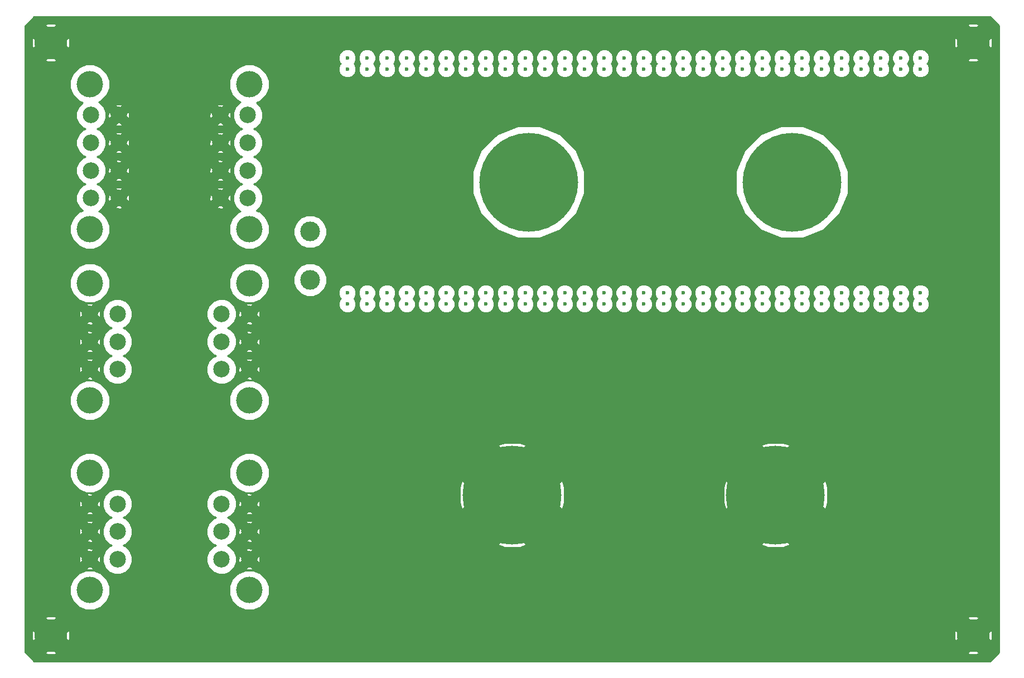
<source format=gbr>
G04 #@! TF.GenerationSoftware,KiCad,Pcbnew,(5.0.1)-3*
G04 #@! TF.CreationDate,2019-09-13T18:10:52+02:00*
G04 #@! TF.ProjectId,discovery,646973636F766572792E6B696361645F,rev?*
G04 #@! TF.SameCoordinates,PX4c4b360PY85843d4*
G04 #@! TF.FileFunction,Copper,L2,Bot,Signal*
G04 #@! TF.FilePolarity,Positive*
%FSLAX46Y46*%
G04 Gerber Fmt 4.6, Leading zero omitted, Abs format (unit mm)*
G04 Created by KiCad (PCBNEW (5.0.1)-3) date 13/09/2019 18:10:52*
%MOMM*%
%LPD*%
G01*
G04 APERTURE LIST*
G04 #@! TA.AperFunction,ViaPad*
%ADD10C,0.600000*%
G04 #@! TD*
G04 #@! TA.AperFunction,WasherPad*
%ADD11C,4.000000*%
G04 #@! TD*
G04 #@! TA.AperFunction,ComponentPad*
%ADD12C,2.500000*%
G04 #@! TD*
G04 #@! TA.AperFunction,ComponentPad*
%ADD13C,5.000000*%
G04 #@! TD*
G04 #@! TA.AperFunction,ComponentPad*
%ADD14C,15.000000*%
G04 #@! TD*
G04 #@! TA.AperFunction,WasherPad*
%ADD15C,3.000000*%
G04 #@! TD*
G04 #@! TA.AperFunction,ViaPad*
%ADD16C,0.800000*%
G04 #@! TD*
G04 #@! TA.AperFunction,Conductor*
%ADD17C,0.254000*%
G04 #@! TD*
G04 APERTURE END LIST*
D10*
G04 #@! TO.N,+12V*
G04 #@! TO.C,REF\002A\002A*
X132000160Y87702260D03*
G04 #@! TD*
G04 #@! TO.N,+12V*
G04 #@! TO.C,REF\002A\002A*
X129000160Y87702260D03*
G04 #@! TD*
G04 #@! TO.N,+12V*
G04 #@! TO.C,REF\002A\002A*
X126000160Y87702260D03*
G04 #@! TD*
G04 #@! TO.N,+12V*
G04 #@! TO.C,REF\002A\002A*
X123000160Y87702260D03*
G04 #@! TD*
G04 #@! TO.N,+12V*
G04 #@! TO.C,REF\002A\002A*
X120000160Y87702260D03*
G04 #@! TD*
G04 #@! TO.N,+12V*
G04 #@! TO.C,REF\002A\002A*
X117000160Y87702260D03*
G04 #@! TD*
G04 #@! TO.N,+12V*
G04 #@! TO.C,REF\002A\002A*
X114000160Y87702260D03*
G04 #@! TD*
G04 #@! TO.N,+12V*
G04 #@! TO.C,REF\002A\002A*
X111000160Y87702260D03*
G04 #@! TD*
G04 #@! TO.N,+12V*
G04 #@! TO.C,REF\002A\002A*
X108000160Y87702260D03*
G04 #@! TD*
G04 #@! TO.N,+12V*
G04 #@! TO.C,REF\002A\002A*
X105000160Y87702260D03*
G04 #@! TD*
G04 #@! TO.N,+12V*
G04 #@! TO.C,REF\002A\002A*
X102000160Y87702260D03*
G04 #@! TD*
G04 #@! TO.N,+12V*
G04 #@! TO.C,REF\002A\002A*
X99000160Y87702260D03*
G04 #@! TD*
G04 #@! TO.N,+12V*
G04 #@! TO.C,REF\002A\002A*
X96000160Y87702260D03*
G04 #@! TD*
G04 #@! TO.N,+12V*
G04 #@! TO.C,REF\002A\002A*
X93000160Y87702260D03*
G04 #@! TD*
G04 #@! TO.N,+12V*
G04 #@! TO.C,REF\002A\002A*
X90000160Y87702260D03*
G04 #@! TD*
G04 #@! TO.N,+12V*
G04 #@! TO.C,REF\002A\002A*
X87000160Y87702260D03*
G04 #@! TD*
G04 #@! TO.N,+12V*
G04 #@! TO.C,REF\002A\002A*
X84000160Y87702260D03*
G04 #@! TD*
G04 #@! TO.N,+12V*
G04 #@! TO.C,REF\002A\002A*
X81000160Y87702260D03*
G04 #@! TD*
G04 #@! TO.N,+12V*
G04 #@! TO.C,REF\002A\002A*
X78000160Y87702260D03*
G04 #@! TD*
G04 #@! TO.N,+12V*
G04 #@! TO.C,REF\002A\002A*
X75000160Y87702260D03*
G04 #@! TD*
G04 #@! TO.N,+12V*
G04 #@! TO.C,REF\002A\002A*
X72000160Y87702260D03*
G04 #@! TD*
G04 #@! TO.N,+12V*
G04 #@! TO.C,REF\002A\002A*
X69000160Y87702260D03*
G04 #@! TD*
G04 #@! TO.N,+12V*
G04 #@! TO.C,REF\002A\002A*
X66000160Y87702260D03*
G04 #@! TD*
G04 #@! TO.N,+12V*
G04 #@! TO.C,REF\002A\002A*
X63000160Y87702260D03*
G04 #@! TD*
G04 #@! TO.N,+12V*
G04 #@! TO.C,REF\002A\002A*
X60000160Y87702260D03*
G04 #@! TD*
G04 #@! TO.N,+12V*
G04 #@! TO.C,REF\002A\002A*
X57000160Y87702260D03*
G04 #@! TD*
G04 #@! TO.N,+12V*
G04 #@! TO.C,REF\002A\002A*
X54000160Y87702260D03*
G04 #@! TD*
G04 #@! TO.N,+12V*
G04 #@! TO.C,REF\002A\002A*
X51000160Y87702260D03*
G04 #@! TD*
G04 #@! TO.N,+12V*
G04 #@! TO.C,REF\002A\002A*
X48000160Y87702260D03*
G04 #@! TD*
G04 #@! TO.N,+12V*
G04 #@! TO.C,REF\002A\002A*
X45000160Y87702260D03*
G04 #@! TD*
G04 #@! TO.N,+12V*
G04 #@! TO.C,REF\002A\002A*
X132000160Y86002260D03*
G04 #@! TD*
G04 #@! TO.N,+12V*
G04 #@! TO.C,REF\002A\002A*
X129000160Y86002260D03*
G04 #@! TD*
G04 #@! TO.N,+12V*
G04 #@! TO.C,REF\002A\002A*
X126000160Y86002260D03*
G04 #@! TD*
G04 #@! TO.N,+12V*
G04 #@! TO.C,REF\002A\002A*
X123000160Y86002260D03*
G04 #@! TD*
G04 #@! TO.N,+12V*
G04 #@! TO.C,REF\002A\002A*
X120000160Y86002260D03*
G04 #@! TD*
G04 #@! TO.N,+12V*
G04 #@! TO.C,REF\002A\002A*
X117000160Y86002260D03*
G04 #@! TD*
G04 #@! TO.N,+12V*
G04 #@! TO.C,REF\002A\002A*
X114000160Y86002260D03*
G04 #@! TD*
G04 #@! TO.N,+12V*
G04 #@! TO.C,REF\002A\002A*
X111000160Y86002260D03*
G04 #@! TD*
G04 #@! TO.N,+12V*
G04 #@! TO.C,REF\002A\002A*
X108000160Y86002260D03*
G04 #@! TD*
G04 #@! TO.N,+12V*
G04 #@! TO.C,REF\002A\002A*
X105000160Y86002260D03*
G04 #@! TD*
G04 #@! TO.N,+12V*
G04 #@! TO.C,REF\002A\002A*
X102000160Y86002260D03*
G04 #@! TD*
G04 #@! TO.N,+12V*
G04 #@! TO.C,REF\002A\002A*
X99000160Y86002260D03*
G04 #@! TD*
G04 #@! TO.N,+12V*
G04 #@! TO.C,REF\002A\002A*
X96000160Y86002260D03*
G04 #@! TD*
G04 #@! TO.N,+12V*
G04 #@! TO.C,REF\002A\002A*
X93000160Y86002260D03*
G04 #@! TD*
G04 #@! TO.N,+12V*
G04 #@! TO.C,REF\002A\002A*
X90000160Y86002260D03*
G04 #@! TD*
G04 #@! TO.N,+12V*
G04 #@! TO.C,REF\002A\002A*
X87000160Y86002260D03*
G04 #@! TD*
G04 #@! TO.N,+12V*
G04 #@! TO.C,REF\002A\002A*
X84000160Y86002260D03*
G04 #@! TD*
G04 #@! TO.N,+12V*
G04 #@! TO.C,REF\002A\002A*
X81000160Y86002260D03*
G04 #@! TD*
G04 #@! TO.N,+12V*
G04 #@! TO.C,REF\002A\002A*
X78000160Y86002260D03*
G04 #@! TD*
G04 #@! TO.N,+12V*
G04 #@! TO.C,REF\002A\002A*
X75000160Y86002260D03*
G04 #@! TD*
G04 #@! TO.N,+12V*
G04 #@! TO.C,REF\002A\002A*
X72000160Y86002260D03*
G04 #@! TD*
G04 #@! TO.N,+12V*
G04 #@! TO.C,REF\002A\002A*
X69000160Y86002260D03*
G04 #@! TD*
G04 #@! TO.N,+12V*
G04 #@! TO.C,REF\002A\002A*
X66000160Y86002260D03*
G04 #@! TD*
G04 #@! TO.N,+12V*
G04 #@! TO.C,REF\002A\002A*
X63000160Y86002260D03*
G04 #@! TD*
G04 #@! TO.N,+12V*
G04 #@! TO.C,REF\002A\002A*
X60000160Y86002260D03*
G04 #@! TD*
G04 #@! TO.N,+12V*
G04 #@! TO.C,REF\002A\002A*
X57000160Y86002260D03*
G04 #@! TD*
G04 #@! TO.N,+12V*
G04 #@! TO.C,REF\002A\002A*
X54000160Y86002260D03*
G04 #@! TD*
G04 #@! TO.N,+12V*
G04 #@! TO.C,REF\002A\002A*
X51000160Y86002260D03*
G04 #@! TD*
G04 #@! TO.N,+12V*
G04 #@! TO.C,REF\002A\002A*
X48000160Y86002260D03*
G04 #@! TD*
G04 #@! TO.N,+12V*
G04 #@! TO.C,REF\002A\002A*
X132000160Y50302260D03*
G04 #@! TD*
G04 #@! TO.N,+12V*
G04 #@! TO.C,REF\002A\002A*
X129000160Y50302260D03*
G04 #@! TD*
G04 #@! TO.N,+12V*
G04 #@! TO.C,REF\002A\002A*
X126000160Y50302260D03*
G04 #@! TD*
G04 #@! TO.N,+12V*
G04 #@! TO.C,REF\002A\002A*
X123000160Y50302260D03*
G04 #@! TD*
G04 #@! TO.N,+12V*
G04 #@! TO.C,REF\002A\002A*
X120000160Y50302260D03*
G04 #@! TD*
G04 #@! TO.N,+12V*
G04 #@! TO.C,REF\002A\002A*
X117000160Y50302260D03*
G04 #@! TD*
G04 #@! TO.N,+12V*
G04 #@! TO.C,REF\002A\002A*
X114000160Y50302260D03*
G04 #@! TD*
G04 #@! TO.N,+12V*
G04 #@! TO.C,REF\002A\002A*
X111000160Y50302260D03*
G04 #@! TD*
G04 #@! TO.N,+12V*
G04 #@! TO.C,REF\002A\002A*
X108000160Y50302260D03*
G04 #@! TD*
G04 #@! TO.N,+12V*
G04 #@! TO.C,REF\002A\002A*
X105000160Y50302260D03*
G04 #@! TD*
G04 #@! TO.N,+12V*
G04 #@! TO.C,REF\002A\002A*
X102000160Y50302260D03*
G04 #@! TD*
G04 #@! TO.N,+12V*
G04 #@! TO.C,REF\002A\002A*
X99000160Y50302260D03*
G04 #@! TD*
G04 #@! TO.N,+12V*
G04 #@! TO.C,REF\002A\002A*
X96000160Y50302260D03*
G04 #@! TD*
G04 #@! TO.N,+12V*
G04 #@! TO.C,REF\002A\002A*
X93000160Y50302260D03*
G04 #@! TD*
G04 #@! TO.N,+12V*
G04 #@! TO.C,REF\002A\002A*
X90000160Y50302260D03*
G04 #@! TD*
G04 #@! TO.N,+12V*
G04 #@! TO.C,REF\002A\002A*
X87000160Y50302260D03*
G04 #@! TD*
G04 #@! TO.N,+12V*
G04 #@! TO.C,REF\002A\002A*
X84000160Y50302260D03*
G04 #@! TD*
G04 #@! TO.N,+12V*
G04 #@! TO.C,REF\002A\002A*
X81000160Y50302260D03*
G04 #@! TD*
G04 #@! TO.N,+12V*
G04 #@! TO.C,REF\002A\002A*
X78000160Y50302260D03*
G04 #@! TD*
G04 #@! TO.N,+12V*
G04 #@! TO.C,REF\002A\002A*
X75000160Y50302260D03*
G04 #@! TD*
G04 #@! TO.N,+12V*
G04 #@! TO.C,REF\002A\002A*
X72000160Y50302260D03*
G04 #@! TD*
G04 #@! TO.N,+12V*
G04 #@! TO.C,REF\002A\002A*
X69000160Y50302260D03*
G04 #@! TD*
G04 #@! TO.N,+12V*
G04 #@! TO.C,REF\002A\002A*
X66000160Y50302260D03*
G04 #@! TD*
G04 #@! TO.N,+12V*
G04 #@! TO.C,REF\002A\002A*
X63000160Y50302260D03*
G04 #@! TD*
G04 #@! TO.N,+12V*
G04 #@! TO.C,REF\002A\002A*
X60000160Y50302260D03*
G04 #@! TD*
G04 #@! TO.N,+12V*
G04 #@! TO.C,REF\002A\002A*
X57000160Y50302260D03*
G04 #@! TD*
G04 #@! TO.N,+12V*
G04 #@! TO.C,REF\002A\002A*
X54000160Y50302260D03*
G04 #@! TD*
G04 #@! TO.N,+12V*
G04 #@! TO.C,REF\002A\002A*
X51000160Y50302260D03*
G04 #@! TD*
G04 #@! TO.N,+12V*
G04 #@! TO.C,REF\002A\002A*
X48000160Y50302260D03*
G04 #@! TD*
G04 #@! TO.N,+12V*
G04 #@! TO.C,REF\002A\002A*
X45000160Y50302260D03*
G04 #@! TD*
G04 #@! TO.N,+12V*
G04 #@! TO.C,REF\002A\002A*
X132000160Y52002260D03*
G04 #@! TD*
G04 #@! TO.N,+12V*
G04 #@! TO.C,REF\002A\002A*
X129000160Y52002260D03*
G04 #@! TD*
G04 #@! TO.N,+12V*
G04 #@! TO.C,REF\002A\002A*
X126000160Y52002260D03*
G04 #@! TD*
G04 #@! TO.N,+12V*
G04 #@! TO.C,REF\002A\002A*
X123000160Y52002260D03*
G04 #@! TD*
G04 #@! TO.N,+12V*
G04 #@! TO.C,REF\002A\002A*
X120000160Y52002260D03*
G04 #@! TD*
G04 #@! TO.N,+12V*
G04 #@! TO.C,REF\002A\002A*
X117000160Y52002260D03*
G04 #@! TD*
G04 #@! TO.N,+12V*
G04 #@! TO.C,REF\002A\002A*
X114000160Y52002260D03*
G04 #@! TD*
G04 #@! TO.N,+12V*
G04 #@! TO.C,REF\002A\002A*
X111000160Y52002260D03*
G04 #@! TD*
G04 #@! TO.N,+12V*
G04 #@! TO.C,REF\002A\002A*
X108000160Y52002260D03*
G04 #@! TD*
G04 #@! TO.N,+12V*
G04 #@! TO.C,REF\002A\002A*
X105000160Y52002260D03*
G04 #@! TD*
G04 #@! TO.N,+12V*
G04 #@! TO.C,REF\002A\002A*
X102000160Y52002260D03*
G04 #@! TD*
G04 #@! TO.N,+12V*
G04 #@! TO.C,REF\002A\002A*
X99000160Y52002260D03*
G04 #@! TD*
G04 #@! TO.N,+12V*
G04 #@! TO.C,REF\002A\002A*
X96000160Y52002260D03*
G04 #@! TD*
G04 #@! TO.N,+12V*
G04 #@! TO.C,REF\002A\002A*
X93000160Y52002260D03*
G04 #@! TD*
G04 #@! TO.N,+12V*
G04 #@! TO.C,REF\002A\002A*
X90000160Y52002260D03*
G04 #@! TD*
G04 #@! TO.N,+12V*
G04 #@! TO.C,REF\002A\002A*
X87000160Y52002260D03*
G04 #@! TD*
G04 #@! TO.N,+12V*
G04 #@! TO.C,REF\002A\002A*
X84000160Y52002260D03*
G04 #@! TD*
G04 #@! TO.N,+12V*
G04 #@! TO.C,REF\002A\002A*
X81000160Y52002260D03*
G04 #@! TD*
G04 #@! TO.N,+12V*
G04 #@! TO.C,REF\002A\002A*
X78000160Y52002260D03*
G04 #@! TD*
G04 #@! TO.N,+12V*
G04 #@! TO.C,REF\002A\002A*
X75000160Y52002260D03*
G04 #@! TD*
G04 #@! TO.N,+12V*
G04 #@! TO.C,REF\002A\002A*
X72000160Y52002260D03*
G04 #@! TD*
G04 #@! TO.N,+12V*
G04 #@! TO.C,REF\002A\002A*
X69000160Y52002260D03*
G04 #@! TD*
G04 #@! TO.N,+12V*
G04 #@! TO.C,REF\002A\002A*
X66000160Y52002260D03*
G04 #@! TD*
G04 #@! TO.N,+12V*
G04 #@! TO.C,REF\002A\002A*
X63000160Y52002260D03*
G04 #@! TD*
G04 #@! TO.N,+12V*
G04 #@! TO.C,REF\002A\002A*
X60000160Y52002260D03*
G04 #@! TD*
G04 #@! TO.N,+12V*
G04 #@! TO.C,REF\002A\002A*
X57000160Y52002260D03*
G04 #@! TD*
G04 #@! TO.N,+12V*
G04 #@! TO.C,REF\002A\002A*
X54000160Y52002260D03*
G04 #@! TD*
G04 #@! TO.N,+12V*
G04 #@! TO.C,REF\002A\002A*
X51000160Y52002260D03*
G04 #@! TD*
G04 #@! TO.N,+12V*
G04 #@! TO.C,REF\002A\002A*
X48000160Y52002260D03*
G04 #@! TD*
G04 #@! TO.N,GND*
G04 #@! TO.C,REF\002A\002A*
X132000160Y-747740D03*
G04 #@! TD*
G04 #@! TO.N,GND*
G04 #@! TO.C,REF\002A\002A*
X129000160Y-747740D03*
G04 #@! TD*
G04 #@! TO.N,GND*
G04 #@! TO.C,REF\002A\002A*
X126000160Y-747740D03*
G04 #@! TD*
G04 #@! TO.N,GND*
G04 #@! TO.C,REF\002A\002A*
X123000160Y-747740D03*
G04 #@! TD*
G04 #@! TO.N,GND*
G04 #@! TO.C,REF\002A\002A*
X120000160Y-747740D03*
G04 #@! TD*
G04 #@! TO.N,GND*
G04 #@! TO.C,REF\002A\002A*
X117000160Y-747740D03*
G04 #@! TD*
G04 #@! TO.N,GND*
G04 #@! TO.C,REF\002A\002A*
X114000160Y-747740D03*
G04 #@! TD*
G04 #@! TO.N,GND*
G04 #@! TO.C,REF\002A\002A*
X111000160Y-747740D03*
G04 #@! TD*
G04 #@! TO.N,GND*
G04 #@! TO.C,REF\002A\002A*
X108000160Y-747740D03*
G04 #@! TD*
G04 #@! TO.N,GND*
G04 #@! TO.C,REF\002A\002A*
X105000160Y-747740D03*
G04 #@! TD*
G04 #@! TO.N,GND*
G04 #@! TO.C,REF\002A\002A*
X102000160Y-747740D03*
G04 #@! TD*
G04 #@! TO.N,GND*
G04 #@! TO.C,REF\002A\002A*
X99000160Y-747740D03*
G04 #@! TD*
G04 #@! TO.N,GND*
G04 #@! TO.C,REF\002A\002A*
X96000160Y-747740D03*
G04 #@! TD*
G04 #@! TO.N,GND*
G04 #@! TO.C,REF\002A\002A*
X93000160Y-747740D03*
G04 #@! TD*
G04 #@! TO.N,GND*
G04 #@! TO.C,REF\002A\002A*
X90000160Y-747740D03*
G04 #@! TD*
G04 #@! TO.N,GND*
G04 #@! TO.C,REF\002A\002A*
X87000160Y-747740D03*
G04 #@! TD*
G04 #@! TO.N,GND*
G04 #@! TO.C,REF\002A\002A*
X84000160Y-747740D03*
G04 #@! TD*
G04 #@! TO.N,GND*
G04 #@! TO.C,REF\002A\002A*
X81000160Y-747740D03*
G04 #@! TD*
G04 #@! TO.N,GND*
G04 #@! TO.C,REF\002A\002A*
X78000160Y-747740D03*
G04 #@! TD*
G04 #@! TO.N,GND*
G04 #@! TO.C,REF\002A\002A*
X75000160Y-747740D03*
G04 #@! TD*
G04 #@! TO.N,GND*
G04 #@! TO.C,REF\002A\002A*
X72000160Y-747740D03*
G04 #@! TD*
G04 #@! TO.N,GND*
G04 #@! TO.C,REF\002A\002A*
X69000160Y-747740D03*
G04 #@! TD*
G04 #@! TO.N,GND*
G04 #@! TO.C,REF\002A\002A*
X66000160Y-747740D03*
G04 #@! TD*
G04 #@! TO.N,GND*
G04 #@! TO.C,REF\002A\002A*
X63000160Y-747740D03*
G04 #@! TD*
G04 #@! TO.N,GND*
G04 #@! TO.C,REF\002A\002A*
X60000160Y-747740D03*
G04 #@! TD*
G04 #@! TO.N,GND*
G04 #@! TO.C,REF\002A\002A*
X57000160Y-747740D03*
G04 #@! TD*
G04 #@! TO.N,GND*
G04 #@! TO.C,REF\002A\002A*
X54000160Y-747740D03*
G04 #@! TD*
G04 #@! TO.N,GND*
G04 #@! TO.C,REF\002A\002A*
X51000160Y-747740D03*
G04 #@! TD*
G04 #@! TO.N,GND*
G04 #@! TO.C,REF\002A\002A*
X48000160Y-747740D03*
G04 #@! TD*
G04 #@! TO.N,GND*
G04 #@! TO.C,REF\002A\002A*
X45000160Y-747740D03*
G04 #@! TD*
G04 #@! TO.N,GND*
G04 #@! TO.C,REF\002A\002A*
X132000160Y1002260D03*
G04 #@! TD*
G04 #@! TO.N,GND*
G04 #@! TO.C,REF\002A\002A*
X129000160Y1002260D03*
G04 #@! TD*
G04 #@! TO.N,GND*
G04 #@! TO.C,REF\002A\002A*
X126000160Y1002260D03*
G04 #@! TD*
G04 #@! TO.N,GND*
G04 #@! TO.C,REF\002A\002A*
X123000160Y1002260D03*
G04 #@! TD*
G04 #@! TO.N,GND*
G04 #@! TO.C,REF\002A\002A*
X120000160Y1002260D03*
G04 #@! TD*
G04 #@! TO.N,GND*
G04 #@! TO.C,REF\002A\002A*
X117000160Y1002260D03*
G04 #@! TD*
G04 #@! TO.N,GND*
G04 #@! TO.C,REF\002A\002A*
X114000160Y1002260D03*
G04 #@! TD*
G04 #@! TO.N,GND*
G04 #@! TO.C,REF\002A\002A*
X111000160Y1002260D03*
G04 #@! TD*
G04 #@! TO.N,GND*
G04 #@! TO.C,REF\002A\002A*
X108000160Y1002260D03*
G04 #@! TD*
G04 #@! TO.N,GND*
G04 #@! TO.C,REF\002A\002A*
X105000160Y1002260D03*
G04 #@! TD*
G04 #@! TO.N,GND*
G04 #@! TO.C,REF\002A\002A*
X102000160Y1002260D03*
G04 #@! TD*
G04 #@! TO.N,GND*
G04 #@! TO.C,REF\002A\002A*
X99000160Y1002260D03*
G04 #@! TD*
G04 #@! TO.N,GND*
G04 #@! TO.C,REF\002A\002A*
X96000160Y1002260D03*
G04 #@! TD*
G04 #@! TO.N,GND*
G04 #@! TO.C,REF\002A\002A*
X93000160Y1002260D03*
G04 #@! TD*
G04 #@! TO.N,GND*
G04 #@! TO.C,REF\002A\002A*
X90000160Y1002260D03*
G04 #@! TD*
G04 #@! TO.N,GND*
G04 #@! TO.C,REF\002A\002A*
X87000160Y1002260D03*
G04 #@! TD*
G04 #@! TO.N,GND*
G04 #@! TO.C,REF\002A\002A*
X84000160Y1002260D03*
G04 #@! TD*
G04 #@! TO.N,GND*
G04 #@! TO.C,REF\002A\002A*
X81000160Y1002260D03*
G04 #@! TD*
G04 #@! TO.N,GND*
G04 #@! TO.C,REF\002A\002A*
X78000160Y1002260D03*
G04 #@! TD*
G04 #@! TO.N,GND*
G04 #@! TO.C,REF\002A\002A*
X75000160Y1002260D03*
G04 #@! TD*
G04 #@! TO.N,GND*
G04 #@! TO.C,REF\002A\002A*
X72000160Y1002260D03*
G04 #@! TD*
G04 #@! TO.N,GND*
G04 #@! TO.C,REF\002A\002A*
X69000160Y1002260D03*
G04 #@! TD*
G04 #@! TO.N,GND*
G04 #@! TO.C,REF\002A\002A*
X66000160Y1002260D03*
G04 #@! TD*
G04 #@! TO.N,GND*
G04 #@! TO.C,REF\002A\002A*
X63000160Y1002260D03*
G04 #@! TD*
G04 #@! TO.N,GND*
G04 #@! TO.C,REF\002A\002A*
X60000160Y1002260D03*
G04 #@! TD*
G04 #@! TO.N,GND*
G04 #@! TO.C,REF\002A\002A*
X57000160Y1002260D03*
G04 #@! TD*
G04 #@! TO.N,GND*
G04 #@! TO.C,REF\002A\002A*
X54000160Y1002260D03*
G04 #@! TD*
G04 #@! TO.N,GND*
G04 #@! TO.C,REF\002A\002A*
X51000160Y1002260D03*
G04 #@! TD*
G04 #@! TO.N,GND*
G04 #@! TO.C,REF\002A\002A*
X48000160Y1002260D03*
G04 #@! TD*
G04 #@! TO.N,GND*
G04 #@! TO.C,REF\002A\002A*
X45000160Y1002260D03*
G04 #@! TD*
G04 #@! TO.N,GND*
G04 #@! TO.C,REF\002A\002A*
X132000160Y2752260D03*
G04 #@! TD*
G04 #@! TO.N,GND*
G04 #@! TO.C,REF\002A\002A*
X129000160Y2752260D03*
G04 #@! TD*
G04 #@! TO.N,GND*
G04 #@! TO.C,REF\002A\002A*
X126000160Y2752260D03*
G04 #@! TD*
G04 #@! TO.N,GND*
G04 #@! TO.C,REF\002A\002A*
X123000160Y2752260D03*
G04 #@! TD*
G04 #@! TO.N,GND*
G04 #@! TO.C,REF\002A\002A*
X120000160Y2752260D03*
G04 #@! TD*
G04 #@! TO.N,GND*
G04 #@! TO.C,REF\002A\002A*
X117000160Y2752260D03*
G04 #@! TD*
G04 #@! TO.N,GND*
G04 #@! TO.C,REF\002A\002A*
X114000160Y2752260D03*
G04 #@! TD*
G04 #@! TO.N,GND*
G04 #@! TO.C,REF\002A\002A*
X111000160Y2752260D03*
G04 #@! TD*
G04 #@! TO.N,GND*
G04 #@! TO.C,REF\002A\002A*
X108000160Y2752260D03*
G04 #@! TD*
G04 #@! TO.N,GND*
G04 #@! TO.C,REF\002A\002A*
X105000160Y2752260D03*
G04 #@! TD*
G04 #@! TO.N,GND*
G04 #@! TO.C,REF\002A\002A*
X102000160Y2752260D03*
G04 #@! TD*
G04 #@! TO.N,GND*
G04 #@! TO.C,REF\002A\002A*
X99000160Y2752260D03*
G04 #@! TD*
G04 #@! TO.N,GND*
G04 #@! TO.C,REF\002A\002A*
X96000160Y2752260D03*
G04 #@! TD*
G04 #@! TO.N,GND*
G04 #@! TO.C,REF\002A\002A*
X93000160Y2752260D03*
G04 #@! TD*
G04 #@! TO.N,GND*
G04 #@! TO.C,REF\002A\002A*
X90000160Y2752260D03*
G04 #@! TD*
G04 #@! TO.N,GND*
G04 #@! TO.C,REF\002A\002A*
X87000160Y2752260D03*
G04 #@! TD*
G04 #@! TO.N,GND*
G04 #@! TO.C,REF\002A\002A*
X84000160Y2752260D03*
G04 #@! TD*
G04 #@! TO.N,GND*
G04 #@! TO.C,REF\002A\002A*
X81000160Y2752260D03*
G04 #@! TD*
G04 #@! TO.N,GND*
G04 #@! TO.C,REF\002A\002A*
X78000160Y2752260D03*
G04 #@! TD*
G04 #@! TO.N,GND*
G04 #@! TO.C,REF\002A\002A*
X75000160Y2752260D03*
G04 #@! TD*
G04 #@! TO.N,GND*
G04 #@! TO.C,REF\002A\002A*
X72000160Y2752260D03*
G04 #@! TD*
G04 #@! TO.N,GND*
G04 #@! TO.C,REF\002A\002A*
X69000160Y2752260D03*
G04 #@! TD*
G04 #@! TO.N,GND*
G04 #@! TO.C,REF\002A\002A*
X66000160Y2752260D03*
G04 #@! TD*
G04 #@! TO.N,GND*
G04 #@! TO.C,REF\002A\002A*
X63000160Y2752260D03*
G04 #@! TD*
G04 #@! TO.N,GND*
G04 #@! TO.C,REF\002A\002A*
X60000160Y2752260D03*
G04 #@! TD*
G04 #@! TO.N,GND*
G04 #@! TO.C,REF\002A\002A*
X57000160Y2752260D03*
G04 #@! TD*
G04 #@! TO.N,GND*
G04 #@! TO.C,REF\002A\002A*
X54000160Y2752260D03*
G04 #@! TD*
G04 #@! TO.N,GND*
G04 #@! TO.C,REF\002A\002A*
X51000160Y2752260D03*
G04 #@! TD*
G04 #@! TO.N,GND*
G04 #@! TO.C,REF\002A\002A*
X48000160Y2752260D03*
G04 #@! TD*
G04 #@! TO.N,GND*
G04 #@! TO.C,REF\002A\002A*
X45000160Y2752260D03*
G04 #@! TD*
G04 #@! TO.N,GND*
G04 #@! TO.C,REF\002A\002A*
X132000160Y4502260D03*
G04 #@! TD*
G04 #@! TO.N,GND*
G04 #@! TO.C,REF\002A\002A*
X129000160Y4502260D03*
G04 #@! TD*
G04 #@! TO.N,GND*
G04 #@! TO.C,REF\002A\002A*
X126000160Y4502260D03*
G04 #@! TD*
G04 #@! TO.N,GND*
G04 #@! TO.C,REF\002A\002A*
X123000160Y4502260D03*
G04 #@! TD*
G04 #@! TO.N,GND*
G04 #@! TO.C,REF\002A\002A*
X120000160Y4502260D03*
G04 #@! TD*
G04 #@! TO.N,GND*
G04 #@! TO.C,REF\002A\002A*
X117000160Y4502260D03*
G04 #@! TD*
G04 #@! TO.N,GND*
G04 #@! TO.C,REF\002A\002A*
X114000160Y4502260D03*
G04 #@! TD*
G04 #@! TO.N,GND*
G04 #@! TO.C,REF\002A\002A*
X111000160Y4502260D03*
G04 #@! TD*
G04 #@! TO.N,GND*
G04 #@! TO.C,REF\002A\002A*
X108000160Y4502260D03*
G04 #@! TD*
G04 #@! TO.N,GND*
G04 #@! TO.C,REF\002A\002A*
X105000160Y4502260D03*
G04 #@! TD*
G04 #@! TO.N,GND*
G04 #@! TO.C,REF\002A\002A*
X102000160Y4502260D03*
G04 #@! TD*
G04 #@! TO.N,GND*
G04 #@! TO.C,REF\002A\002A*
X99000160Y4502260D03*
G04 #@! TD*
G04 #@! TO.N,GND*
G04 #@! TO.C,REF\002A\002A*
X96000160Y4502260D03*
G04 #@! TD*
G04 #@! TO.N,GND*
G04 #@! TO.C,REF\002A\002A*
X93000160Y4502260D03*
G04 #@! TD*
G04 #@! TO.N,GND*
G04 #@! TO.C,REF\002A\002A*
X90000160Y4502260D03*
G04 #@! TD*
G04 #@! TO.N,GND*
G04 #@! TO.C,REF\002A\002A*
X87000160Y4502260D03*
G04 #@! TD*
G04 #@! TO.N,GND*
G04 #@! TO.C,REF\002A\002A*
X84000160Y4502260D03*
G04 #@! TD*
G04 #@! TO.N,GND*
G04 #@! TO.C,REF\002A\002A*
X81000160Y4502260D03*
G04 #@! TD*
G04 #@! TO.N,GND*
G04 #@! TO.C,REF\002A\002A*
X78000160Y4502260D03*
G04 #@! TD*
G04 #@! TO.N,GND*
G04 #@! TO.C,REF\002A\002A*
X75000160Y4502260D03*
G04 #@! TD*
G04 #@! TO.N,GND*
G04 #@! TO.C,REF\002A\002A*
X72000160Y4502260D03*
G04 #@! TD*
G04 #@! TO.N,GND*
G04 #@! TO.C,REF\002A\002A*
X69000160Y4502260D03*
G04 #@! TD*
G04 #@! TO.N,GND*
G04 #@! TO.C,REF\002A\002A*
X66000160Y4502260D03*
G04 #@! TD*
G04 #@! TO.N,GND*
G04 #@! TO.C,REF\002A\002A*
X63000160Y4502260D03*
G04 #@! TD*
G04 #@! TO.N,GND*
G04 #@! TO.C,REF\002A\002A*
X60000160Y4502260D03*
G04 #@! TD*
G04 #@! TO.N,GND*
G04 #@! TO.C,REF\002A\002A*
X57000160Y4502260D03*
G04 #@! TD*
G04 #@! TO.N,GND*
G04 #@! TO.C,REF\002A\002A*
X54000160Y4502260D03*
G04 #@! TD*
G04 #@! TO.N,GND*
G04 #@! TO.C,REF\002A\002A*
X51000160Y4502260D03*
G04 #@! TD*
G04 #@! TO.N,GND*
G04 #@! TO.C,REF\002A\002A*
X48000160Y4502260D03*
G04 #@! TD*
G04 #@! TO.N,GND*
G04 #@! TO.C,REF\002A\002A*
X45000160Y4502260D03*
G04 #@! TD*
D11*
G04 #@! TO.P,J1,*
G04 #@! TO.N,*
X5900160Y61702260D03*
X5900160Y83702260D03*
D12*
G04 #@! TO.P,J1,1*
G04 #@! TO.N,GND*
X10300160Y79002260D03*
G04 #@! TO.P,J1,2*
X10300160Y74802260D03*
G04 #@! TO.P,J1,3*
X10300160Y70602260D03*
G04 #@! TO.P,J1,4*
X10300160Y66402260D03*
G04 #@! TO.P,J1,5*
G04 #@! TO.N,+12V*
X6100160Y79002260D03*
G04 #@! TO.P,J1,6*
X6100160Y74802260D03*
G04 #@! TO.P,J1,7*
X6100160Y70602260D03*
G04 #@! TO.P,J1,8*
X6100160Y66402260D03*
G04 #@! TD*
D11*
G04 #@! TO.P,J2,*
G04 #@! TO.N,*
X5900160Y6869660D03*
X5900160Y24669660D03*
D12*
G04 #@! TO.P,J2,1*
G04 #@! TO.N,+12V*
X10100160Y19969660D03*
G04 #@! TO.P,J2,2*
X10100160Y15769660D03*
G04 #@! TO.P,J2,3*
X10100160Y11569660D03*
G04 #@! TO.P,J2,4*
G04 #@! TO.N,GND*
X5900160Y19969660D03*
G04 #@! TO.P,J2,5*
X5900160Y15769660D03*
G04 #@! TO.P,J2,6*
X5900160Y11569660D03*
G04 #@! TD*
G04 #@! TO.P,J3,8*
G04 #@! TO.N,+12V*
X29900160Y79002260D03*
G04 #@! TO.P,J3,7*
X29900160Y74802260D03*
G04 #@! TO.P,J3,6*
X29900160Y70602260D03*
G04 #@! TO.P,J3,5*
X29900160Y66402260D03*
G04 #@! TO.P,J3,4*
G04 #@! TO.N,GND*
X25700160Y79002260D03*
G04 #@! TO.P,J3,3*
X25700160Y74802260D03*
G04 #@! TO.P,J3,2*
X25700160Y70602260D03*
G04 #@! TO.P,J3,1*
X25700160Y66402260D03*
D11*
G04 #@! TO.P,J3,*
G04 #@! TO.N,*
X30100160Y61702260D03*
X30100160Y83702260D03*
G04 #@! TD*
D12*
G04 #@! TO.P,J4,6*
G04 #@! TO.N,GND*
X5900160Y40402260D03*
G04 #@! TO.P,J4,5*
X5900160Y44602260D03*
G04 #@! TO.P,J4,4*
X5900160Y48802260D03*
G04 #@! TO.P,J4,3*
G04 #@! TO.N,+12V*
X10100160Y40402260D03*
G04 #@! TO.P,J4,2*
X10100160Y44602260D03*
G04 #@! TO.P,J4,1*
X10100160Y48802260D03*
D11*
G04 #@! TO.P,J4,*
G04 #@! TO.N,*
X5900160Y53502260D03*
X5900160Y35702260D03*
G04 #@! TD*
G04 #@! TO.P,J5,*
G04 #@! TO.N,*
X30100160Y53502260D03*
X30100160Y35702260D03*
D12*
G04 #@! TO.P,J5,1*
G04 #@! TO.N,+12V*
X25900160Y40402260D03*
G04 #@! TO.P,J5,2*
X25900160Y44602260D03*
G04 #@! TO.P,J5,3*
X25900160Y48802260D03*
G04 #@! TO.P,J5,4*
G04 #@! TO.N,GND*
X30100160Y40402260D03*
G04 #@! TO.P,J5,5*
X30100160Y44602260D03*
G04 #@! TO.P,J5,6*
X30100160Y48802260D03*
G04 #@! TD*
G04 #@! TO.P,J6,6*
G04 #@! TO.N,GND*
X30100160Y19969660D03*
G04 #@! TO.P,J6,5*
X30100160Y15769660D03*
G04 #@! TO.P,J6,4*
X30100160Y11569660D03*
G04 #@! TO.P,J6,3*
G04 #@! TO.N,+12V*
X25900160Y19969660D03*
G04 #@! TO.P,J6,2*
X25900160Y15769660D03*
G04 #@! TO.P,J6,1*
X25900160Y11569660D03*
D11*
G04 #@! TO.P,J6,*
G04 #@! TO.N,*
X30100160Y6869660D03*
X30100160Y24669660D03*
G04 #@! TD*
D13*
G04 #@! TO.P,W1,1*
G04 #@! TO.N,GND*
X140000160Y2260D03*
G04 #@! TD*
G04 #@! TO.P,W2,1*
G04 #@! TO.N,GND*
X160Y90002260D03*
G04 #@! TD*
G04 #@! TO.P,W3,1*
G04 #@! TO.N,GND*
X140000160Y90002260D03*
G04 #@! TD*
G04 #@! TO.P,W4,1*
G04 #@! TO.N,GND*
X160Y2260D03*
G04 #@! TD*
D14*
G04 #@! TO.P,W5,1*
G04 #@! TO.N,+12V*
X72500160Y68832260D03*
G04 #@! TD*
G04 #@! TO.P,W6,1*
G04 #@! TO.N,+12V*
X112500160Y68832260D03*
G04 #@! TD*
G04 #@! TO.P,W11,1*
G04 #@! TO.N,GND*
X70000160Y21332260D03*
G04 #@! TD*
G04 #@! TO.P,W12,1*
G04 #@! TO.N,GND*
X110000160Y21332260D03*
G04 #@! TD*
D10*
G04 #@! TO.N,+12V*
G04 #@! TO.C,REF\002A\002A*
X45000160Y52002260D03*
G04 #@! TD*
G04 #@! TO.N,+12V*
G04 #@! TO.C,REF\002A\002A*
X45000160Y86002260D03*
G04 #@! TD*
D15*
G04 #@! TO.P,J7,*
G04 #@! TO.N,*
X39340940Y61304460D03*
X39340940Y54004460D03*
G04 #@! TD*
D16*
G04 #@! TO.N,GND*
X37419280Y49758600D03*
G04 #@! TD*
D17*
G04 #@! TO.N,GND*
G36*
X143898160Y92545797D02*
X143898161Y-2541276D01*
X142543698Y-3895740D01*
X-2543377Y-3895740D01*
X-3751956Y-2687161D01*
X-921494Y-2687161D01*
X-551686Y-2883918D01*
X552006Y-2883918D01*
X921814Y-2687161D01*
X139078506Y-2687161D01*
X139448314Y-2883918D01*
X140552006Y-2883918D01*
X140921814Y-2687161D01*
X140000160Y-1765507D01*
X139078506Y-2687161D01*
X921814Y-2687161D01*
X160Y-1765507D01*
X-921494Y-2687161D01*
X-3751956Y-2687161D01*
X-3897840Y-2541278D01*
X-3897840Y554106D01*
X-2886018Y554106D01*
X-2886018Y-549586D01*
X-2689261Y-919394D01*
X-1767607Y2260D01*
X1767927Y2260D01*
X2689581Y-919394D01*
X2886338Y-549586D01*
X2886338Y554106D01*
X137113982Y554106D01*
X137113982Y-549586D01*
X137310739Y-919394D01*
X138232393Y2260D01*
X141767927Y2260D01*
X142689581Y-919394D01*
X142886338Y-549586D01*
X142886338Y554106D01*
X142689581Y923914D01*
X141767927Y2260D01*
X138232393Y2260D01*
X137310739Y923914D01*
X137113982Y554106D01*
X2886338Y554106D01*
X2689581Y923914D01*
X1767927Y2260D01*
X-1767607Y2260D01*
X-2689261Y923914D01*
X-2886018Y554106D01*
X-3897840Y554106D01*
X-3897840Y2691681D01*
X-921494Y2691681D01*
X160Y1770027D01*
X921814Y2691681D01*
X139078506Y2691681D01*
X140000160Y1770027D01*
X140921814Y2691681D01*
X140552006Y2888438D01*
X139448314Y2888438D01*
X139078506Y2691681D01*
X921814Y2691681D01*
X552006Y2888438D01*
X-551686Y2888438D01*
X-921494Y2691681D01*
X-3897840Y2691681D01*
X-3897840Y7471768D01*
X2873160Y7471768D01*
X2873160Y6267552D01*
X3333994Y5155002D01*
X4185502Y4303494D01*
X5298052Y3842660D01*
X6502268Y3842660D01*
X7614818Y4303494D01*
X8466326Y5155002D01*
X8927160Y6267552D01*
X8927160Y7471768D01*
X27073160Y7471768D01*
X27073160Y6267552D01*
X27533994Y5155002D01*
X28385502Y4303494D01*
X29498052Y3842660D01*
X30702268Y3842660D01*
X31814818Y4303494D01*
X32666326Y5155002D01*
X33127160Y6267552D01*
X33127160Y7471768D01*
X32666326Y8584318D01*
X31814818Y9435826D01*
X30702268Y9896660D01*
X29498052Y9896660D01*
X28385502Y9435826D01*
X27533994Y8584318D01*
X27073160Y7471768D01*
X8927160Y7471768D01*
X8466326Y8584318D01*
X7614818Y9435826D01*
X6502268Y9896660D01*
X5298052Y9896660D01*
X4185502Y9435826D01*
X3333994Y8584318D01*
X2873160Y7471768D01*
X-3897840Y7471768D01*
X-3897840Y10110496D01*
X5324879Y10110496D01*
X5499351Y9954681D01*
X6147886Y9924231D01*
X6300969Y9954681D01*
X6475441Y10110496D01*
X5900160Y10685777D01*
X5324879Y10110496D01*
X-3897840Y10110496D01*
X-3897840Y11321934D01*
X4254731Y11321934D01*
X4285181Y11168851D01*
X4440996Y10994379D01*
X5016277Y11569660D01*
X6784043Y11569660D01*
X7359324Y10994379D01*
X7515139Y11168851D01*
X7545589Y11817386D01*
X7515139Y11970469D01*
X7359324Y12144941D01*
X6784043Y11569660D01*
X5016277Y11569660D01*
X4440996Y12144941D01*
X4285181Y11970469D01*
X4254731Y11321934D01*
X-3897840Y11321934D01*
X-3897840Y13028824D01*
X5324879Y13028824D01*
X5900160Y12453543D01*
X6475441Y13028824D01*
X6300969Y13184639D01*
X5652434Y13215089D01*
X5499351Y13184639D01*
X5324879Y13028824D01*
X-3897840Y13028824D01*
X-3897840Y14310496D01*
X5324879Y14310496D01*
X5499351Y14154681D01*
X6147886Y14124231D01*
X6300969Y14154681D01*
X6475441Y14310496D01*
X5900160Y14885777D01*
X5324879Y14310496D01*
X-3897840Y14310496D01*
X-3897840Y15521934D01*
X4254731Y15521934D01*
X4285181Y15368851D01*
X4440996Y15194379D01*
X5016277Y15769660D01*
X6784043Y15769660D01*
X7359324Y15194379D01*
X7515139Y15368851D01*
X7545589Y16017386D01*
X7515139Y16170469D01*
X7359324Y16344941D01*
X6784043Y15769660D01*
X5016277Y15769660D01*
X4440996Y16344941D01*
X4285181Y16170469D01*
X4254731Y15521934D01*
X-3897840Y15521934D01*
X-3897840Y17228824D01*
X5324879Y17228824D01*
X5900160Y16653543D01*
X6475441Y17228824D01*
X6300969Y17384639D01*
X5652434Y17415089D01*
X5499351Y17384639D01*
X5324879Y17228824D01*
X-3897840Y17228824D01*
X-3897840Y18510496D01*
X5324879Y18510496D01*
X5499351Y18354681D01*
X6147886Y18324231D01*
X6300969Y18354681D01*
X6475441Y18510496D01*
X5900160Y19085777D01*
X5324879Y18510496D01*
X-3897840Y18510496D01*
X-3897840Y19721934D01*
X4254731Y19721934D01*
X4285181Y19568851D01*
X4440996Y19394379D01*
X5016277Y19969660D01*
X6784043Y19969660D01*
X7359324Y19394379D01*
X7515139Y19568851D01*
X7545589Y20217386D01*
X7515139Y20370469D01*
X7468598Y20422583D01*
X7823160Y20422583D01*
X7823160Y19516737D01*
X8169813Y18679843D01*
X8810343Y18039313D01*
X9219921Y17869660D01*
X8810343Y17700007D01*
X8169813Y17059477D01*
X7823160Y16222583D01*
X7823160Y15316737D01*
X8169813Y14479843D01*
X8810343Y13839313D01*
X9219921Y13669660D01*
X8810343Y13500007D01*
X8169813Y12859477D01*
X7823160Y12022583D01*
X7823160Y11116737D01*
X8169813Y10279843D01*
X8810343Y9639313D01*
X9647237Y9292660D01*
X10553083Y9292660D01*
X11389977Y9639313D01*
X12030507Y10279843D01*
X12377160Y11116737D01*
X12377160Y12022583D01*
X12030507Y12859477D01*
X11389977Y13500007D01*
X10980399Y13669660D01*
X11389977Y13839313D01*
X12030507Y14479843D01*
X12377160Y15316737D01*
X12377160Y16222583D01*
X12030507Y17059477D01*
X11389977Y17700007D01*
X10980399Y17869660D01*
X11389977Y18039313D01*
X12030507Y18679843D01*
X12377160Y19516737D01*
X12377160Y20422583D01*
X23623160Y20422583D01*
X23623160Y19516737D01*
X23969813Y18679843D01*
X24610343Y18039313D01*
X25019921Y17869660D01*
X24610343Y17700007D01*
X23969813Y17059477D01*
X23623160Y16222583D01*
X23623160Y15316737D01*
X23969813Y14479843D01*
X24610343Y13839313D01*
X25019921Y13669660D01*
X24610343Y13500007D01*
X23969813Y12859477D01*
X23623160Y12022583D01*
X23623160Y11116737D01*
X23969813Y10279843D01*
X24610343Y9639313D01*
X25447237Y9292660D01*
X26353083Y9292660D01*
X27189977Y9639313D01*
X27661160Y10110496D01*
X29524879Y10110496D01*
X29699351Y9954681D01*
X30347886Y9924231D01*
X30500969Y9954681D01*
X30675441Y10110496D01*
X30100160Y10685777D01*
X29524879Y10110496D01*
X27661160Y10110496D01*
X27830507Y10279843D01*
X28177160Y11116737D01*
X28177160Y11321934D01*
X28454731Y11321934D01*
X28485181Y11168851D01*
X28640996Y10994379D01*
X29216277Y11569660D01*
X30984043Y11569660D01*
X31559324Y10994379D01*
X31715139Y11168851D01*
X31745589Y11817386D01*
X31715139Y11970469D01*
X31559324Y12144941D01*
X30984043Y11569660D01*
X29216277Y11569660D01*
X28640996Y12144941D01*
X28485181Y11970469D01*
X28454731Y11321934D01*
X28177160Y11321934D01*
X28177160Y12022583D01*
X27830507Y12859477D01*
X27661160Y13028824D01*
X29524879Y13028824D01*
X30100160Y12453543D01*
X30675441Y13028824D01*
X30500969Y13184639D01*
X29852434Y13215089D01*
X29699351Y13184639D01*
X29524879Y13028824D01*
X27661160Y13028824D01*
X27189977Y13500007D01*
X26780399Y13669660D01*
X26928682Y13731081D01*
X67702281Y13731081D01*
X68856085Y13377695D01*
X71144235Y13377695D01*
X72298039Y13731081D01*
X107702281Y13731081D01*
X108856085Y13377695D01*
X111144235Y13377695D01*
X112298039Y13731081D01*
X110000160Y16028959D01*
X107702281Y13731081D01*
X72298039Y13731081D01*
X70000160Y16028959D01*
X67702281Y13731081D01*
X26928682Y13731081D01*
X27189977Y13839313D01*
X27661160Y14310496D01*
X29524879Y14310496D01*
X29699351Y14154681D01*
X30347886Y14124231D01*
X30500969Y14154681D01*
X30675441Y14310496D01*
X30100160Y14885777D01*
X29524879Y14310496D01*
X27661160Y14310496D01*
X27830507Y14479843D01*
X28177160Y15316737D01*
X28177160Y15521934D01*
X28454731Y15521934D01*
X28485181Y15368851D01*
X28640996Y15194379D01*
X29216277Y15769660D01*
X30984043Y15769660D01*
X31559324Y15194379D01*
X31715139Y15368851D01*
X31745589Y16017386D01*
X31715139Y16170469D01*
X31559324Y16344941D01*
X30984043Y15769660D01*
X29216277Y15769660D01*
X28640996Y16344941D01*
X28485181Y16170469D01*
X28454731Y15521934D01*
X28177160Y15521934D01*
X28177160Y16222583D01*
X27830507Y17059477D01*
X27661160Y17228824D01*
X29524879Y17228824D01*
X30100160Y16653543D01*
X30675441Y17228824D01*
X30500969Y17384639D01*
X29852434Y17415089D01*
X29699351Y17384639D01*
X29524879Y17228824D01*
X27661160Y17228824D01*
X27189977Y17700007D01*
X26780399Y17869660D01*
X27189977Y18039313D01*
X27661160Y18510496D01*
X29524879Y18510496D01*
X29699351Y18354681D01*
X30347886Y18324231D01*
X30500969Y18354681D01*
X30675441Y18510496D01*
X30100160Y19085777D01*
X29524879Y18510496D01*
X27661160Y18510496D01*
X27830507Y18679843D01*
X28177160Y19516737D01*
X28177160Y19721934D01*
X28454731Y19721934D01*
X28485181Y19568851D01*
X28640996Y19394379D01*
X29216277Y19969660D01*
X30984043Y19969660D01*
X31559324Y19394379D01*
X31715139Y19568851D01*
X31745589Y20217386D01*
X31715139Y20370469D01*
X31559324Y20544941D01*
X30984043Y19969660D01*
X29216277Y19969660D01*
X28640996Y20544941D01*
X28485181Y20370469D01*
X28454731Y19721934D01*
X28177160Y19721934D01*
X28177160Y20422583D01*
X27830507Y21259477D01*
X27661160Y21428824D01*
X29524879Y21428824D01*
X30100160Y20853543D01*
X30675441Y21428824D01*
X30500969Y21584639D01*
X29852434Y21615089D01*
X29699351Y21584639D01*
X29524879Y21428824D01*
X27661160Y21428824D01*
X27189977Y21900007D01*
X26353083Y22246660D01*
X25447237Y22246660D01*
X24610343Y21900007D01*
X23969813Y21259477D01*
X23623160Y20422583D01*
X12377160Y20422583D01*
X12030507Y21259477D01*
X11389977Y21900007D01*
X10553083Y22246660D01*
X9647237Y22246660D01*
X8810343Y21900007D01*
X8169813Y21259477D01*
X7823160Y20422583D01*
X7468598Y20422583D01*
X7359324Y20544941D01*
X6784043Y19969660D01*
X5016277Y19969660D01*
X4440996Y20544941D01*
X4285181Y20370469D01*
X4254731Y19721934D01*
X-3897840Y19721934D01*
X-3897840Y21428824D01*
X5324879Y21428824D01*
X5900160Y20853543D01*
X6475441Y21428824D01*
X6300969Y21584639D01*
X5652434Y21615089D01*
X5499351Y21584639D01*
X5324879Y21428824D01*
X-3897840Y21428824D01*
X-3897840Y25271768D01*
X2873160Y25271768D01*
X2873160Y24067552D01*
X3333994Y22955002D01*
X4185502Y22103494D01*
X5298052Y21642660D01*
X6502268Y21642660D01*
X7614818Y22103494D01*
X8466326Y22955002D01*
X8927160Y24067552D01*
X8927160Y25271768D01*
X27073160Y25271768D01*
X27073160Y24067552D01*
X27533994Y22955002D01*
X28385502Y22103494D01*
X29498052Y21642660D01*
X30702268Y21642660D01*
X31814818Y22103494D01*
X32187659Y22476335D01*
X62045595Y22476335D01*
X62045595Y20188185D01*
X62398981Y19034381D01*
X64696859Y21332260D01*
X75303461Y21332260D01*
X77601339Y19034381D01*
X77954725Y20188185D01*
X77954725Y22476335D01*
X102045595Y22476335D01*
X102045595Y20188185D01*
X102398981Y19034381D01*
X104696859Y21332260D01*
X115303461Y21332260D01*
X117601339Y19034381D01*
X117954725Y20188185D01*
X117954725Y22476335D01*
X117601339Y23630139D01*
X115303461Y21332260D01*
X104696859Y21332260D01*
X102398981Y23630139D01*
X102045595Y22476335D01*
X77954725Y22476335D01*
X77601339Y23630139D01*
X75303461Y21332260D01*
X64696859Y21332260D01*
X62398981Y23630139D01*
X62045595Y22476335D01*
X32187659Y22476335D01*
X32666326Y22955002D01*
X33127160Y24067552D01*
X33127160Y25271768D01*
X32666326Y26384318D01*
X31814818Y27235826D01*
X30702268Y27696660D01*
X29498052Y27696660D01*
X28385502Y27235826D01*
X27533994Y26384318D01*
X27073160Y25271768D01*
X8927160Y25271768D01*
X8466326Y26384318D01*
X7614818Y27235826D01*
X6502268Y27696660D01*
X5298052Y27696660D01*
X4185502Y27235826D01*
X3333994Y26384318D01*
X2873160Y25271768D01*
X-3897840Y25271768D01*
X-3897840Y28933439D01*
X67702281Y28933439D01*
X70000160Y26635561D01*
X72298039Y28933439D01*
X107702281Y28933439D01*
X110000160Y26635561D01*
X112298039Y28933439D01*
X111144235Y29286825D01*
X108856085Y29286825D01*
X107702281Y28933439D01*
X72298039Y28933439D01*
X71144235Y29286825D01*
X68856085Y29286825D01*
X67702281Y28933439D01*
X-3897840Y28933439D01*
X-3897840Y36304368D01*
X2873160Y36304368D01*
X2873160Y35100152D01*
X3333994Y33987602D01*
X4185502Y33136094D01*
X5298052Y32675260D01*
X6502268Y32675260D01*
X7614818Y33136094D01*
X8466326Y33987602D01*
X8927160Y35100152D01*
X8927160Y36304368D01*
X27073160Y36304368D01*
X27073160Y35100152D01*
X27533994Y33987602D01*
X28385502Y33136094D01*
X29498052Y32675260D01*
X30702268Y32675260D01*
X31814818Y33136094D01*
X32666326Y33987602D01*
X33127160Y35100152D01*
X33127160Y36304368D01*
X32666326Y37416918D01*
X31814818Y38268426D01*
X30702268Y38729260D01*
X29498052Y38729260D01*
X28385502Y38268426D01*
X27533994Y37416918D01*
X27073160Y36304368D01*
X8927160Y36304368D01*
X8466326Y37416918D01*
X7614818Y38268426D01*
X6502268Y38729260D01*
X5298052Y38729260D01*
X4185502Y38268426D01*
X3333994Y37416918D01*
X2873160Y36304368D01*
X-3897840Y36304368D01*
X-3897840Y38943096D01*
X5324879Y38943096D01*
X5499351Y38787281D01*
X6147886Y38756831D01*
X6300969Y38787281D01*
X6475441Y38943096D01*
X5900160Y39518377D01*
X5324879Y38943096D01*
X-3897840Y38943096D01*
X-3897840Y40154534D01*
X4254731Y40154534D01*
X4285181Y40001451D01*
X4440996Y39826979D01*
X5016277Y40402260D01*
X6784043Y40402260D01*
X7359324Y39826979D01*
X7515139Y40001451D01*
X7545589Y40649986D01*
X7515139Y40803069D01*
X7359324Y40977541D01*
X6784043Y40402260D01*
X5016277Y40402260D01*
X4440996Y40977541D01*
X4285181Y40803069D01*
X4254731Y40154534D01*
X-3897840Y40154534D01*
X-3897840Y41861424D01*
X5324879Y41861424D01*
X5900160Y41286143D01*
X6475441Y41861424D01*
X6300969Y42017239D01*
X5652434Y42047689D01*
X5499351Y42017239D01*
X5324879Y41861424D01*
X-3897840Y41861424D01*
X-3897840Y43143096D01*
X5324879Y43143096D01*
X5499351Y42987281D01*
X6147886Y42956831D01*
X6300969Y42987281D01*
X6475441Y43143096D01*
X5900160Y43718377D01*
X5324879Y43143096D01*
X-3897840Y43143096D01*
X-3897840Y44354534D01*
X4254731Y44354534D01*
X4285181Y44201451D01*
X4440996Y44026979D01*
X5016277Y44602260D01*
X6784043Y44602260D01*
X7359324Y44026979D01*
X7515139Y44201451D01*
X7545589Y44849986D01*
X7515139Y45003069D01*
X7359324Y45177541D01*
X6784043Y44602260D01*
X5016277Y44602260D01*
X4440996Y45177541D01*
X4285181Y45003069D01*
X4254731Y44354534D01*
X-3897840Y44354534D01*
X-3897840Y46061424D01*
X5324879Y46061424D01*
X5900160Y45486143D01*
X6475441Y46061424D01*
X6300969Y46217239D01*
X5652434Y46247689D01*
X5499351Y46217239D01*
X5324879Y46061424D01*
X-3897840Y46061424D01*
X-3897840Y47343096D01*
X5324879Y47343096D01*
X5499351Y47187281D01*
X6147886Y47156831D01*
X6300969Y47187281D01*
X6475441Y47343096D01*
X5900160Y47918377D01*
X5324879Y47343096D01*
X-3897840Y47343096D01*
X-3897840Y48554534D01*
X4254731Y48554534D01*
X4285181Y48401451D01*
X4440996Y48226979D01*
X5016277Y48802260D01*
X6784043Y48802260D01*
X7359324Y48226979D01*
X7515139Y48401451D01*
X7545589Y49049986D01*
X7515139Y49203069D01*
X7468598Y49255183D01*
X7823160Y49255183D01*
X7823160Y48349337D01*
X8169813Y47512443D01*
X8810343Y46871913D01*
X9219921Y46702260D01*
X8810343Y46532607D01*
X8169813Y45892077D01*
X7823160Y45055183D01*
X7823160Y44149337D01*
X8169813Y43312443D01*
X8810343Y42671913D01*
X9219921Y42502260D01*
X8810343Y42332607D01*
X8169813Y41692077D01*
X7823160Y40855183D01*
X7823160Y39949337D01*
X8169813Y39112443D01*
X8810343Y38471913D01*
X9647237Y38125260D01*
X10553083Y38125260D01*
X11389977Y38471913D01*
X12030507Y39112443D01*
X12377160Y39949337D01*
X12377160Y40855183D01*
X12030507Y41692077D01*
X11389977Y42332607D01*
X10980399Y42502260D01*
X11389977Y42671913D01*
X12030507Y43312443D01*
X12377160Y44149337D01*
X12377160Y45055183D01*
X12030507Y45892077D01*
X11389977Y46532607D01*
X10980399Y46702260D01*
X11389977Y46871913D01*
X12030507Y47512443D01*
X12377160Y48349337D01*
X12377160Y49255183D01*
X23623160Y49255183D01*
X23623160Y48349337D01*
X23969813Y47512443D01*
X24610343Y46871913D01*
X25019921Y46702260D01*
X24610343Y46532607D01*
X23969813Y45892077D01*
X23623160Y45055183D01*
X23623160Y44149337D01*
X23969813Y43312443D01*
X24610343Y42671913D01*
X25019921Y42502260D01*
X24610343Y42332607D01*
X23969813Y41692077D01*
X23623160Y40855183D01*
X23623160Y39949337D01*
X23969813Y39112443D01*
X24610343Y38471913D01*
X25447237Y38125260D01*
X26353083Y38125260D01*
X27189977Y38471913D01*
X27661160Y38943096D01*
X29524879Y38943096D01*
X29699351Y38787281D01*
X30347886Y38756831D01*
X30500969Y38787281D01*
X30675441Y38943096D01*
X30100160Y39518377D01*
X29524879Y38943096D01*
X27661160Y38943096D01*
X27830507Y39112443D01*
X28177160Y39949337D01*
X28177160Y40154534D01*
X28454731Y40154534D01*
X28485181Y40001451D01*
X28640996Y39826979D01*
X29216277Y40402260D01*
X30984043Y40402260D01*
X31559324Y39826979D01*
X31715139Y40001451D01*
X31745589Y40649986D01*
X31715139Y40803069D01*
X31559324Y40977541D01*
X30984043Y40402260D01*
X29216277Y40402260D01*
X28640996Y40977541D01*
X28485181Y40803069D01*
X28454731Y40154534D01*
X28177160Y40154534D01*
X28177160Y40855183D01*
X27830507Y41692077D01*
X27661160Y41861424D01*
X29524879Y41861424D01*
X30100160Y41286143D01*
X30675441Y41861424D01*
X30500969Y42017239D01*
X29852434Y42047689D01*
X29699351Y42017239D01*
X29524879Y41861424D01*
X27661160Y41861424D01*
X27189977Y42332607D01*
X26780399Y42502260D01*
X27189977Y42671913D01*
X27661160Y43143096D01*
X29524879Y43143096D01*
X29699351Y42987281D01*
X30347886Y42956831D01*
X30500969Y42987281D01*
X30675441Y43143096D01*
X30100160Y43718377D01*
X29524879Y43143096D01*
X27661160Y43143096D01*
X27830507Y43312443D01*
X28177160Y44149337D01*
X28177160Y44354534D01*
X28454731Y44354534D01*
X28485181Y44201451D01*
X28640996Y44026979D01*
X29216277Y44602260D01*
X30984043Y44602260D01*
X31559324Y44026979D01*
X31715139Y44201451D01*
X31745589Y44849986D01*
X31715139Y45003069D01*
X31559324Y45177541D01*
X30984043Y44602260D01*
X29216277Y44602260D01*
X28640996Y45177541D01*
X28485181Y45003069D01*
X28454731Y44354534D01*
X28177160Y44354534D01*
X28177160Y45055183D01*
X27830507Y45892077D01*
X27661160Y46061424D01*
X29524879Y46061424D01*
X30100160Y45486143D01*
X30675441Y46061424D01*
X30500969Y46217239D01*
X29852434Y46247689D01*
X29699351Y46217239D01*
X29524879Y46061424D01*
X27661160Y46061424D01*
X27189977Y46532607D01*
X26780399Y46702260D01*
X27189977Y46871913D01*
X27661160Y47343096D01*
X29524879Y47343096D01*
X29699351Y47187281D01*
X30347886Y47156831D01*
X30500969Y47187281D01*
X30675441Y47343096D01*
X30100160Y47918377D01*
X29524879Y47343096D01*
X27661160Y47343096D01*
X27830507Y47512443D01*
X28177160Y48349337D01*
X28177160Y48554534D01*
X28454731Y48554534D01*
X28485181Y48401451D01*
X28640996Y48226979D01*
X29216277Y48802260D01*
X30984043Y48802260D01*
X31559324Y48226979D01*
X31715139Y48401451D01*
X31745589Y49049986D01*
X31715139Y49203069D01*
X31559324Y49377541D01*
X30984043Y48802260D01*
X29216277Y48802260D01*
X28640996Y49377541D01*
X28485181Y49203069D01*
X28454731Y48554534D01*
X28177160Y48554534D01*
X28177160Y49255183D01*
X27830507Y50092077D01*
X27661160Y50261424D01*
X29524879Y50261424D01*
X30100160Y49686143D01*
X30675441Y50261424D01*
X30500969Y50417239D01*
X29852434Y50447689D01*
X29699351Y50417239D01*
X29524879Y50261424D01*
X27661160Y50261424D01*
X27189977Y50732607D01*
X26353083Y51079260D01*
X25447237Y51079260D01*
X24610343Y50732607D01*
X23969813Y50092077D01*
X23623160Y49255183D01*
X12377160Y49255183D01*
X12030507Y50092077D01*
X11389977Y50732607D01*
X10553083Y51079260D01*
X9647237Y51079260D01*
X8810343Y50732607D01*
X8169813Y50092077D01*
X7823160Y49255183D01*
X7468598Y49255183D01*
X7359324Y49377541D01*
X6784043Y48802260D01*
X5016277Y48802260D01*
X4440996Y49377541D01*
X4285181Y49203069D01*
X4254731Y48554534D01*
X-3897840Y48554534D01*
X-3897840Y50261424D01*
X5324879Y50261424D01*
X5900160Y49686143D01*
X6475441Y50261424D01*
X6300969Y50417239D01*
X5652434Y50447689D01*
X5499351Y50417239D01*
X5324879Y50261424D01*
X-3897840Y50261424D01*
X-3897840Y54104368D01*
X2873160Y54104368D01*
X2873160Y52900152D01*
X3333994Y51787602D01*
X4185502Y50936094D01*
X5298052Y50475260D01*
X6502268Y50475260D01*
X7614818Y50936094D01*
X8466326Y51787602D01*
X8927160Y52900152D01*
X8927160Y54104368D01*
X27073160Y54104368D01*
X27073160Y52900152D01*
X27533994Y51787602D01*
X28385502Y50936094D01*
X29498052Y50475260D01*
X30702268Y50475260D01*
X31814818Y50936094D01*
X32666326Y51787602D01*
X33127160Y52900152D01*
X33127160Y54104368D01*
X32960338Y54507112D01*
X36813940Y54507112D01*
X36813940Y53501808D01*
X37198653Y52573029D01*
X37909509Y51862173D01*
X38838288Y51477460D01*
X39843592Y51477460D01*
X40772371Y51862173D01*
X41176415Y52266217D01*
X43673160Y52266217D01*
X43673160Y51738303D01*
X43875184Y51250575D01*
X43973499Y51152260D01*
X43875184Y51053945D01*
X43673160Y50566217D01*
X43673160Y50038303D01*
X43875184Y49550575D01*
X44248475Y49177284D01*
X44736203Y48975260D01*
X45264117Y48975260D01*
X45751845Y49177284D01*
X46125136Y49550575D01*
X46327160Y50038303D01*
X46327160Y50566217D01*
X46125136Y51053945D01*
X46026821Y51152260D01*
X46125136Y51250575D01*
X46327160Y51738303D01*
X46327160Y52266217D01*
X46673160Y52266217D01*
X46673160Y51738303D01*
X46875184Y51250575D01*
X46973499Y51152260D01*
X46875184Y51053945D01*
X46673160Y50566217D01*
X46673160Y50038303D01*
X46875184Y49550575D01*
X47248475Y49177284D01*
X47736203Y48975260D01*
X48264117Y48975260D01*
X48751845Y49177284D01*
X49125136Y49550575D01*
X49327160Y50038303D01*
X49327160Y50566217D01*
X49125136Y51053945D01*
X49026821Y51152260D01*
X49125136Y51250575D01*
X49327160Y51738303D01*
X49327160Y52266217D01*
X49673160Y52266217D01*
X49673160Y51738303D01*
X49875184Y51250575D01*
X49973499Y51152260D01*
X49875184Y51053945D01*
X49673160Y50566217D01*
X49673160Y50038303D01*
X49875184Y49550575D01*
X50248475Y49177284D01*
X50736203Y48975260D01*
X51264117Y48975260D01*
X51751845Y49177284D01*
X52125136Y49550575D01*
X52327160Y50038303D01*
X52327160Y50566217D01*
X52125136Y51053945D01*
X52026821Y51152260D01*
X52125136Y51250575D01*
X52327160Y51738303D01*
X52327160Y52266217D01*
X52673160Y52266217D01*
X52673160Y51738303D01*
X52875184Y51250575D01*
X52973499Y51152260D01*
X52875184Y51053945D01*
X52673160Y50566217D01*
X52673160Y50038303D01*
X52875184Y49550575D01*
X53248475Y49177284D01*
X53736203Y48975260D01*
X54264117Y48975260D01*
X54751845Y49177284D01*
X55125136Y49550575D01*
X55327160Y50038303D01*
X55327160Y50566217D01*
X55125136Y51053945D01*
X55026821Y51152260D01*
X55125136Y51250575D01*
X55327160Y51738303D01*
X55327160Y52266217D01*
X55673160Y52266217D01*
X55673160Y51738303D01*
X55875184Y51250575D01*
X55973499Y51152260D01*
X55875184Y51053945D01*
X55673160Y50566217D01*
X55673160Y50038303D01*
X55875184Y49550575D01*
X56248475Y49177284D01*
X56736203Y48975260D01*
X57264117Y48975260D01*
X57751845Y49177284D01*
X58125136Y49550575D01*
X58327160Y50038303D01*
X58327160Y50566217D01*
X58125136Y51053945D01*
X58026821Y51152260D01*
X58125136Y51250575D01*
X58327160Y51738303D01*
X58327160Y52266217D01*
X58673160Y52266217D01*
X58673160Y51738303D01*
X58875184Y51250575D01*
X58973499Y51152260D01*
X58875184Y51053945D01*
X58673160Y50566217D01*
X58673160Y50038303D01*
X58875184Y49550575D01*
X59248475Y49177284D01*
X59736203Y48975260D01*
X60264117Y48975260D01*
X60751845Y49177284D01*
X61125136Y49550575D01*
X61327160Y50038303D01*
X61327160Y50566217D01*
X61125136Y51053945D01*
X61026821Y51152260D01*
X61125136Y51250575D01*
X61327160Y51738303D01*
X61327160Y52266217D01*
X61673160Y52266217D01*
X61673160Y51738303D01*
X61875184Y51250575D01*
X61973499Y51152260D01*
X61875184Y51053945D01*
X61673160Y50566217D01*
X61673160Y50038303D01*
X61875184Y49550575D01*
X62248475Y49177284D01*
X62736203Y48975260D01*
X63264117Y48975260D01*
X63751845Y49177284D01*
X64125136Y49550575D01*
X64327160Y50038303D01*
X64327160Y50566217D01*
X64125136Y51053945D01*
X64026821Y51152260D01*
X64125136Y51250575D01*
X64327160Y51738303D01*
X64327160Y52266217D01*
X64673160Y52266217D01*
X64673160Y51738303D01*
X64875184Y51250575D01*
X64973499Y51152260D01*
X64875184Y51053945D01*
X64673160Y50566217D01*
X64673160Y50038303D01*
X64875184Y49550575D01*
X65248475Y49177284D01*
X65736203Y48975260D01*
X66264117Y48975260D01*
X66751845Y49177284D01*
X67125136Y49550575D01*
X67327160Y50038303D01*
X67327160Y50566217D01*
X67125136Y51053945D01*
X67026821Y51152260D01*
X67125136Y51250575D01*
X67327160Y51738303D01*
X67327160Y52266217D01*
X67673160Y52266217D01*
X67673160Y51738303D01*
X67875184Y51250575D01*
X67973499Y51152260D01*
X67875184Y51053945D01*
X67673160Y50566217D01*
X67673160Y50038303D01*
X67875184Y49550575D01*
X68248475Y49177284D01*
X68736203Y48975260D01*
X69264117Y48975260D01*
X69751845Y49177284D01*
X70125136Y49550575D01*
X70327160Y50038303D01*
X70327160Y50566217D01*
X70125136Y51053945D01*
X70026821Y51152260D01*
X70125136Y51250575D01*
X70327160Y51738303D01*
X70327160Y52266217D01*
X70673160Y52266217D01*
X70673160Y51738303D01*
X70875184Y51250575D01*
X70973499Y51152260D01*
X70875184Y51053945D01*
X70673160Y50566217D01*
X70673160Y50038303D01*
X70875184Y49550575D01*
X71248475Y49177284D01*
X71736203Y48975260D01*
X72264117Y48975260D01*
X72751845Y49177284D01*
X73125136Y49550575D01*
X73327160Y50038303D01*
X73327160Y50566217D01*
X73125136Y51053945D01*
X73026821Y51152260D01*
X73125136Y51250575D01*
X73327160Y51738303D01*
X73327160Y52266217D01*
X73673160Y52266217D01*
X73673160Y51738303D01*
X73875184Y51250575D01*
X73973499Y51152260D01*
X73875184Y51053945D01*
X73673160Y50566217D01*
X73673160Y50038303D01*
X73875184Y49550575D01*
X74248475Y49177284D01*
X74736203Y48975260D01*
X75264117Y48975260D01*
X75751845Y49177284D01*
X76125136Y49550575D01*
X76327160Y50038303D01*
X76327160Y50566217D01*
X76125136Y51053945D01*
X76026821Y51152260D01*
X76125136Y51250575D01*
X76327160Y51738303D01*
X76327160Y52266217D01*
X76673160Y52266217D01*
X76673160Y51738303D01*
X76875184Y51250575D01*
X76973499Y51152260D01*
X76875184Y51053945D01*
X76673160Y50566217D01*
X76673160Y50038303D01*
X76875184Y49550575D01*
X77248475Y49177284D01*
X77736203Y48975260D01*
X78264117Y48975260D01*
X78751845Y49177284D01*
X79125136Y49550575D01*
X79327160Y50038303D01*
X79327160Y50566217D01*
X79125136Y51053945D01*
X79026821Y51152260D01*
X79125136Y51250575D01*
X79327160Y51738303D01*
X79327160Y52266217D01*
X79673160Y52266217D01*
X79673160Y51738303D01*
X79875184Y51250575D01*
X79973499Y51152260D01*
X79875184Y51053945D01*
X79673160Y50566217D01*
X79673160Y50038303D01*
X79875184Y49550575D01*
X80248475Y49177284D01*
X80736203Y48975260D01*
X81264117Y48975260D01*
X81751845Y49177284D01*
X82125136Y49550575D01*
X82327160Y50038303D01*
X82327160Y50566217D01*
X82125136Y51053945D01*
X82026821Y51152260D01*
X82125136Y51250575D01*
X82327160Y51738303D01*
X82327160Y52266217D01*
X82673160Y52266217D01*
X82673160Y51738303D01*
X82875184Y51250575D01*
X82973499Y51152260D01*
X82875184Y51053945D01*
X82673160Y50566217D01*
X82673160Y50038303D01*
X82875184Y49550575D01*
X83248475Y49177284D01*
X83736203Y48975260D01*
X84264117Y48975260D01*
X84751845Y49177284D01*
X85125136Y49550575D01*
X85327160Y50038303D01*
X85327160Y50566217D01*
X85125136Y51053945D01*
X85026821Y51152260D01*
X85125136Y51250575D01*
X85327160Y51738303D01*
X85327160Y52266217D01*
X85673160Y52266217D01*
X85673160Y51738303D01*
X85875184Y51250575D01*
X85973499Y51152260D01*
X85875184Y51053945D01*
X85673160Y50566217D01*
X85673160Y50038303D01*
X85875184Y49550575D01*
X86248475Y49177284D01*
X86736203Y48975260D01*
X87264117Y48975260D01*
X87751845Y49177284D01*
X88125136Y49550575D01*
X88327160Y50038303D01*
X88327160Y50566217D01*
X88125136Y51053945D01*
X88026821Y51152260D01*
X88125136Y51250575D01*
X88327160Y51738303D01*
X88327160Y52266217D01*
X88673160Y52266217D01*
X88673160Y51738303D01*
X88875184Y51250575D01*
X88973499Y51152260D01*
X88875184Y51053945D01*
X88673160Y50566217D01*
X88673160Y50038303D01*
X88875184Y49550575D01*
X89248475Y49177284D01*
X89736203Y48975260D01*
X90264117Y48975260D01*
X90751845Y49177284D01*
X91125136Y49550575D01*
X91327160Y50038303D01*
X91327160Y50566217D01*
X91125136Y51053945D01*
X91026821Y51152260D01*
X91125136Y51250575D01*
X91327160Y51738303D01*
X91327160Y52266217D01*
X91673160Y52266217D01*
X91673160Y51738303D01*
X91875184Y51250575D01*
X91973499Y51152260D01*
X91875184Y51053945D01*
X91673160Y50566217D01*
X91673160Y50038303D01*
X91875184Y49550575D01*
X92248475Y49177284D01*
X92736203Y48975260D01*
X93264117Y48975260D01*
X93751845Y49177284D01*
X94125136Y49550575D01*
X94327160Y50038303D01*
X94327160Y50566217D01*
X94125136Y51053945D01*
X94026821Y51152260D01*
X94125136Y51250575D01*
X94327160Y51738303D01*
X94327160Y52266217D01*
X94673160Y52266217D01*
X94673160Y51738303D01*
X94875184Y51250575D01*
X94973499Y51152260D01*
X94875184Y51053945D01*
X94673160Y50566217D01*
X94673160Y50038303D01*
X94875184Y49550575D01*
X95248475Y49177284D01*
X95736203Y48975260D01*
X96264117Y48975260D01*
X96751845Y49177284D01*
X97125136Y49550575D01*
X97327160Y50038303D01*
X97327160Y50566217D01*
X97125136Y51053945D01*
X97026821Y51152260D01*
X97125136Y51250575D01*
X97327160Y51738303D01*
X97327160Y52266217D01*
X97673160Y52266217D01*
X97673160Y51738303D01*
X97875184Y51250575D01*
X97973499Y51152260D01*
X97875184Y51053945D01*
X97673160Y50566217D01*
X97673160Y50038303D01*
X97875184Y49550575D01*
X98248475Y49177284D01*
X98736203Y48975260D01*
X99264117Y48975260D01*
X99751845Y49177284D01*
X100125136Y49550575D01*
X100327160Y50038303D01*
X100327160Y50566217D01*
X100125136Y51053945D01*
X100026821Y51152260D01*
X100125136Y51250575D01*
X100327160Y51738303D01*
X100327160Y52266217D01*
X100673160Y52266217D01*
X100673160Y51738303D01*
X100875184Y51250575D01*
X100973499Y51152260D01*
X100875184Y51053945D01*
X100673160Y50566217D01*
X100673160Y50038303D01*
X100875184Y49550575D01*
X101248475Y49177284D01*
X101736203Y48975260D01*
X102264117Y48975260D01*
X102751845Y49177284D01*
X103125136Y49550575D01*
X103327160Y50038303D01*
X103327160Y50566217D01*
X103125136Y51053945D01*
X103026821Y51152260D01*
X103125136Y51250575D01*
X103327160Y51738303D01*
X103327160Y52266217D01*
X103673160Y52266217D01*
X103673160Y51738303D01*
X103875184Y51250575D01*
X103973499Y51152260D01*
X103875184Y51053945D01*
X103673160Y50566217D01*
X103673160Y50038303D01*
X103875184Y49550575D01*
X104248475Y49177284D01*
X104736203Y48975260D01*
X105264117Y48975260D01*
X105751845Y49177284D01*
X106125136Y49550575D01*
X106327160Y50038303D01*
X106327160Y50566217D01*
X106125136Y51053945D01*
X106026821Y51152260D01*
X106125136Y51250575D01*
X106327160Y51738303D01*
X106327160Y52266217D01*
X106673160Y52266217D01*
X106673160Y51738303D01*
X106875184Y51250575D01*
X106973499Y51152260D01*
X106875184Y51053945D01*
X106673160Y50566217D01*
X106673160Y50038303D01*
X106875184Y49550575D01*
X107248475Y49177284D01*
X107736203Y48975260D01*
X108264117Y48975260D01*
X108751845Y49177284D01*
X109125136Y49550575D01*
X109327160Y50038303D01*
X109327160Y50566217D01*
X109125136Y51053945D01*
X109026821Y51152260D01*
X109125136Y51250575D01*
X109327160Y51738303D01*
X109327160Y52266217D01*
X109673160Y52266217D01*
X109673160Y51738303D01*
X109875184Y51250575D01*
X109973499Y51152260D01*
X109875184Y51053945D01*
X109673160Y50566217D01*
X109673160Y50038303D01*
X109875184Y49550575D01*
X110248475Y49177284D01*
X110736203Y48975260D01*
X111264117Y48975260D01*
X111751845Y49177284D01*
X112125136Y49550575D01*
X112327160Y50038303D01*
X112327160Y50566217D01*
X112125136Y51053945D01*
X112026821Y51152260D01*
X112125136Y51250575D01*
X112327160Y51738303D01*
X112327160Y52266217D01*
X112673160Y52266217D01*
X112673160Y51738303D01*
X112875184Y51250575D01*
X112973499Y51152260D01*
X112875184Y51053945D01*
X112673160Y50566217D01*
X112673160Y50038303D01*
X112875184Y49550575D01*
X113248475Y49177284D01*
X113736203Y48975260D01*
X114264117Y48975260D01*
X114751845Y49177284D01*
X115125136Y49550575D01*
X115327160Y50038303D01*
X115327160Y50566217D01*
X115125136Y51053945D01*
X115026821Y51152260D01*
X115125136Y51250575D01*
X115327160Y51738303D01*
X115327160Y52266217D01*
X115673160Y52266217D01*
X115673160Y51738303D01*
X115875184Y51250575D01*
X115973499Y51152260D01*
X115875184Y51053945D01*
X115673160Y50566217D01*
X115673160Y50038303D01*
X115875184Y49550575D01*
X116248475Y49177284D01*
X116736203Y48975260D01*
X117264117Y48975260D01*
X117751845Y49177284D01*
X118125136Y49550575D01*
X118327160Y50038303D01*
X118327160Y50566217D01*
X118125136Y51053945D01*
X118026821Y51152260D01*
X118125136Y51250575D01*
X118327160Y51738303D01*
X118327160Y52266217D01*
X118673160Y52266217D01*
X118673160Y51738303D01*
X118875184Y51250575D01*
X118973499Y51152260D01*
X118875184Y51053945D01*
X118673160Y50566217D01*
X118673160Y50038303D01*
X118875184Y49550575D01*
X119248475Y49177284D01*
X119736203Y48975260D01*
X120264117Y48975260D01*
X120751845Y49177284D01*
X121125136Y49550575D01*
X121327160Y50038303D01*
X121327160Y50566217D01*
X121125136Y51053945D01*
X121026821Y51152260D01*
X121125136Y51250575D01*
X121327160Y51738303D01*
X121327160Y52266217D01*
X121673160Y52266217D01*
X121673160Y51738303D01*
X121875184Y51250575D01*
X121973499Y51152260D01*
X121875184Y51053945D01*
X121673160Y50566217D01*
X121673160Y50038303D01*
X121875184Y49550575D01*
X122248475Y49177284D01*
X122736203Y48975260D01*
X123264117Y48975260D01*
X123751845Y49177284D01*
X124125136Y49550575D01*
X124327160Y50038303D01*
X124327160Y50566217D01*
X124125136Y51053945D01*
X124026821Y51152260D01*
X124125136Y51250575D01*
X124327160Y51738303D01*
X124327160Y52266217D01*
X124673160Y52266217D01*
X124673160Y51738303D01*
X124875184Y51250575D01*
X124973499Y51152260D01*
X124875184Y51053945D01*
X124673160Y50566217D01*
X124673160Y50038303D01*
X124875184Y49550575D01*
X125248475Y49177284D01*
X125736203Y48975260D01*
X126264117Y48975260D01*
X126751845Y49177284D01*
X127125136Y49550575D01*
X127327160Y50038303D01*
X127327160Y50566217D01*
X127125136Y51053945D01*
X127026821Y51152260D01*
X127125136Y51250575D01*
X127327160Y51738303D01*
X127327160Y52266217D01*
X127673160Y52266217D01*
X127673160Y51738303D01*
X127875184Y51250575D01*
X127973499Y51152260D01*
X127875184Y51053945D01*
X127673160Y50566217D01*
X127673160Y50038303D01*
X127875184Y49550575D01*
X128248475Y49177284D01*
X128736203Y48975260D01*
X129264117Y48975260D01*
X129751845Y49177284D01*
X130125136Y49550575D01*
X130327160Y50038303D01*
X130327160Y50566217D01*
X130125136Y51053945D01*
X130026821Y51152260D01*
X130125136Y51250575D01*
X130327160Y51738303D01*
X130327160Y52266217D01*
X130673160Y52266217D01*
X130673160Y51738303D01*
X130875184Y51250575D01*
X130973499Y51152260D01*
X130875184Y51053945D01*
X130673160Y50566217D01*
X130673160Y50038303D01*
X130875184Y49550575D01*
X131248475Y49177284D01*
X131736203Y48975260D01*
X132264117Y48975260D01*
X132751845Y49177284D01*
X133125136Y49550575D01*
X133327160Y50038303D01*
X133327160Y50566217D01*
X133125136Y51053945D01*
X133026821Y51152260D01*
X133125136Y51250575D01*
X133327160Y51738303D01*
X133327160Y52266217D01*
X133125136Y52753945D01*
X132751845Y53127236D01*
X132264117Y53329260D01*
X131736203Y53329260D01*
X131248475Y53127236D01*
X130875184Y52753945D01*
X130673160Y52266217D01*
X130327160Y52266217D01*
X130125136Y52753945D01*
X129751845Y53127236D01*
X129264117Y53329260D01*
X128736203Y53329260D01*
X128248475Y53127236D01*
X127875184Y52753945D01*
X127673160Y52266217D01*
X127327160Y52266217D01*
X127125136Y52753945D01*
X126751845Y53127236D01*
X126264117Y53329260D01*
X125736203Y53329260D01*
X125248475Y53127236D01*
X124875184Y52753945D01*
X124673160Y52266217D01*
X124327160Y52266217D01*
X124125136Y52753945D01*
X123751845Y53127236D01*
X123264117Y53329260D01*
X122736203Y53329260D01*
X122248475Y53127236D01*
X121875184Y52753945D01*
X121673160Y52266217D01*
X121327160Y52266217D01*
X121125136Y52753945D01*
X120751845Y53127236D01*
X120264117Y53329260D01*
X119736203Y53329260D01*
X119248475Y53127236D01*
X118875184Y52753945D01*
X118673160Y52266217D01*
X118327160Y52266217D01*
X118125136Y52753945D01*
X117751845Y53127236D01*
X117264117Y53329260D01*
X116736203Y53329260D01*
X116248475Y53127236D01*
X115875184Y52753945D01*
X115673160Y52266217D01*
X115327160Y52266217D01*
X115125136Y52753945D01*
X114751845Y53127236D01*
X114264117Y53329260D01*
X113736203Y53329260D01*
X113248475Y53127236D01*
X112875184Y52753945D01*
X112673160Y52266217D01*
X112327160Y52266217D01*
X112125136Y52753945D01*
X111751845Y53127236D01*
X111264117Y53329260D01*
X110736203Y53329260D01*
X110248475Y53127236D01*
X109875184Y52753945D01*
X109673160Y52266217D01*
X109327160Y52266217D01*
X109125136Y52753945D01*
X108751845Y53127236D01*
X108264117Y53329260D01*
X107736203Y53329260D01*
X107248475Y53127236D01*
X106875184Y52753945D01*
X106673160Y52266217D01*
X106327160Y52266217D01*
X106125136Y52753945D01*
X105751845Y53127236D01*
X105264117Y53329260D01*
X104736203Y53329260D01*
X104248475Y53127236D01*
X103875184Y52753945D01*
X103673160Y52266217D01*
X103327160Y52266217D01*
X103125136Y52753945D01*
X102751845Y53127236D01*
X102264117Y53329260D01*
X101736203Y53329260D01*
X101248475Y53127236D01*
X100875184Y52753945D01*
X100673160Y52266217D01*
X100327160Y52266217D01*
X100125136Y52753945D01*
X99751845Y53127236D01*
X99264117Y53329260D01*
X98736203Y53329260D01*
X98248475Y53127236D01*
X97875184Y52753945D01*
X97673160Y52266217D01*
X97327160Y52266217D01*
X97125136Y52753945D01*
X96751845Y53127236D01*
X96264117Y53329260D01*
X95736203Y53329260D01*
X95248475Y53127236D01*
X94875184Y52753945D01*
X94673160Y52266217D01*
X94327160Y52266217D01*
X94125136Y52753945D01*
X93751845Y53127236D01*
X93264117Y53329260D01*
X92736203Y53329260D01*
X92248475Y53127236D01*
X91875184Y52753945D01*
X91673160Y52266217D01*
X91327160Y52266217D01*
X91125136Y52753945D01*
X90751845Y53127236D01*
X90264117Y53329260D01*
X89736203Y53329260D01*
X89248475Y53127236D01*
X88875184Y52753945D01*
X88673160Y52266217D01*
X88327160Y52266217D01*
X88125136Y52753945D01*
X87751845Y53127236D01*
X87264117Y53329260D01*
X86736203Y53329260D01*
X86248475Y53127236D01*
X85875184Y52753945D01*
X85673160Y52266217D01*
X85327160Y52266217D01*
X85125136Y52753945D01*
X84751845Y53127236D01*
X84264117Y53329260D01*
X83736203Y53329260D01*
X83248475Y53127236D01*
X82875184Y52753945D01*
X82673160Y52266217D01*
X82327160Y52266217D01*
X82125136Y52753945D01*
X81751845Y53127236D01*
X81264117Y53329260D01*
X80736203Y53329260D01*
X80248475Y53127236D01*
X79875184Y52753945D01*
X79673160Y52266217D01*
X79327160Y52266217D01*
X79125136Y52753945D01*
X78751845Y53127236D01*
X78264117Y53329260D01*
X77736203Y53329260D01*
X77248475Y53127236D01*
X76875184Y52753945D01*
X76673160Y52266217D01*
X76327160Y52266217D01*
X76125136Y52753945D01*
X75751845Y53127236D01*
X75264117Y53329260D01*
X74736203Y53329260D01*
X74248475Y53127236D01*
X73875184Y52753945D01*
X73673160Y52266217D01*
X73327160Y52266217D01*
X73125136Y52753945D01*
X72751845Y53127236D01*
X72264117Y53329260D01*
X71736203Y53329260D01*
X71248475Y53127236D01*
X70875184Y52753945D01*
X70673160Y52266217D01*
X70327160Y52266217D01*
X70125136Y52753945D01*
X69751845Y53127236D01*
X69264117Y53329260D01*
X68736203Y53329260D01*
X68248475Y53127236D01*
X67875184Y52753945D01*
X67673160Y52266217D01*
X67327160Y52266217D01*
X67125136Y52753945D01*
X66751845Y53127236D01*
X66264117Y53329260D01*
X65736203Y53329260D01*
X65248475Y53127236D01*
X64875184Y52753945D01*
X64673160Y52266217D01*
X64327160Y52266217D01*
X64125136Y52753945D01*
X63751845Y53127236D01*
X63264117Y53329260D01*
X62736203Y53329260D01*
X62248475Y53127236D01*
X61875184Y52753945D01*
X61673160Y52266217D01*
X61327160Y52266217D01*
X61125136Y52753945D01*
X60751845Y53127236D01*
X60264117Y53329260D01*
X59736203Y53329260D01*
X59248475Y53127236D01*
X58875184Y52753945D01*
X58673160Y52266217D01*
X58327160Y52266217D01*
X58125136Y52753945D01*
X57751845Y53127236D01*
X57264117Y53329260D01*
X56736203Y53329260D01*
X56248475Y53127236D01*
X55875184Y52753945D01*
X55673160Y52266217D01*
X55327160Y52266217D01*
X55125136Y52753945D01*
X54751845Y53127236D01*
X54264117Y53329260D01*
X53736203Y53329260D01*
X53248475Y53127236D01*
X52875184Y52753945D01*
X52673160Y52266217D01*
X52327160Y52266217D01*
X52125136Y52753945D01*
X51751845Y53127236D01*
X51264117Y53329260D01*
X50736203Y53329260D01*
X50248475Y53127236D01*
X49875184Y52753945D01*
X49673160Y52266217D01*
X49327160Y52266217D01*
X49125136Y52753945D01*
X48751845Y53127236D01*
X48264117Y53329260D01*
X47736203Y53329260D01*
X47248475Y53127236D01*
X46875184Y52753945D01*
X46673160Y52266217D01*
X46327160Y52266217D01*
X46125136Y52753945D01*
X45751845Y53127236D01*
X45264117Y53329260D01*
X44736203Y53329260D01*
X44248475Y53127236D01*
X43875184Y52753945D01*
X43673160Y52266217D01*
X41176415Y52266217D01*
X41483227Y52573029D01*
X41867940Y53501808D01*
X41867940Y54507112D01*
X41483227Y55435891D01*
X40772371Y56146747D01*
X39843592Y56531460D01*
X38838288Y56531460D01*
X37909509Y56146747D01*
X37198653Y55435891D01*
X36813940Y54507112D01*
X32960338Y54507112D01*
X32666326Y55216918D01*
X31814818Y56068426D01*
X30702268Y56529260D01*
X29498052Y56529260D01*
X28385502Y56068426D01*
X27533994Y55216918D01*
X27073160Y54104368D01*
X8927160Y54104368D01*
X8466326Y55216918D01*
X7614818Y56068426D01*
X6502268Y56529260D01*
X5298052Y56529260D01*
X4185502Y56068426D01*
X3333994Y55216918D01*
X2873160Y54104368D01*
X-3897840Y54104368D01*
X-3897840Y84304368D01*
X2873160Y84304368D01*
X2873160Y83100152D01*
X3333994Y81987602D01*
X4185502Y81136094D01*
X4771218Y80893482D01*
X4169813Y80292077D01*
X3823160Y79455183D01*
X3823160Y78549337D01*
X4169813Y77712443D01*
X4810343Y77071913D01*
X5219921Y76902260D01*
X4810343Y76732607D01*
X4169813Y76092077D01*
X3823160Y75255183D01*
X3823160Y74349337D01*
X4169813Y73512443D01*
X4810343Y72871913D01*
X5219921Y72702260D01*
X4810343Y72532607D01*
X4169813Y71892077D01*
X3823160Y71055183D01*
X3823160Y70149337D01*
X4169813Y69312443D01*
X4810343Y68671913D01*
X5219921Y68502260D01*
X4810343Y68332607D01*
X4169813Y67692077D01*
X3823160Y66855183D01*
X3823160Y65949337D01*
X4169813Y65112443D01*
X4771218Y64511038D01*
X4185502Y64268426D01*
X3333994Y63416918D01*
X2873160Y62304368D01*
X2873160Y61100152D01*
X3333994Y59987602D01*
X4185502Y59136094D01*
X5298052Y58675260D01*
X6502268Y58675260D01*
X7614818Y59136094D01*
X8466326Y59987602D01*
X8927160Y61100152D01*
X8927160Y62304368D01*
X8466326Y63416918D01*
X7614818Y64268426D01*
X7256767Y64416736D01*
X7389977Y64471913D01*
X7861160Y64943096D01*
X9724879Y64943096D01*
X9899351Y64787281D01*
X10547886Y64756831D01*
X10700969Y64787281D01*
X10875441Y64943096D01*
X25124879Y64943096D01*
X25299351Y64787281D01*
X25947886Y64756831D01*
X26100969Y64787281D01*
X26275441Y64943096D01*
X25700160Y65518377D01*
X25124879Y64943096D01*
X10875441Y64943096D01*
X10300160Y65518377D01*
X9724879Y64943096D01*
X7861160Y64943096D01*
X8030507Y65112443D01*
X8377160Y65949337D01*
X8377160Y66154534D01*
X8654731Y66154534D01*
X8685181Y66001451D01*
X8840996Y65826979D01*
X9416277Y66402260D01*
X11184043Y66402260D01*
X11759324Y65826979D01*
X11915139Y66001451D01*
X11922326Y66154534D01*
X24054731Y66154534D01*
X24085181Y66001451D01*
X24240996Y65826979D01*
X24816277Y66402260D01*
X26584043Y66402260D01*
X27159324Y65826979D01*
X27315139Y66001451D01*
X27345589Y66649986D01*
X27315139Y66803069D01*
X27159324Y66977541D01*
X26584043Y66402260D01*
X24816277Y66402260D01*
X24240996Y66977541D01*
X24085181Y66803069D01*
X24054731Y66154534D01*
X11922326Y66154534D01*
X11945589Y66649986D01*
X11915139Y66803069D01*
X11759324Y66977541D01*
X11184043Y66402260D01*
X9416277Y66402260D01*
X8840996Y66977541D01*
X8685181Y66803069D01*
X8654731Y66154534D01*
X8377160Y66154534D01*
X8377160Y66855183D01*
X8030507Y67692077D01*
X7861160Y67861424D01*
X9724879Y67861424D01*
X10300160Y67286143D01*
X10875441Y67861424D01*
X25124879Y67861424D01*
X25700160Y67286143D01*
X26275441Y67861424D01*
X26100969Y68017239D01*
X25452434Y68047689D01*
X25299351Y68017239D01*
X25124879Y67861424D01*
X10875441Y67861424D01*
X10700969Y68017239D01*
X10052434Y68047689D01*
X9899351Y68017239D01*
X9724879Y67861424D01*
X7861160Y67861424D01*
X7389977Y68332607D01*
X6980399Y68502260D01*
X7389977Y68671913D01*
X7861160Y69143096D01*
X9724879Y69143096D01*
X9899351Y68987281D01*
X10547886Y68956831D01*
X10700969Y68987281D01*
X10875441Y69143096D01*
X25124879Y69143096D01*
X25299351Y68987281D01*
X25947886Y68956831D01*
X26100969Y68987281D01*
X26275441Y69143096D01*
X25700160Y69718377D01*
X25124879Y69143096D01*
X10875441Y69143096D01*
X10300160Y69718377D01*
X9724879Y69143096D01*
X7861160Y69143096D01*
X8030507Y69312443D01*
X8377160Y70149337D01*
X8377160Y70354534D01*
X8654731Y70354534D01*
X8685181Y70201451D01*
X8840996Y70026979D01*
X9416277Y70602260D01*
X11184043Y70602260D01*
X11759324Y70026979D01*
X11915139Y70201451D01*
X11922326Y70354534D01*
X24054731Y70354534D01*
X24085181Y70201451D01*
X24240996Y70026979D01*
X24816277Y70602260D01*
X26584043Y70602260D01*
X27159324Y70026979D01*
X27315139Y70201451D01*
X27345589Y70849986D01*
X27315139Y71003069D01*
X27159324Y71177541D01*
X26584043Y70602260D01*
X24816277Y70602260D01*
X24240996Y71177541D01*
X24085181Y71003069D01*
X24054731Y70354534D01*
X11922326Y70354534D01*
X11945589Y70849986D01*
X11915139Y71003069D01*
X11759324Y71177541D01*
X11184043Y70602260D01*
X9416277Y70602260D01*
X8840996Y71177541D01*
X8685181Y71003069D01*
X8654731Y70354534D01*
X8377160Y70354534D01*
X8377160Y71055183D01*
X8030507Y71892077D01*
X7861160Y72061424D01*
X9724879Y72061424D01*
X10300160Y71486143D01*
X10875441Y72061424D01*
X25124879Y72061424D01*
X25700160Y71486143D01*
X26275441Y72061424D01*
X26100969Y72217239D01*
X25452434Y72247689D01*
X25299351Y72217239D01*
X25124879Y72061424D01*
X10875441Y72061424D01*
X10700969Y72217239D01*
X10052434Y72247689D01*
X9899351Y72217239D01*
X9724879Y72061424D01*
X7861160Y72061424D01*
X7389977Y72532607D01*
X6980399Y72702260D01*
X7389977Y72871913D01*
X7861160Y73343096D01*
X9724879Y73343096D01*
X9899351Y73187281D01*
X10547886Y73156831D01*
X10700969Y73187281D01*
X10875441Y73343096D01*
X25124879Y73343096D01*
X25299351Y73187281D01*
X25947886Y73156831D01*
X26100969Y73187281D01*
X26275441Y73343096D01*
X25700160Y73918377D01*
X25124879Y73343096D01*
X10875441Y73343096D01*
X10300160Y73918377D01*
X9724879Y73343096D01*
X7861160Y73343096D01*
X8030507Y73512443D01*
X8377160Y74349337D01*
X8377160Y74554534D01*
X8654731Y74554534D01*
X8685181Y74401451D01*
X8840996Y74226979D01*
X9416277Y74802260D01*
X11184043Y74802260D01*
X11759324Y74226979D01*
X11915139Y74401451D01*
X11922326Y74554534D01*
X24054731Y74554534D01*
X24085181Y74401451D01*
X24240996Y74226979D01*
X24816277Y74802260D01*
X26584043Y74802260D01*
X27159324Y74226979D01*
X27315139Y74401451D01*
X27345589Y75049986D01*
X27315139Y75203069D01*
X27159324Y75377541D01*
X26584043Y74802260D01*
X24816277Y74802260D01*
X24240996Y75377541D01*
X24085181Y75203069D01*
X24054731Y74554534D01*
X11922326Y74554534D01*
X11945589Y75049986D01*
X11915139Y75203069D01*
X11759324Y75377541D01*
X11184043Y74802260D01*
X9416277Y74802260D01*
X8840996Y75377541D01*
X8685181Y75203069D01*
X8654731Y74554534D01*
X8377160Y74554534D01*
X8377160Y75255183D01*
X8030507Y76092077D01*
X7861160Y76261424D01*
X9724879Y76261424D01*
X10300160Y75686143D01*
X10875441Y76261424D01*
X25124879Y76261424D01*
X25700160Y75686143D01*
X26275441Y76261424D01*
X26100969Y76417239D01*
X25452434Y76447689D01*
X25299351Y76417239D01*
X25124879Y76261424D01*
X10875441Y76261424D01*
X10700969Y76417239D01*
X10052434Y76447689D01*
X9899351Y76417239D01*
X9724879Y76261424D01*
X7861160Y76261424D01*
X7389977Y76732607D01*
X6980399Y76902260D01*
X7389977Y77071913D01*
X7861160Y77543096D01*
X9724879Y77543096D01*
X9899351Y77387281D01*
X10547886Y77356831D01*
X10700969Y77387281D01*
X10875441Y77543096D01*
X25124879Y77543096D01*
X25299351Y77387281D01*
X25947886Y77356831D01*
X26100969Y77387281D01*
X26275441Y77543096D01*
X25700160Y78118377D01*
X25124879Y77543096D01*
X10875441Y77543096D01*
X10300160Y78118377D01*
X9724879Y77543096D01*
X7861160Y77543096D01*
X8030507Y77712443D01*
X8377160Y78549337D01*
X8377160Y78754534D01*
X8654731Y78754534D01*
X8685181Y78601451D01*
X8840996Y78426979D01*
X9416277Y79002260D01*
X11184043Y79002260D01*
X11759324Y78426979D01*
X11915139Y78601451D01*
X11922326Y78754534D01*
X24054731Y78754534D01*
X24085181Y78601451D01*
X24240996Y78426979D01*
X24816277Y79002260D01*
X26584043Y79002260D01*
X27159324Y78426979D01*
X27315139Y78601451D01*
X27345589Y79249986D01*
X27315139Y79403069D01*
X27159324Y79577541D01*
X26584043Y79002260D01*
X24816277Y79002260D01*
X24240996Y79577541D01*
X24085181Y79403069D01*
X24054731Y78754534D01*
X11922326Y78754534D01*
X11945589Y79249986D01*
X11915139Y79403069D01*
X11759324Y79577541D01*
X11184043Y79002260D01*
X9416277Y79002260D01*
X8840996Y79577541D01*
X8685181Y79403069D01*
X8654731Y78754534D01*
X8377160Y78754534D01*
X8377160Y79455183D01*
X8030507Y80292077D01*
X7861160Y80461424D01*
X9724879Y80461424D01*
X10300160Y79886143D01*
X10875441Y80461424D01*
X25124879Y80461424D01*
X25700160Y79886143D01*
X26275441Y80461424D01*
X26100969Y80617239D01*
X25452434Y80647689D01*
X25299351Y80617239D01*
X25124879Y80461424D01*
X10875441Y80461424D01*
X10700969Y80617239D01*
X10052434Y80647689D01*
X9899351Y80617239D01*
X9724879Y80461424D01*
X7861160Y80461424D01*
X7389977Y80932607D01*
X7256767Y80987784D01*
X7614818Y81136094D01*
X8466326Y81987602D01*
X8927160Y83100152D01*
X8927160Y84304368D01*
X27073160Y84304368D01*
X27073160Y83100152D01*
X27533994Y81987602D01*
X28385502Y81136094D01*
X28743553Y80987784D01*
X28610343Y80932607D01*
X27969813Y80292077D01*
X27623160Y79455183D01*
X27623160Y78549337D01*
X27969813Y77712443D01*
X28610343Y77071913D01*
X29019921Y76902260D01*
X28610343Y76732607D01*
X27969813Y76092077D01*
X27623160Y75255183D01*
X27623160Y74349337D01*
X27969813Y73512443D01*
X28610343Y72871913D01*
X29019921Y72702260D01*
X28610343Y72532607D01*
X27969813Y71892077D01*
X27623160Y71055183D01*
X27623160Y70149337D01*
X27969813Y69312443D01*
X28610343Y68671913D01*
X29019921Y68502260D01*
X28610343Y68332607D01*
X27969813Y67692077D01*
X27623160Y66855183D01*
X27623160Y65949337D01*
X27969813Y65112443D01*
X28610343Y64471913D01*
X28743553Y64416736D01*
X28385502Y64268426D01*
X27533994Y63416918D01*
X27073160Y62304368D01*
X27073160Y61100152D01*
X27533994Y59987602D01*
X28385502Y59136094D01*
X29498052Y58675260D01*
X30702268Y58675260D01*
X31814818Y59136094D01*
X32666326Y59987602D01*
X33127160Y61100152D01*
X33127160Y61807112D01*
X36813940Y61807112D01*
X36813940Y60801808D01*
X37198653Y59873029D01*
X37909509Y59162173D01*
X38838288Y58777460D01*
X39843592Y58777460D01*
X40772371Y59162173D01*
X41483227Y59873029D01*
X41867940Y60801808D01*
X41867940Y61807112D01*
X41483227Y62735891D01*
X40772371Y63446747D01*
X39843592Y63831460D01*
X38838288Y63831460D01*
X37909509Y63446747D01*
X37198653Y62735891D01*
X36813940Y61807112D01*
X33127160Y61807112D01*
X33127160Y62304368D01*
X32666326Y63416918D01*
X31814818Y64268426D01*
X31229102Y64511038D01*
X31830507Y65112443D01*
X32177160Y65949337D01*
X32177160Y66855183D01*
X31830507Y67692077D01*
X31189977Y68332607D01*
X30780399Y68502260D01*
X31189977Y68671913D01*
X31830507Y69312443D01*
X32177160Y70149337D01*
X32177160Y70528386D01*
X63973160Y70528386D01*
X63973160Y67136134D01*
X65271318Y64002102D01*
X67670002Y61603418D01*
X70804034Y60305260D01*
X74196286Y60305260D01*
X77330318Y61603418D01*
X79729002Y64002102D01*
X81027160Y67136134D01*
X81027160Y70528386D01*
X103973160Y70528386D01*
X103973160Y67136134D01*
X105271318Y64002102D01*
X107670002Y61603418D01*
X110804034Y60305260D01*
X114196286Y60305260D01*
X117330318Y61603418D01*
X119729002Y64002102D01*
X121027160Y67136134D01*
X121027160Y70528386D01*
X119729002Y73662418D01*
X117330318Y76061102D01*
X114196286Y77359260D01*
X110804034Y77359260D01*
X107670002Y76061102D01*
X105271318Y73662418D01*
X103973160Y70528386D01*
X81027160Y70528386D01*
X79729002Y73662418D01*
X77330318Y76061102D01*
X74196286Y77359260D01*
X70804034Y77359260D01*
X67670002Y76061102D01*
X65271318Y73662418D01*
X63973160Y70528386D01*
X32177160Y70528386D01*
X32177160Y71055183D01*
X31830507Y71892077D01*
X31189977Y72532607D01*
X30780399Y72702260D01*
X31189977Y72871913D01*
X31830507Y73512443D01*
X32177160Y74349337D01*
X32177160Y75255183D01*
X31830507Y76092077D01*
X31189977Y76732607D01*
X30780399Y76902260D01*
X31189977Y77071913D01*
X31830507Y77712443D01*
X32177160Y78549337D01*
X32177160Y79455183D01*
X31830507Y80292077D01*
X31229102Y80893482D01*
X31814818Y81136094D01*
X32666326Y81987602D01*
X33127160Y83100152D01*
X33127160Y84304368D01*
X32666326Y85416918D01*
X31814818Y86268426D01*
X30702268Y86729260D01*
X29498052Y86729260D01*
X28385502Y86268426D01*
X27533994Y85416918D01*
X27073160Y84304368D01*
X8927160Y84304368D01*
X8466326Y85416918D01*
X7614818Y86268426D01*
X6502268Y86729260D01*
X5298052Y86729260D01*
X4185502Y86268426D01*
X3333994Y85416918D01*
X2873160Y84304368D01*
X-3897840Y84304368D01*
X-3897840Y87312839D01*
X-921494Y87312839D01*
X-551686Y87116082D01*
X552006Y87116082D01*
X921814Y87312839D01*
X268436Y87966217D01*
X43673160Y87966217D01*
X43673160Y87438303D01*
X43875184Y86950575D01*
X43973499Y86852260D01*
X43875184Y86753945D01*
X43673160Y86266217D01*
X43673160Y85738303D01*
X43875184Y85250575D01*
X44248475Y84877284D01*
X44736203Y84675260D01*
X45264117Y84675260D01*
X45751845Y84877284D01*
X46125136Y85250575D01*
X46327160Y85738303D01*
X46327160Y86266217D01*
X46125136Y86753945D01*
X46026821Y86852260D01*
X46125136Y86950575D01*
X46327160Y87438303D01*
X46327160Y87966217D01*
X46673160Y87966217D01*
X46673160Y87438303D01*
X46875184Y86950575D01*
X46973499Y86852260D01*
X46875184Y86753945D01*
X46673160Y86266217D01*
X46673160Y85738303D01*
X46875184Y85250575D01*
X47248475Y84877284D01*
X47736203Y84675260D01*
X48264117Y84675260D01*
X48751845Y84877284D01*
X49125136Y85250575D01*
X49327160Y85738303D01*
X49327160Y86266217D01*
X49125136Y86753945D01*
X49026821Y86852260D01*
X49125136Y86950575D01*
X49327160Y87438303D01*
X49327160Y87966217D01*
X49673160Y87966217D01*
X49673160Y87438303D01*
X49875184Y86950575D01*
X49973499Y86852260D01*
X49875184Y86753945D01*
X49673160Y86266217D01*
X49673160Y85738303D01*
X49875184Y85250575D01*
X50248475Y84877284D01*
X50736203Y84675260D01*
X51264117Y84675260D01*
X51751845Y84877284D01*
X52125136Y85250575D01*
X52327160Y85738303D01*
X52327160Y86266217D01*
X52125136Y86753945D01*
X52026821Y86852260D01*
X52125136Y86950575D01*
X52327160Y87438303D01*
X52327160Y87966217D01*
X52673160Y87966217D01*
X52673160Y87438303D01*
X52875184Y86950575D01*
X52973499Y86852260D01*
X52875184Y86753945D01*
X52673160Y86266217D01*
X52673160Y85738303D01*
X52875184Y85250575D01*
X53248475Y84877284D01*
X53736203Y84675260D01*
X54264117Y84675260D01*
X54751845Y84877284D01*
X55125136Y85250575D01*
X55327160Y85738303D01*
X55327160Y86266217D01*
X55125136Y86753945D01*
X55026821Y86852260D01*
X55125136Y86950575D01*
X55327160Y87438303D01*
X55327160Y87966217D01*
X55673160Y87966217D01*
X55673160Y87438303D01*
X55875184Y86950575D01*
X55973499Y86852260D01*
X55875184Y86753945D01*
X55673160Y86266217D01*
X55673160Y85738303D01*
X55875184Y85250575D01*
X56248475Y84877284D01*
X56736203Y84675260D01*
X57264117Y84675260D01*
X57751845Y84877284D01*
X58125136Y85250575D01*
X58327160Y85738303D01*
X58327160Y86266217D01*
X58125136Y86753945D01*
X58026821Y86852260D01*
X58125136Y86950575D01*
X58327160Y87438303D01*
X58327160Y87966217D01*
X58673160Y87966217D01*
X58673160Y87438303D01*
X58875184Y86950575D01*
X58973499Y86852260D01*
X58875184Y86753945D01*
X58673160Y86266217D01*
X58673160Y85738303D01*
X58875184Y85250575D01*
X59248475Y84877284D01*
X59736203Y84675260D01*
X60264117Y84675260D01*
X60751845Y84877284D01*
X61125136Y85250575D01*
X61327160Y85738303D01*
X61327160Y86266217D01*
X61125136Y86753945D01*
X61026821Y86852260D01*
X61125136Y86950575D01*
X61327160Y87438303D01*
X61327160Y87966217D01*
X61673160Y87966217D01*
X61673160Y87438303D01*
X61875184Y86950575D01*
X61973499Y86852260D01*
X61875184Y86753945D01*
X61673160Y86266217D01*
X61673160Y85738303D01*
X61875184Y85250575D01*
X62248475Y84877284D01*
X62736203Y84675260D01*
X63264117Y84675260D01*
X63751845Y84877284D01*
X64125136Y85250575D01*
X64327160Y85738303D01*
X64327160Y86266217D01*
X64125136Y86753945D01*
X64026821Y86852260D01*
X64125136Y86950575D01*
X64327160Y87438303D01*
X64327160Y87966217D01*
X64673160Y87966217D01*
X64673160Y87438303D01*
X64875184Y86950575D01*
X64973499Y86852260D01*
X64875184Y86753945D01*
X64673160Y86266217D01*
X64673160Y85738303D01*
X64875184Y85250575D01*
X65248475Y84877284D01*
X65736203Y84675260D01*
X66264117Y84675260D01*
X66751845Y84877284D01*
X67125136Y85250575D01*
X67327160Y85738303D01*
X67327160Y86266217D01*
X67125136Y86753945D01*
X67026821Y86852260D01*
X67125136Y86950575D01*
X67327160Y87438303D01*
X67327160Y87966217D01*
X67673160Y87966217D01*
X67673160Y87438303D01*
X67875184Y86950575D01*
X67973499Y86852260D01*
X67875184Y86753945D01*
X67673160Y86266217D01*
X67673160Y85738303D01*
X67875184Y85250575D01*
X68248475Y84877284D01*
X68736203Y84675260D01*
X69264117Y84675260D01*
X69751845Y84877284D01*
X70125136Y85250575D01*
X70327160Y85738303D01*
X70327160Y86266217D01*
X70125136Y86753945D01*
X70026821Y86852260D01*
X70125136Y86950575D01*
X70327160Y87438303D01*
X70327160Y87966217D01*
X70673160Y87966217D01*
X70673160Y87438303D01*
X70875184Y86950575D01*
X70973499Y86852260D01*
X70875184Y86753945D01*
X70673160Y86266217D01*
X70673160Y85738303D01*
X70875184Y85250575D01*
X71248475Y84877284D01*
X71736203Y84675260D01*
X72264117Y84675260D01*
X72751845Y84877284D01*
X73125136Y85250575D01*
X73327160Y85738303D01*
X73327160Y86266217D01*
X73125136Y86753945D01*
X73026821Y86852260D01*
X73125136Y86950575D01*
X73327160Y87438303D01*
X73327160Y87966217D01*
X73673160Y87966217D01*
X73673160Y87438303D01*
X73875184Y86950575D01*
X73973499Y86852260D01*
X73875184Y86753945D01*
X73673160Y86266217D01*
X73673160Y85738303D01*
X73875184Y85250575D01*
X74248475Y84877284D01*
X74736203Y84675260D01*
X75264117Y84675260D01*
X75751845Y84877284D01*
X76125136Y85250575D01*
X76327160Y85738303D01*
X76327160Y86266217D01*
X76125136Y86753945D01*
X76026821Y86852260D01*
X76125136Y86950575D01*
X76327160Y87438303D01*
X76327160Y87966217D01*
X76673160Y87966217D01*
X76673160Y87438303D01*
X76875184Y86950575D01*
X76973499Y86852260D01*
X76875184Y86753945D01*
X76673160Y86266217D01*
X76673160Y85738303D01*
X76875184Y85250575D01*
X77248475Y84877284D01*
X77736203Y84675260D01*
X78264117Y84675260D01*
X78751845Y84877284D01*
X79125136Y85250575D01*
X79327160Y85738303D01*
X79327160Y86266217D01*
X79125136Y86753945D01*
X79026821Y86852260D01*
X79125136Y86950575D01*
X79327160Y87438303D01*
X79327160Y87966217D01*
X79673160Y87966217D01*
X79673160Y87438303D01*
X79875184Y86950575D01*
X79973499Y86852260D01*
X79875184Y86753945D01*
X79673160Y86266217D01*
X79673160Y85738303D01*
X79875184Y85250575D01*
X80248475Y84877284D01*
X80736203Y84675260D01*
X81264117Y84675260D01*
X81751845Y84877284D01*
X82125136Y85250575D01*
X82327160Y85738303D01*
X82327160Y86266217D01*
X82125136Y86753945D01*
X82026821Y86852260D01*
X82125136Y86950575D01*
X82327160Y87438303D01*
X82327160Y87966217D01*
X82673160Y87966217D01*
X82673160Y87438303D01*
X82875184Y86950575D01*
X82973499Y86852260D01*
X82875184Y86753945D01*
X82673160Y86266217D01*
X82673160Y85738303D01*
X82875184Y85250575D01*
X83248475Y84877284D01*
X83736203Y84675260D01*
X84264117Y84675260D01*
X84751845Y84877284D01*
X85125136Y85250575D01*
X85327160Y85738303D01*
X85327160Y86266217D01*
X85125136Y86753945D01*
X85026821Y86852260D01*
X85125136Y86950575D01*
X85327160Y87438303D01*
X85327160Y87966217D01*
X85673160Y87966217D01*
X85673160Y87438303D01*
X85875184Y86950575D01*
X85973499Y86852260D01*
X85875184Y86753945D01*
X85673160Y86266217D01*
X85673160Y85738303D01*
X85875184Y85250575D01*
X86248475Y84877284D01*
X86736203Y84675260D01*
X87264117Y84675260D01*
X87751845Y84877284D01*
X88125136Y85250575D01*
X88327160Y85738303D01*
X88327160Y86266217D01*
X88125136Y86753945D01*
X88026821Y86852260D01*
X88125136Y86950575D01*
X88327160Y87438303D01*
X88327160Y87966217D01*
X88673160Y87966217D01*
X88673160Y87438303D01*
X88875184Y86950575D01*
X88973499Y86852260D01*
X88875184Y86753945D01*
X88673160Y86266217D01*
X88673160Y85738303D01*
X88875184Y85250575D01*
X89248475Y84877284D01*
X89736203Y84675260D01*
X90264117Y84675260D01*
X90751845Y84877284D01*
X91125136Y85250575D01*
X91327160Y85738303D01*
X91327160Y86266217D01*
X91125136Y86753945D01*
X91026821Y86852260D01*
X91125136Y86950575D01*
X91327160Y87438303D01*
X91327160Y87966217D01*
X91673160Y87966217D01*
X91673160Y87438303D01*
X91875184Y86950575D01*
X91973499Y86852260D01*
X91875184Y86753945D01*
X91673160Y86266217D01*
X91673160Y85738303D01*
X91875184Y85250575D01*
X92248475Y84877284D01*
X92736203Y84675260D01*
X93264117Y84675260D01*
X93751845Y84877284D01*
X94125136Y85250575D01*
X94327160Y85738303D01*
X94327160Y86266217D01*
X94125136Y86753945D01*
X94026821Y86852260D01*
X94125136Y86950575D01*
X94327160Y87438303D01*
X94327160Y87966217D01*
X94673160Y87966217D01*
X94673160Y87438303D01*
X94875184Y86950575D01*
X94973499Y86852260D01*
X94875184Y86753945D01*
X94673160Y86266217D01*
X94673160Y85738303D01*
X94875184Y85250575D01*
X95248475Y84877284D01*
X95736203Y84675260D01*
X96264117Y84675260D01*
X96751845Y84877284D01*
X97125136Y85250575D01*
X97327160Y85738303D01*
X97327160Y86266217D01*
X97125136Y86753945D01*
X97026821Y86852260D01*
X97125136Y86950575D01*
X97327160Y87438303D01*
X97327160Y87966217D01*
X97673160Y87966217D01*
X97673160Y87438303D01*
X97875184Y86950575D01*
X97973499Y86852260D01*
X97875184Y86753945D01*
X97673160Y86266217D01*
X97673160Y85738303D01*
X97875184Y85250575D01*
X98248475Y84877284D01*
X98736203Y84675260D01*
X99264117Y84675260D01*
X99751845Y84877284D01*
X100125136Y85250575D01*
X100327160Y85738303D01*
X100327160Y86266217D01*
X100125136Y86753945D01*
X100026821Y86852260D01*
X100125136Y86950575D01*
X100327160Y87438303D01*
X100327160Y87966217D01*
X100673160Y87966217D01*
X100673160Y87438303D01*
X100875184Y86950575D01*
X100973499Y86852260D01*
X100875184Y86753945D01*
X100673160Y86266217D01*
X100673160Y85738303D01*
X100875184Y85250575D01*
X101248475Y84877284D01*
X101736203Y84675260D01*
X102264117Y84675260D01*
X102751845Y84877284D01*
X103125136Y85250575D01*
X103327160Y85738303D01*
X103327160Y86266217D01*
X103125136Y86753945D01*
X103026821Y86852260D01*
X103125136Y86950575D01*
X103327160Y87438303D01*
X103327160Y87966217D01*
X103673160Y87966217D01*
X103673160Y87438303D01*
X103875184Y86950575D01*
X103973499Y86852260D01*
X103875184Y86753945D01*
X103673160Y86266217D01*
X103673160Y85738303D01*
X103875184Y85250575D01*
X104248475Y84877284D01*
X104736203Y84675260D01*
X105264117Y84675260D01*
X105751845Y84877284D01*
X106125136Y85250575D01*
X106327160Y85738303D01*
X106327160Y86266217D01*
X106125136Y86753945D01*
X106026821Y86852260D01*
X106125136Y86950575D01*
X106327160Y87438303D01*
X106327160Y87966217D01*
X106673160Y87966217D01*
X106673160Y87438303D01*
X106875184Y86950575D01*
X106973499Y86852260D01*
X106875184Y86753945D01*
X106673160Y86266217D01*
X106673160Y85738303D01*
X106875184Y85250575D01*
X107248475Y84877284D01*
X107736203Y84675260D01*
X108264117Y84675260D01*
X108751845Y84877284D01*
X109125136Y85250575D01*
X109327160Y85738303D01*
X109327160Y86266217D01*
X109125136Y86753945D01*
X109026821Y86852260D01*
X109125136Y86950575D01*
X109327160Y87438303D01*
X109327160Y87966217D01*
X109673160Y87966217D01*
X109673160Y87438303D01*
X109875184Y86950575D01*
X109973499Y86852260D01*
X109875184Y86753945D01*
X109673160Y86266217D01*
X109673160Y85738303D01*
X109875184Y85250575D01*
X110248475Y84877284D01*
X110736203Y84675260D01*
X111264117Y84675260D01*
X111751845Y84877284D01*
X112125136Y85250575D01*
X112327160Y85738303D01*
X112327160Y86266217D01*
X112125136Y86753945D01*
X112026821Y86852260D01*
X112125136Y86950575D01*
X112327160Y87438303D01*
X112327160Y87966217D01*
X112673160Y87966217D01*
X112673160Y87438303D01*
X112875184Y86950575D01*
X112973499Y86852260D01*
X112875184Y86753945D01*
X112673160Y86266217D01*
X112673160Y85738303D01*
X112875184Y85250575D01*
X113248475Y84877284D01*
X113736203Y84675260D01*
X114264117Y84675260D01*
X114751845Y84877284D01*
X115125136Y85250575D01*
X115327160Y85738303D01*
X115327160Y86266217D01*
X115125136Y86753945D01*
X115026821Y86852260D01*
X115125136Y86950575D01*
X115327160Y87438303D01*
X115327160Y87966217D01*
X115673160Y87966217D01*
X115673160Y87438303D01*
X115875184Y86950575D01*
X115973499Y86852260D01*
X115875184Y86753945D01*
X115673160Y86266217D01*
X115673160Y85738303D01*
X115875184Y85250575D01*
X116248475Y84877284D01*
X116736203Y84675260D01*
X117264117Y84675260D01*
X117751845Y84877284D01*
X118125136Y85250575D01*
X118327160Y85738303D01*
X118327160Y86266217D01*
X118125136Y86753945D01*
X118026821Y86852260D01*
X118125136Y86950575D01*
X118327160Y87438303D01*
X118327160Y87966217D01*
X118673160Y87966217D01*
X118673160Y87438303D01*
X118875184Y86950575D01*
X118973499Y86852260D01*
X118875184Y86753945D01*
X118673160Y86266217D01*
X118673160Y85738303D01*
X118875184Y85250575D01*
X119248475Y84877284D01*
X119736203Y84675260D01*
X120264117Y84675260D01*
X120751845Y84877284D01*
X121125136Y85250575D01*
X121327160Y85738303D01*
X121327160Y86266217D01*
X121125136Y86753945D01*
X121026821Y86852260D01*
X121125136Y86950575D01*
X121327160Y87438303D01*
X121327160Y87966217D01*
X121673160Y87966217D01*
X121673160Y87438303D01*
X121875184Y86950575D01*
X121973499Y86852260D01*
X121875184Y86753945D01*
X121673160Y86266217D01*
X121673160Y85738303D01*
X121875184Y85250575D01*
X122248475Y84877284D01*
X122736203Y84675260D01*
X123264117Y84675260D01*
X123751845Y84877284D01*
X124125136Y85250575D01*
X124327160Y85738303D01*
X124327160Y86266217D01*
X124125136Y86753945D01*
X124026821Y86852260D01*
X124125136Y86950575D01*
X124327160Y87438303D01*
X124327160Y87966217D01*
X124673160Y87966217D01*
X124673160Y87438303D01*
X124875184Y86950575D01*
X124973499Y86852260D01*
X124875184Y86753945D01*
X124673160Y86266217D01*
X124673160Y85738303D01*
X124875184Y85250575D01*
X125248475Y84877284D01*
X125736203Y84675260D01*
X126264117Y84675260D01*
X126751845Y84877284D01*
X127125136Y85250575D01*
X127327160Y85738303D01*
X127327160Y86266217D01*
X127125136Y86753945D01*
X127026821Y86852260D01*
X127125136Y86950575D01*
X127327160Y87438303D01*
X127327160Y87966217D01*
X127673160Y87966217D01*
X127673160Y87438303D01*
X127875184Y86950575D01*
X127973499Y86852260D01*
X127875184Y86753945D01*
X127673160Y86266217D01*
X127673160Y85738303D01*
X127875184Y85250575D01*
X128248475Y84877284D01*
X128736203Y84675260D01*
X129264117Y84675260D01*
X129751845Y84877284D01*
X130125136Y85250575D01*
X130327160Y85738303D01*
X130327160Y86266217D01*
X130125136Y86753945D01*
X130026821Y86852260D01*
X130125136Y86950575D01*
X130327160Y87438303D01*
X130327160Y87966217D01*
X130673160Y87966217D01*
X130673160Y87438303D01*
X130875184Y86950575D01*
X130973499Y86852260D01*
X130875184Y86753945D01*
X130673160Y86266217D01*
X130673160Y85738303D01*
X130875184Y85250575D01*
X131248475Y84877284D01*
X131736203Y84675260D01*
X132264117Y84675260D01*
X132751845Y84877284D01*
X133125136Y85250575D01*
X133327160Y85738303D01*
X133327160Y86266217D01*
X133125136Y86753945D01*
X133026821Y86852260D01*
X133125136Y86950575D01*
X133275190Y87312839D01*
X139078506Y87312839D01*
X139448314Y87116082D01*
X140552006Y87116082D01*
X140921814Y87312839D01*
X140000160Y88234493D01*
X139078506Y87312839D01*
X133275190Y87312839D01*
X133327160Y87438303D01*
X133327160Y87966217D01*
X133125136Y88453945D01*
X132751845Y88827236D01*
X132264117Y89029260D01*
X131736203Y89029260D01*
X131248475Y88827236D01*
X130875184Y88453945D01*
X130673160Y87966217D01*
X130327160Y87966217D01*
X130125136Y88453945D01*
X129751845Y88827236D01*
X129264117Y89029260D01*
X128736203Y89029260D01*
X128248475Y88827236D01*
X127875184Y88453945D01*
X127673160Y87966217D01*
X127327160Y87966217D01*
X127125136Y88453945D01*
X126751845Y88827236D01*
X126264117Y89029260D01*
X125736203Y89029260D01*
X125248475Y88827236D01*
X124875184Y88453945D01*
X124673160Y87966217D01*
X124327160Y87966217D01*
X124125136Y88453945D01*
X123751845Y88827236D01*
X123264117Y89029260D01*
X122736203Y89029260D01*
X122248475Y88827236D01*
X121875184Y88453945D01*
X121673160Y87966217D01*
X121327160Y87966217D01*
X121125136Y88453945D01*
X120751845Y88827236D01*
X120264117Y89029260D01*
X119736203Y89029260D01*
X119248475Y88827236D01*
X118875184Y88453945D01*
X118673160Y87966217D01*
X118327160Y87966217D01*
X118125136Y88453945D01*
X117751845Y88827236D01*
X117264117Y89029260D01*
X116736203Y89029260D01*
X116248475Y88827236D01*
X115875184Y88453945D01*
X115673160Y87966217D01*
X115327160Y87966217D01*
X115125136Y88453945D01*
X114751845Y88827236D01*
X114264117Y89029260D01*
X113736203Y89029260D01*
X113248475Y88827236D01*
X112875184Y88453945D01*
X112673160Y87966217D01*
X112327160Y87966217D01*
X112125136Y88453945D01*
X111751845Y88827236D01*
X111264117Y89029260D01*
X110736203Y89029260D01*
X110248475Y88827236D01*
X109875184Y88453945D01*
X109673160Y87966217D01*
X109327160Y87966217D01*
X109125136Y88453945D01*
X108751845Y88827236D01*
X108264117Y89029260D01*
X107736203Y89029260D01*
X107248475Y88827236D01*
X106875184Y88453945D01*
X106673160Y87966217D01*
X106327160Y87966217D01*
X106125136Y88453945D01*
X105751845Y88827236D01*
X105264117Y89029260D01*
X104736203Y89029260D01*
X104248475Y88827236D01*
X103875184Y88453945D01*
X103673160Y87966217D01*
X103327160Y87966217D01*
X103125136Y88453945D01*
X102751845Y88827236D01*
X102264117Y89029260D01*
X101736203Y89029260D01*
X101248475Y88827236D01*
X100875184Y88453945D01*
X100673160Y87966217D01*
X100327160Y87966217D01*
X100125136Y88453945D01*
X99751845Y88827236D01*
X99264117Y89029260D01*
X98736203Y89029260D01*
X98248475Y88827236D01*
X97875184Y88453945D01*
X97673160Y87966217D01*
X97327160Y87966217D01*
X97125136Y88453945D01*
X96751845Y88827236D01*
X96264117Y89029260D01*
X95736203Y89029260D01*
X95248475Y88827236D01*
X94875184Y88453945D01*
X94673160Y87966217D01*
X94327160Y87966217D01*
X94125136Y88453945D01*
X93751845Y88827236D01*
X93264117Y89029260D01*
X92736203Y89029260D01*
X92248475Y88827236D01*
X91875184Y88453945D01*
X91673160Y87966217D01*
X91327160Y87966217D01*
X91125136Y88453945D01*
X90751845Y88827236D01*
X90264117Y89029260D01*
X89736203Y89029260D01*
X89248475Y88827236D01*
X88875184Y88453945D01*
X88673160Y87966217D01*
X88327160Y87966217D01*
X88125136Y88453945D01*
X87751845Y88827236D01*
X87264117Y89029260D01*
X86736203Y89029260D01*
X86248475Y88827236D01*
X85875184Y88453945D01*
X85673160Y87966217D01*
X85327160Y87966217D01*
X85125136Y88453945D01*
X84751845Y88827236D01*
X84264117Y89029260D01*
X83736203Y89029260D01*
X83248475Y88827236D01*
X82875184Y88453945D01*
X82673160Y87966217D01*
X82327160Y87966217D01*
X82125136Y88453945D01*
X81751845Y88827236D01*
X81264117Y89029260D01*
X80736203Y89029260D01*
X80248475Y88827236D01*
X79875184Y88453945D01*
X79673160Y87966217D01*
X79327160Y87966217D01*
X79125136Y88453945D01*
X78751845Y88827236D01*
X78264117Y89029260D01*
X77736203Y89029260D01*
X77248475Y88827236D01*
X76875184Y88453945D01*
X76673160Y87966217D01*
X76327160Y87966217D01*
X76125136Y88453945D01*
X75751845Y88827236D01*
X75264117Y89029260D01*
X74736203Y89029260D01*
X74248475Y88827236D01*
X73875184Y88453945D01*
X73673160Y87966217D01*
X73327160Y87966217D01*
X73125136Y88453945D01*
X72751845Y88827236D01*
X72264117Y89029260D01*
X71736203Y89029260D01*
X71248475Y88827236D01*
X70875184Y88453945D01*
X70673160Y87966217D01*
X70327160Y87966217D01*
X70125136Y88453945D01*
X69751845Y88827236D01*
X69264117Y89029260D01*
X68736203Y89029260D01*
X68248475Y88827236D01*
X67875184Y88453945D01*
X67673160Y87966217D01*
X67327160Y87966217D01*
X67125136Y88453945D01*
X66751845Y88827236D01*
X66264117Y89029260D01*
X65736203Y89029260D01*
X65248475Y88827236D01*
X64875184Y88453945D01*
X64673160Y87966217D01*
X64327160Y87966217D01*
X64125136Y88453945D01*
X63751845Y88827236D01*
X63264117Y89029260D01*
X62736203Y89029260D01*
X62248475Y88827236D01*
X61875184Y88453945D01*
X61673160Y87966217D01*
X61327160Y87966217D01*
X61125136Y88453945D01*
X60751845Y88827236D01*
X60264117Y89029260D01*
X59736203Y89029260D01*
X59248475Y88827236D01*
X58875184Y88453945D01*
X58673160Y87966217D01*
X58327160Y87966217D01*
X58125136Y88453945D01*
X57751845Y88827236D01*
X57264117Y89029260D01*
X56736203Y89029260D01*
X56248475Y88827236D01*
X55875184Y88453945D01*
X55673160Y87966217D01*
X55327160Y87966217D01*
X55125136Y88453945D01*
X54751845Y88827236D01*
X54264117Y89029260D01*
X53736203Y89029260D01*
X53248475Y88827236D01*
X52875184Y88453945D01*
X52673160Y87966217D01*
X52327160Y87966217D01*
X52125136Y88453945D01*
X51751845Y88827236D01*
X51264117Y89029260D01*
X50736203Y89029260D01*
X50248475Y88827236D01*
X49875184Y88453945D01*
X49673160Y87966217D01*
X49327160Y87966217D01*
X49125136Y88453945D01*
X48751845Y88827236D01*
X48264117Y89029260D01*
X47736203Y89029260D01*
X47248475Y88827236D01*
X46875184Y88453945D01*
X46673160Y87966217D01*
X46327160Y87966217D01*
X46125136Y88453945D01*
X45751845Y88827236D01*
X45264117Y89029260D01*
X44736203Y89029260D01*
X44248475Y88827236D01*
X43875184Y88453945D01*
X43673160Y87966217D01*
X268436Y87966217D01*
X160Y88234493D01*
X-921494Y87312839D01*
X-3897840Y87312839D01*
X-3897840Y90554106D01*
X-2886018Y90554106D01*
X-2886018Y89450414D01*
X-2689261Y89080606D01*
X-1767607Y90002260D01*
X1767927Y90002260D01*
X2689581Y89080606D01*
X2886338Y89450414D01*
X2886338Y90554106D01*
X137113982Y90554106D01*
X137113982Y89450414D01*
X137310739Y89080606D01*
X138232393Y90002260D01*
X141767927Y90002260D01*
X142689581Y89080606D01*
X142886338Y89450414D01*
X142886338Y90554106D01*
X142689581Y90923914D01*
X141767927Y90002260D01*
X138232393Y90002260D01*
X137310739Y90923914D01*
X137113982Y90554106D01*
X2886338Y90554106D01*
X2689581Y90923914D01*
X1767927Y90002260D01*
X-1767607Y90002260D01*
X-2689261Y90923914D01*
X-2886018Y90554106D01*
X-3897840Y90554106D01*
X-3897840Y92545798D01*
X-3751957Y92691681D01*
X-921494Y92691681D01*
X160Y91770027D01*
X921814Y92691681D01*
X139078506Y92691681D01*
X140000160Y91770027D01*
X140921814Y92691681D01*
X140552006Y92888438D01*
X139448314Y92888438D01*
X139078506Y92691681D01*
X921814Y92691681D01*
X552006Y92888438D01*
X-551686Y92888438D01*
X-921494Y92691681D01*
X-3751957Y92691681D01*
X-2543377Y93900260D01*
X142543698Y93900260D01*
X143898160Y92545797D01*
X143898160Y92545797D01*
G37*
X143898160Y92545797D02*
X143898161Y-2541276D01*
X142543698Y-3895740D01*
X-2543377Y-3895740D01*
X-3751956Y-2687161D01*
X-921494Y-2687161D01*
X-551686Y-2883918D01*
X552006Y-2883918D01*
X921814Y-2687161D01*
X139078506Y-2687161D01*
X139448314Y-2883918D01*
X140552006Y-2883918D01*
X140921814Y-2687161D01*
X140000160Y-1765507D01*
X139078506Y-2687161D01*
X921814Y-2687161D01*
X160Y-1765507D01*
X-921494Y-2687161D01*
X-3751956Y-2687161D01*
X-3897840Y-2541278D01*
X-3897840Y554106D01*
X-2886018Y554106D01*
X-2886018Y-549586D01*
X-2689261Y-919394D01*
X-1767607Y2260D01*
X1767927Y2260D01*
X2689581Y-919394D01*
X2886338Y-549586D01*
X2886338Y554106D01*
X137113982Y554106D01*
X137113982Y-549586D01*
X137310739Y-919394D01*
X138232393Y2260D01*
X141767927Y2260D01*
X142689581Y-919394D01*
X142886338Y-549586D01*
X142886338Y554106D01*
X142689581Y923914D01*
X141767927Y2260D01*
X138232393Y2260D01*
X137310739Y923914D01*
X137113982Y554106D01*
X2886338Y554106D01*
X2689581Y923914D01*
X1767927Y2260D01*
X-1767607Y2260D01*
X-2689261Y923914D01*
X-2886018Y554106D01*
X-3897840Y554106D01*
X-3897840Y2691681D01*
X-921494Y2691681D01*
X160Y1770027D01*
X921814Y2691681D01*
X139078506Y2691681D01*
X140000160Y1770027D01*
X140921814Y2691681D01*
X140552006Y2888438D01*
X139448314Y2888438D01*
X139078506Y2691681D01*
X921814Y2691681D01*
X552006Y2888438D01*
X-551686Y2888438D01*
X-921494Y2691681D01*
X-3897840Y2691681D01*
X-3897840Y7471768D01*
X2873160Y7471768D01*
X2873160Y6267552D01*
X3333994Y5155002D01*
X4185502Y4303494D01*
X5298052Y3842660D01*
X6502268Y3842660D01*
X7614818Y4303494D01*
X8466326Y5155002D01*
X8927160Y6267552D01*
X8927160Y7471768D01*
X27073160Y7471768D01*
X27073160Y6267552D01*
X27533994Y5155002D01*
X28385502Y4303494D01*
X29498052Y3842660D01*
X30702268Y3842660D01*
X31814818Y4303494D01*
X32666326Y5155002D01*
X33127160Y6267552D01*
X33127160Y7471768D01*
X32666326Y8584318D01*
X31814818Y9435826D01*
X30702268Y9896660D01*
X29498052Y9896660D01*
X28385502Y9435826D01*
X27533994Y8584318D01*
X27073160Y7471768D01*
X8927160Y7471768D01*
X8466326Y8584318D01*
X7614818Y9435826D01*
X6502268Y9896660D01*
X5298052Y9896660D01*
X4185502Y9435826D01*
X3333994Y8584318D01*
X2873160Y7471768D01*
X-3897840Y7471768D01*
X-3897840Y10110496D01*
X5324879Y10110496D01*
X5499351Y9954681D01*
X6147886Y9924231D01*
X6300969Y9954681D01*
X6475441Y10110496D01*
X5900160Y10685777D01*
X5324879Y10110496D01*
X-3897840Y10110496D01*
X-3897840Y11321934D01*
X4254731Y11321934D01*
X4285181Y11168851D01*
X4440996Y10994379D01*
X5016277Y11569660D01*
X6784043Y11569660D01*
X7359324Y10994379D01*
X7515139Y11168851D01*
X7545589Y11817386D01*
X7515139Y11970469D01*
X7359324Y12144941D01*
X6784043Y11569660D01*
X5016277Y11569660D01*
X4440996Y12144941D01*
X4285181Y11970469D01*
X4254731Y11321934D01*
X-3897840Y11321934D01*
X-3897840Y13028824D01*
X5324879Y13028824D01*
X5900160Y12453543D01*
X6475441Y13028824D01*
X6300969Y13184639D01*
X5652434Y13215089D01*
X5499351Y13184639D01*
X5324879Y13028824D01*
X-3897840Y13028824D01*
X-3897840Y14310496D01*
X5324879Y14310496D01*
X5499351Y14154681D01*
X6147886Y14124231D01*
X6300969Y14154681D01*
X6475441Y14310496D01*
X5900160Y14885777D01*
X5324879Y14310496D01*
X-3897840Y14310496D01*
X-3897840Y15521934D01*
X4254731Y15521934D01*
X4285181Y15368851D01*
X4440996Y15194379D01*
X5016277Y15769660D01*
X6784043Y15769660D01*
X7359324Y15194379D01*
X7515139Y15368851D01*
X7545589Y16017386D01*
X7515139Y16170469D01*
X7359324Y16344941D01*
X6784043Y15769660D01*
X5016277Y15769660D01*
X4440996Y16344941D01*
X4285181Y16170469D01*
X4254731Y15521934D01*
X-3897840Y15521934D01*
X-3897840Y17228824D01*
X5324879Y17228824D01*
X5900160Y16653543D01*
X6475441Y17228824D01*
X6300969Y17384639D01*
X5652434Y17415089D01*
X5499351Y17384639D01*
X5324879Y17228824D01*
X-3897840Y17228824D01*
X-3897840Y18510496D01*
X5324879Y18510496D01*
X5499351Y18354681D01*
X6147886Y18324231D01*
X6300969Y18354681D01*
X6475441Y18510496D01*
X5900160Y19085777D01*
X5324879Y18510496D01*
X-3897840Y18510496D01*
X-3897840Y19721934D01*
X4254731Y19721934D01*
X4285181Y19568851D01*
X4440996Y19394379D01*
X5016277Y19969660D01*
X6784043Y19969660D01*
X7359324Y19394379D01*
X7515139Y19568851D01*
X7545589Y20217386D01*
X7515139Y20370469D01*
X7468598Y20422583D01*
X7823160Y20422583D01*
X7823160Y19516737D01*
X8169813Y18679843D01*
X8810343Y18039313D01*
X9219921Y17869660D01*
X8810343Y17700007D01*
X8169813Y17059477D01*
X7823160Y16222583D01*
X7823160Y15316737D01*
X8169813Y14479843D01*
X8810343Y13839313D01*
X9219921Y13669660D01*
X8810343Y13500007D01*
X8169813Y12859477D01*
X7823160Y12022583D01*
X7823160Y11116737D01*
X8169813Y10279843D01*
X8810343Y9639313D01*
X9647237Y9292660D01*
X10553083Y9292660D01*
X11389977Y9639313D01*
X12030507Y10279843D01*
X12377160Y11116737D01*
X12377160Y12022583D01*
X12030507Y12859477D01*
X11389977Y13500007D01*
X10980399Y13669660D01*
X11389977Y13839313D01*
X12030507Y14479843D01*
X12377160Y15316737D01*
X12377160Y16222583D01*
X12030507Y17059477D01*
X11389977Y17700007D01*
X10980399Y17869660D01*
X11389977Y18039313D01*
X12030507Y18679843D01*
X12377160Y19516737D01*
X12377160Y20422583D01*
X23623160Y20422583D01*
X23623160Y19516737D01*
X23969813Y18679843D01*
X24610343Y18039313D01*
X25019921Y17869660D01*
X24610343Y17700007D01*
X23969813Y17059477D01*
X23623160Y16222583D01*
X23623160Y15316737D01*
X23969813Y14479843D01*
X24610343Y13839313D01*
X25019921Y13669660D01*
X24610343Y13500007D01*
X23969813Y12859477D01*
X23623160Y12022583D01*
X23623160Y11116737D01*
X23969813Y10279843D01*
X24610343Y9639313D01*
X25447237Y9292660D01*
X26353083Y9292660D01*
X27189977Y9639313D01*
X27661160Y10110496D01*
X29524879Y10110496D01*
X29699351Y9954681D01*
X30347886Y9924231D01*
X30500969Y9954681D01*
X30675441Y10110496D01*
X30100160Y10685777D01*
X29524879Y10110496D01*
X27661160Y10110496D01*
X27830507Y10279843D01*
X28177160Y11116737D01*
X28177160Y11321934D01*
X28454731Y11321934D01*
X28485181Y11168851D01*
X28640996Y10994379D01*
X29216277Y11569660D01*
X30984043Y11569660D01*
X31559324Y10994379D01*
X31715139Y11168851D01*
X31745589Y11817386D01*
X31715139Y11970469D01*
X31559324Y12144941D01*
X30984043Y11569660D01*
X29216277Y11569660D01*
X28640996Y12144941D01*
X28485181Y11970469D01*
X28454731Y11321934D01*
X28177160Y11321934D01*
X28177160Y12022583D01*
X27830507Y12859477D01*
X27661160Y13028824D01*
X29524879Y13028824D01*
X30100160Y12453543D01*
X30675441Y13028824D01*
X30500969Y13184639D01*
X29852434Y13215089D01*
X29699351Y13184639D01*
X29524879Y13028824D01*
X27661160Y13028824D01*
X27189977Y13500007D01*
X26780399Y13669660D01*
X26928682Y13731081D01*
X67702281Y13731081D01*
X68856085Y13377695D01*
X71144235Y13377695D01*
X72298039Y13731081D01*
X107702281Y13731081D01*
X108856085Y13377695D01*
X111144235Y13377695D01*
X112298039Y13731081D01*
X110000160Y16028959D01*
X107702281Y13731081D01*
X72298039Y13731081D01*
X70000160Y16028959D01*
X67702281Y13731081D01*
X26928682Y13731081D01*
X27189977Y13839313D01*
X27661160Y14310496D01*
X29524879Y14310496D01*
X29699351Y14154681D01*
X30347886Y14124231D01*
X30500969Y14154681D01*
X30675441Y14310496D01*
X30100160Y14885777D01*
X29524879Y14310496D01*
X27661160Y14310496D01*
X27830507Y14479843D01*
X28177160Y15316737D01*
X28177160Y15521934D01*
X28454731Y15521934D01*
X28485181Y15368851D01*
X28640996Y15194379D01*
X29216277Y15769660D01*
X30984043Y15769660D01*
X31559324Y15194379D01*
X31715139Y15368851D01*
X31745589Y16017386D01*
X31715139Y16170469D01*
X31559324Y16344941D01*
X30984043Y15769660D01*
X29216277Y15769660D01*
X28640996Y16344941D01*
X28485181Y16170469D01*
X28454731Y15521934D01*
X28177160Y15521934D01*
X28177160Y16222583D01*
X27830507Y17059477D01*
X27661160Y17228824D01*
X29524879Y17228824D01*
X30100160Y16653543D01*
X30675441Y17228824D01*
X30500969Y17384639D01*
X29852434Y17415089D01*
X29699351Y17384639D01*
X29524879Y17228824D01*
X27661160Y17228824D01*
X27189977Y17700007D01*
X26780399Y17869660D01*
X27189977Y18039313D01*
X27661160Y18510496D01*
X29524879Y18510496D01*
X29699351Y18354681D01*
X30347886Y18324231D01*
X30500969Y18354681D01*
X30675441Y18510496D01*
X30100160Y19085777D01*
X29524879Y18510496D01*
X27661160Y18510496D01*
X27830507Y18679843D01*
X28177160Y19516737D01*
X28177160Y19721934D01*
X28454731Y19721934D01*
X28485181Y19568851D01*
X28640996Y19394379D01*
X29216277Y19969660D01*
X30984043Y19969660D01*
X31559324Y19394379D01*
X31715139Y19568851D01*
X31745589Y20217386D01*
X31715139Y20370469D01*
X31559324Y20544941D01*
X30984043Y19969660D01*
X29216277Y19969660D01*
X28640996Y20544941D01*
X28485181Y20370469D01*
X28454731Y19721934D01*
X28177160Y19721934D01*
X28177160Y20422583D01*
X27830507Y21259477D01*
X27661160Y21428824D01*
X29524879Y21428824D01*
X30100160Y20853543D01*
X30675441Y21428824D01*
X30500969Y21584639D01*
X29852434Y21615089D01*
X29699351Y21584639D01*
X29524879Y21428824D01*
X27661160Y21428824D01*
X27189977Y21900007D01*
X26353083Y22246660D01*
X25447237Y22246660D01*
X24610343Y21900007D01*
X23969813Y21259477D01*
X23623160Y20422583D01*
X12377160Y20422583D01*
X12030507Y21259477D01*
X11389977Y21900007D01*
X10553083Y22246660D01*
X9647237Y22246660D01*
X8810343Y21900007D01*
X8169813Y21259477D01*
X7823160Y20422583D01*
X7468598Y20422583D01*
X7359324Y20544941D01*
X6784043Y19969660D01*
X5016277Y19969660D01*
X4440996Y20544941D01*
X4285181Y20370469D01*
X4254731Y19721934D01*
X-3897840Y19721934D01*
X-3897840Y21428824D01*
X5324879Y21428824D01*
X5900160Y20853543D01*
X6475441Y21428824D01*
X6300969Y21584639D01*
X5652434Y21615089D01*
X5499351Y21584639D01*
X5324879Y21428824D01*
X-3897840Y21428824D01*
X-3897840Y25271768D01*
X2873160Y25271768D01*
X2873160Y24067552D01*
X3333994Y22955002D01*
X4185502Y22103494D01*
X5298052Y21642660D01*
X6502268Y21642660D01*
X7614818Y22103494D01*
X8466326Y22955002D01*
X8927160Y24067552D01*
X8927160Y25271768D01*
X27073160Y25271768D01*
X27073160Y24067552D01*
X27533994Y22955002D01*
X28385502Y22103494D01*
X29498052Y21642660D01*
X30702268Y21642660D01*
X31814818Y22103494D01*
X32187659Y22476335D01*
X62045595Y22476335D01*
X62045595Y20188185D01*
X62398981Y19034381D01*
X64696859Y21332260D01*
X75303461Y21332260D01*
X77601339Y19034381D01*
X77954725Y20188185D01*
X77954725Y22476335D01*
X102045595Y22476335D01*
X102045595Y20188185D01*
X102398981Y19034381D01*
X104696859Y21332260D01*
X115303461Y21332260D01*
X117601339Y19034381D01*
X117954725Y20188185D01*
X117954725Y22476335D01*
X117601339Y23630139D01*
X115303461Y21332260D01*
X104696859Y21332260D01*
X102398981Y23630139D01*
X102045595Y22476335D01*
X77954725Y22476335D01*
X77601339Y23630139D01*
X75303461Y21332260D01*
X64696859Y21332260D01*
X62398981Y23630139D01*
X62045595Y22476335D01*
X32187659Y22476335D01*
X32666326Y22955002D01*
X33127160Y24067552D01*
X33127160Y25271768D01*
X32666326Y26384318D01*
X31814818Y27235826D01*
X30702268Y27696660D01*
X29498052Y27696660D01*
X28385502Y27235826D01*
X27533994Y26384318D01*
X27073160Y25271768D01*
X8927160Y25271768D01*
X8466326Y26384318D01*
X7614818Y27235826D01*
X6502268Y27696660D01*
X5298052Y27696660D01*
X4185502Y27235826D01*
X3333994Y26384318D01*
X2873160Y25271768D01*
X-3897840Y25271768D01*
X-3897840Y28933439D01*
X67702281Y28933439D01*
X70000160Y26635561D01*
X72298039Y28933439D01*
X107702281Y28933439D01*
X110000160Y26635561D01*
X112298039Y28933439D01*
X111144235Y29286825D01*
X108856085Y29286825D01*
X107702281Y28933439D01*
X72298039Y28933439D01*
X71144235Y29286825D01*
X68856085Y29286825D01*
X67702281Y28933439D01*
X-3897840Y28933439D01*
X-3897840Y36304368D01*
X2873160Y36304368D01*
X2873160Y35100152D01*
X3333994Y33987602D01*
X4185502Y33136094D01*
X5298052Y32675260D01*
X6502268Y32675260D01*
X7614818Y33136094D01*
X8466326Y33987602D01*
X8927160Y35100152D01*
X8927160Y36304368D01*
X27073160Y36304368D01*
X27073160Y35100152D01*
X27533994Y33987602D01*
X28385502Y33136094D01*
X29498052Y32675260D01*
X30702268Y32675260D01*
X31814818Y33136094D01*
X32666326Y33987602D01*
X33127160Y35100152D01*
X33127160Y36304368D01*
X32666326Y37416918D01*
X31814818Y38268426D01*
X30702268Y38729260D01*
X29498052Y38729260D01*
X28385502Y38268426D01*
X27533994Y37416918D01*
X27073160Y36304368D01*
X8927160Y36304368D01*
X8466326Y37416918D01*
X7614818Y38268426D01*
X6502268Y38729260D01*
X5298052Y38729260D01*
X4185502Y38268426D01*
X3333994Y37416918D01*
X2873160Y36304368D01*
X-3897840Y36304368D01*
X-3897840Y38943096D01*
X5324879Y38943096D01*
X5499351Y38787281D01*
X6147886Y38756831D01*
X6300969Y38787281D01*
X6475441Y38943096D01*
X5900160Y39518377D01*
X5324879Y38943096D01*
X-3897840Y38943096D01*
X-3897840Y40154534D01*
X4254731Y40154534D01*
X4285181Y40001451D01*
X4440996Y39826979D01*
X5016277Y40402260D01*
X6784043Y40402260D01*
X7359324Y39826979D01*
X7515139Y40001451D01*
X7545589Y40649986D01*
X7515139Y40803069D01*
X7359324Y40977541D01*
X6784043Y40402260D01*
X5016277Y40402260D01*
X4440996Y40977541D01*
X4285181Y40803069D01*
X4254731Y40154534D01*
X-3897840Y40154534D01*
X-3897840Y41861424D01*
X5324879Y41861424D01*
X5900160Y41286143D01*
X6475441Y41861424D01*
X6300969Y42017239D01*
X5652434Y42047689D01*
X5499351Y42017239D01*
X5324879Y41861424D01*
X-3897840Y41861424D01*
X-3897840Y43143096D01*
X5324879Y43143096D01*
X5499351Y42987281D01*
X6147886Y42956831D01*
X6300969Y42987281D01*
X6475441Y43143096D01*
X5900160Y43718377D01*
X5324879Y43143096D01*
X-3897840Y43143096D01*
X-3897840Y44354534D01*
X4254731Y44354534D01*
X4285181Y44201451D01*
X4440996Y44026979D01*
X5016277Y44602260D01*
X6784043Y44602260D01*
X7359324Y44026979D01*
X7515139Y44201451D01*
X7545589Y44849986D01*
X7515139Y45003069D01*
X7359324Y45177541D01*
X6784043Y44602260D01*
X5016277Y44602260D01*
X4440996Y45177541D01*
X4285181Y45003069D01*
X4254731Y44354534D01*
X-3897840Y44354534D01*
X-3897840Y46061424D01*
X5324879Y46061424D01*
X5900160Y45486143D01*
X6475441Y46061424D01*
X6300969Y46217239D01*
X5652434Y46247689D01*
X5499351Y46217239D01*
X5324879Y46061424D01*
X-3897840Y46061424D01*
X-3897840Y47343096D01*
X5324879Y47343096D01*
X5499351Y47187281D01*
X6147886Y47156831D01*
X6300969Y47187281D01*
X6475441Y47343096D01*
X5900160Y47918377D01*
X5324879Y47343096D01*
X-3897840Y47343096D01*
X-3897840Y48554534D01*
X4254731Y48554534D01*
X4285181Y48401451D01*
X4440996Y48226979D01*
X5016277Y48802260D01*
X6784043Y48802260D01*
X7359324Y48226979D01*
X7515139Y48401451D01*
X7545589Y49049986D01*
X7515139Y49203069D01*
X7468598Y49255183D01*
X7823160Y49255183D01*
X7823160Y48349337D01*
X8169813Y47512443D01*
X8810343Y46871913D01*
X9219921Y46702260D01*
X8810343Y46532607D01*
X8169813Y45892077D01*
X7823160Y45055183D01*
X7823160Y44149337D01*
X8169813Y43312443D01*
X8810343Y42671913D01*
X9219921Y42502260D01*
X8810343Y42332607D01*
X8169813Y41692077D01*
X7823160Y40855183D01*
X7823160Y39949337D01*
X8169813Y39112443D01*
X8810343Y38471913D01*
X9647237Y38125260D01*
X10553083Y38125260D01*
X11389977Y38471913D01*
X12030507Y39112443D01*
X12377160Y39949337D01*
X12377160Y40855183D01*
X12030507Y41692077D01*
X11389977Y42332607D01*
X10980399Y42502260D01*
X11389977Y42671913D01*
X12030507Y43312443D01*
X12377160Y44149337D01*
X12377160Y45055183D01*
X12030507Y45892077D01*
X11389977Y46532607D01*
X10980399Y46702260D01*
X11389977Y46871913D01*
X12030507Y47512443D01*
X12377160Y48349337D01*
X12377160Y49255183D01*
X23623160Y49255183D01*
X23623160Y48349337D01*
X23969813Y47512443D01*
X24610343Y46871913D01*
X25019921Y46702260D01*
X24610343Y46532607D01*
X23969813Y45892077D01*
X23623160Y45055183D01*
X23623160Y44149337D01*
X23969813Y43312443D01*
X24610343Y42671913D01*
X25019921Y42502260D01*
X24610343Y42332607D01*
X23969813Y41692077D01*
X23623160Y40855183D01*
X23623160Y39949337D01*
X23969813Y39112443D01*
X24610343Y38471913D01*
X25447237Y38125260D01*
X26353083Y38125260D01*
X27189977Y38471913D01*
X27661160Y38943096D01*
X29524879Y38943096D01*
X29699351Y38787281D01*
X30347886Y38756831D01*
X30500969Y38787281D01*
X30675441Y38943096D01*
X30100160Y39518377D01*
X29524879Y38943096D01*
X27661160Y38943096D01*
X27830507Y39112443D01*
X28177160Y39949337D01*
X28177160Y40154534D01*
X28454731Y40154534D01*
X28485181Y40001451D01*
X28640996Y39826979D01*
X29216277Y40402260D01*
X30984043Y40402260D01*
X31559324Y39826979D01*
X31715139Y40001451D01*
X31745589Y40649986D01*
X31715139Y40803069D01*
X31559324Y40977541D01*
X30984043Y40402260D01*
X29216277Y40402260D01*
X28640996Y40977541D01*
X28485181Y40803069D01*
X28454731Y40154534D01*
X28177160Y40154534D01*
X28177160Y40855183D01*
X27830507Y41692077D01*
X27661160Y41861424D01*
X29524879Y41861424D01*
X30100160Y41286143D01*
X30675441Y41861424D01*
X30500969Y42017239D01*
X29852434Y42047689D01*
X29699351Y42017239D01*
X29524879Y41861424D01*
X27661160Y41861424D01*
X27189977Y42332607D01*
X26780399Y42502260D01*
X27189977Y42671913D01*
X27661160Y43143096D01*
X29524879Y43143096D01*
X29699351Y42987281D01*
X30347886Y42956831D01*
X30500969Y42987281D01*
X30675441Y43143096D01*
X30100160Y43718377D01*
X29524879Y43143096D01*
X27661160Y43143096D01*
X27830507Y43312443D01*
X28177160Y44149337D01*
X28177160Y44354534D01*
X28454731Y44354534D01*
X28485181Y44201451D01*
X28640996Y44026979D01*
X29216277Y44602260D01*
X30984043Y44602260D01*
X31559324Y44026979D01*
X31715139Y44201451D01*
X31745589Y44849986D01*
X31715139Y45003069D01*
X31559324Y45177541D01*
X30984043Y44602260D01*
X29216277Y44602260D01*
X28640996Y45177541D01*
X28485181Y45003069D01*
X28454731Y44354534D01*
X28177160Y44354534D01*
X28177160Y45055183D01*
X27830507Y45892077D01*
X27661160Y46061424D01*
X29524879Y46061424D01*
X30100160Y45486143D01*
X30675441Y46061424D01*
X30500969Y46217239D01*
X29852434Y46247689D01*
X29699351Y46217239D01*
X29524879Y46061424D01*
X27661160Y46061424D01*
X27189977Y46532607D01*
X26780399Y46702260D01*
X27189977Y46871913D01*
X27661160Y47343096D01*
X29524879Y47343096D01*
X29699351Y47187281D01*
X30347886Y47156831D01*
X30500969Y47187281D01*
X30675441Y47343096D01*
X30100160Y47918377D01*
X29524879Y47343096D01*
X27661160Y47343096D01*
X27830507Y47512443D01*
X28177160Y48349337D01*
X28177160Y48554534D01*
X28454731Y48554534D01*
X28485181Y48401451D01*
X28640996Y48226979D01*
X29216277Y48802260D01*
X30984043Y48802260D01*
X31559324Y48226979D01*
X31715139Y48401451D01*
X31745589Y49049986D01*
X31715139Y49203069D01*
X31559324Y49377541D01*
X30984043Y48802260D01*
X29216277Y48802260D01*
X28640996Y49377541D01*
X28485181Y49203069D01*
X28454731Y48554534D01*
X28177160Y48554534D01*
X28177160Y49255183D01*
X27830507Y50092077D01*
X27661160Y50261424D01*
X29524879Y50261424D01*
X30100160Y49686143D01*
X30675441Y50261424D01*
X30500969Y50417239D01*
X29852434Y50447689D01*
X29699351Y50417239D01*
X29524879Y50261424D01*
X27661160Y50261424D01*
X27189977Y50732607D01*
X26353083Y51079260D01*
X25447237Y51079260D01*
X24610343Y50732607D01*
X23969813Y50092077D01*
X23623160Y49255183D01*
X12377160Y49255183D01*
X12030507Y50092077D01*
X11389977Y50732607D01*
X10553083Y51079260D01*
X9647237Y51079260D01*
X8810343Y50732607D01*
X8169813Y50092077D01*
X7823160Y49255183D01*
X7468598Y49255183D01*
X7359324Y49377541D01*
X6784043Y48802260D01*
X5016277Y48802260D01*
X4440996Y49377541D01*
X4285181Y49203069D01*
X4254731Y48554534D01*
X-3897840Y48554534D01*
X-3897840Y50261424D01*
X5324879Y50261424D01*
X5900160Y49686143D01*
X6475441Y50261424D01*
X6300969Y50417239D01*
X5652434Y50447689D01*
X5499351Y50417239D01*
X5324879Y50261424D01*
X-3897840Y50261424D01*
X-3897840Y54104368D01*
X2873160Y54104368D01*
X2873160Y52900152D01*
X3333994Y51787602D01*
X4185502Y50936094D01*
X5298052Y50475260D01*
X6502268Y50475260D01*
X7614818Y50936094D01*
X8466326Y51787602D01*
X8927160Y52900152D01*
X8927160Y54104368D01*
X27073160Y54104368D01*
X27073160Y52900152D01*
X27533994Y51787602D01*
X28385502Y50936094D01*
X29498052Y50475260D01*
X30702268Y50475260D01*
X31814818Y50936094D01*
X32666326Y51787602D01*
X33127160Y52900152D01*
X33127160Y54104368D01*
X32960338Y54507112D01*
X36813940Y54507112D01*
X36813940Y53501808D01*
X37198653Y52573029D01*
X37909509Y51862173D01*
X38838288Y51477460D01*
X39843592Y51477460D01*
X40772371Y51862173D01*
X41176415Y52266217D01*
X43673160Y52266217D01*
X43673160Y51738303D01*
X43875184Y51250575D01*
X43973499Y51152260D01*
X43875184Y51053945D01*
X43673160Y50566217D01*
X43673160Y50038303D01*
X43875184Y49550575D01*
X44248475Y49177284D01*
X44736203Y48975260D01*
X45264117Y48975260D01*
X45751845Y49177284D01*
X46125136Y49550575D01*
X46327160Y50038303D01*
X46327160Y50566217D01*
X46125136Y51053945D01*
X46026821Y51152260D01*
X46125136Y51250575D01*
X46327160Y51738303D01*
X46327160Y52266217D01*
X46673160Y52266217D01*
X46673160Y51738303D01*
X46875184Y51250575D01*
X46973499Y51152260D01*
X46875184Y51053945D01*
X46673160Y50566217D01*
X46673160Y50038303D01*
X46875184Y49550575D01*
X47248475Y49177284D01*
X47736203Y48975260D01*
X48264117Y48975260D01*
X48751845Y49177284D01*
X49125136Y49550575D01*
X49327160Y50038303D01*
X49327160Y50566217D01*
X49125136Y51053945D01*
X49026821Y51152260D01*
X49125136Y51250575D01*
X49327160Y51738303D01*
X49327160Y52266217D01*
X49673160Y52266217D01*
X49673160Y51738303D01*
X49875184Y51250575D01*
X49973499Y51152260D01*
X49875184Y51053945D01*
X49673160Y50566217D01*
X49673160Y50038303D01*
X49875184Y49550575D01*
X50248475Y49177284D01*
X50736203Y48975260D01*
X51264117Y48975260D01*
X51751845Y49177284D01*
X52125136Y49550575D01*
X52327160Y50038303D01*
X52327160Y50566217D01*
X52125136Y51053945D01*
X52026821Y51152260D01*
X52125136Y51250575D01*
X52327160Y51738303D01*
X52327160Y52266217D01*
X52673160Y52266217D01*
X52673160Y51738303D01*
X52875184Y51250575D01*
X52973499Y51152260D01*
X52875184Y51053945D01*
X52673160Y50566217D01*
X52673160Y50038303D01*
X52875184Y49550575D01*
X53248475Y49177284D01*
X53736203Y48975260D01*
X54264117Y48975260D01*
X54751845Y49177284D01*
X55125136Y49550575D01*
X55327160Y50038303D01*
X55327160Y50566217D01*
X55125136Y51053945D01*
X55026821Y51152260D01*
X55125136Y51250575D01*
X55327160Y51738303D01*
X55327160Y52266217D01*
X55673160Y52266217D01*
X55673160Y51738303D01*
X55875184Y51250575D01*
X55973499Y51152260D01*
X55875184Y51053945D01*
X55673160Y50566217D01*
X55673160Y50038303D01*
X55875184Y49550575D01*
X56248475Y49177284D01*
X56736203Y48975260D01*
X57264117Y48975260D01*
X57751845Y49177284D01*
X58125136Y49550575D01*
X58327160Y50038303D01*
X58327160Y50566217D01*
X58125136Y51053945D01*
X58026821Y51152260D01*
X58125136Y51250575D01*
X58327160Y51738303D01*
X58327160Y52266217D01*
X58673160Y52266217D01*
X58673160Y51738303D01*
X58875184Y51250575D01*
X58973499Y51152260D01*
X58875184Y51053945D01*
X58673160Y50566217D01*
X58673160Y50038303D01*
X58875184Y49550575D01*
X59248475Y49177284D01*
X59736203Y48975260D01*
X60264117Y48975260D01*
X60751845Y49177284D01*
X61125136Y49550575D01*
X61327160Y50038303D01*
X61327160Y50566217D01*
X61125136Y51053945D01*
X61026821Y51152260D01*
X61125136Y51250575D01*
X61327160Y51738303D01*
X61327160Y52266217D01*
X61673160Y52266217D01*
X61673160Y51738303D01*
X61875184Y51250575D01*
X61973499Y51152260D01*
X61875184Y51053945D01*
X61673160Y50566217D01*
X61673160Y50038303D01*
X61875184Y49550575D01*
X62248475Y49177284D01*
X62736203Y48975260D01*
X63264117Y48975260D01*
X63751845Y49177284D01*
X64125136Y49550575D01*
X64327160Y50038303D01*
X64327160Y50566217D01*
X64125136Y51053945D01*
X64026821Y51152260D01*
X64125136Y51250575D01*
X64327160Y51738303D01*
X64327160Y52266217D01*
X64673160Y52266217D01*
X64673160Y51738303D01*
X64875184Y51250575D01*
X64973499Y51152260D01*
X64875184Y51053945D01*
X64673160Y50566217D01*
X64673160Y50038303D01*
X64875184Y49550575D01*
X65248475Y49177284D01*
X65736203Y48975260D01*
X66264117Y48975260D01*
X66751845Y49177284D01*
X67125136Y49550575D01*
X67327160Y50038303D01*
X67327160Y50566217D01*
X67125136Y51053945D01*
X67026821Y51152260D01*
X67125136Y51250575D01*
X67327160Y51738303D01*
X67327160Y52266217D01*
X67673160Y52266217D01*
X67673160Y51738303D01*
X67875184Y51250575D01*
X67973499Y51152260D01*
X67875184Y51053945D01*
X67673160Y50566217D01*
X67673160Y50038303D01*
X67875184Y49550575D01*
X68248475Y49177284D01*
X68736203Y48975260D01*
X69264117Y48975260D01*
X69751845Y49177284D01*
X70125136Y49550575D01*
X70327160Y50038303D01*
X70327160Y50566217D01*
X70125136Y51053945D01*
X70026821Y51152260D01*
X70125136Y51250575D01*
X70327160Y51738303D01*
X70327160Y52266217D01*
X70673160Y52266217D01*
X70673160Y51738303D01*
X70875184Y51250575D01*
X70973499Y51152260D01*
X70875184Y51053945D01*
X70673160Y50566217D01*
X70673160Y50038303D01*
X70875184Y49550575D01*
X71248475Y49177284D01*
X71736203Y48975260D01*
X72264117Y48975260D01*
X72751845Y49177284D01*
X73125136Y49550575D01*
X73327160Y50038303D01*
X73327160Y50566217D01*
X73125136Y51053945D01*
X73026821Y51152260D01*
X73125136Y51250575D01*
X73327160Y51738303D01*
X73327160Y52266217D01*
X73673160Y52266217D01*
X73673160Y51738303D01*
X73875184Y51250575D01*
X73973499Y51152260D01*
X73875184Y51053945D01*
X73673160Y50566217D01*
X73673160Y50038303D01*
X73875184Y49550575D01*
X74248475Y49177284D01*
X74736203Y48975260D01*
X75264117Y48975260D01*
X75751845Y49177284D01*
X76125136Y49550575D01*
X76327160Y50038303D01*
X76327160Y50566217D01*
X76125136Y51053945D01*
X76026821Y51152260D01*
X76125136Y51250575D01*
X76327160Y51738303D01*
X76327160Y52266217D01*
X76673160Y52266217D01*
X76673160Y51738303D01*
X76875184Y51250575D01*
X76973499Y51152260D01*
X76875184Y51053945D01*
X76673160Y50566217D01*
X76673160Y50038303D01*
X76875184Y49550575D01*
X77248475Y49177284D01*
X77736203Y48975260D01*
X78264117Y48975260D01*
X78751845Y49177284D01*
X79125136Y49550575D01*
X79327160Y50038303D01*
X79327160Y50566217D01*
X79125136Y51053945D01*
X79026821Y51152260D01*
X79125136Y51250575D01*
X79327160Y51738303D01*
X79327160Y52266217D01*
X79673160Y52266217D01*
X79673160Y51738303D01*
X79875184Y51250575D01*
X79973499Y51152260D01*
X79875184Y51053945D01*
X79673160Y50566217D01*
X79673160Y50038303D01*
X79875184Y49550575D01*
X80248475Y49177284D01*
X80736203Y48975260D01*
X81264117Y48975260D01*
X81751845Y49177284D01*
X82125136Y49550575D01*
X82327160Y50038303D01*
X82327160Y50566217D01*
X82125136Y51053945D01*
X82026821Y51152260D01*
X82125136Y51250575D01*
X82327160Y51738303D01*
X82327160Y52266217D01*
X82673160Y52266217D01*
X82673160Y51738303D01*
X82875184Y51250575D01*
X82973499Y51152260D01*
X82875184Y51053945D01*
X82673160Y50566217D01*
X82673160Y50038303D01*
X82875184Y49550575D01*
X83248475Y49177284D01*
X83736203Y48975260D01*
X84264117Y48975260D01*
X84751845Y49177284D01*
X85125136Y49550575D01*
X85327160Y50038303D01*
X85327160Y50566217D01*
X85125136Y51053945D01*
X85026821Y51152260D01*
X85125136Y51250575D01*
X85327160Y51738303D01*
X85327160Y52266217D01*
X85673160Y52266217D01*
X85673160Y51738303D01*
X85875184Y51250575D01*
X85973499Y51152260D01*
X85875184Y51053945D01*
X85673160Y50566217D01*
X85673160Y50038303D01*
X85875184Y49550575D01*
X86248475Y49177284D01*
X86736203Y48975260D01*
X87264117Y48975260D01*
X87751845Y49177284D01*
X88125136Y49550575D01*
X88327160Y50038303D01*
X88327160Y50566217D01*
X88125136Y51053945D01*
X88026821Y51152260D01*
X88125136Y51250575D01*
X88327160Y51738303D01*
X88327160Y52266217D01*
X88673160Y52266217D01*
X88673160Y51738303D01*
X88875184Y51250575D01*
X88973499Y51152260D01*
X88875184Y51053945D01*
X88673160Y50566217D01*
X88673160Y50038303D01*
X88875184Y49550575D01*
X89248475Y49177284D01*
X89736203Y48975260D01*
X90264117Y48975260D01*
X90751845Y49177284D01*
X91125136Y49550575D01*
X91327160Y50038303D01*
X91327160Y50566217D01*
X91125136Y51053945D01*
X91026821Y51152260D01*
X91125136Y51250575D01*
X91327160Y51738303D01*
X91327160Y52266217D01*
X91673160Y52266217D01*
X91673160Y51738303D01*
X91875184Y51250575D01*
X91973499Y51152260D01*
X91875184Y51053945D01*
X91673160Y50566217D01*
X91673160Y50038303D01*
X91875184Y49550575D01*
X92248475Y49177284D01*
X92736203Y48975260D01*
X93264117Y48975260D01*
X93751845Y49177284D01*
X94125136Y49550575D01*
X94327160Y50038303D01*
X94327160Y50566217D01*
X94125136Y51053945D01*
X94026821Y51152260D01*
X94125136Y51250575D01*
X94327160Y51738303D01*
X94327160Y52266217D01*
X94673160Y52266217D01*
X94673160Y51738303D01*
X94875184Y51250575D01*
X94973499Y51152260D01*
X94875184Y51053945D01*
X94673160Y50566217D01*
X94673160Y50038303D01*
X94875184Y49550575D01*
X95248475Y49177284D01*
X95736203Y48975260D01*
X96264117Y48975260D01*
X96751845Y49177284D01*
X97125136Y49550575D01*
X97327160Y50038303D01*
X97327160Y50566217D01*
X97125136Y51053945D01*
X97026821Y51152260D01*
X97125136Y51250575D01*
X97327160Y51738303D01*
X97327160Y52266217D01*
X97673160Y52266217D01*
X97673160Y51738303D01*
X97875184Y51250575D01*
X97973499Y51152260D01*
X97875184Y51053945D01*
X97673160Y50566217D01*
X97673160Y50038303D01*
X97875184Y49550575D01*
X98248475Y49177284D01*
X98736203Y48975260D01*
X99264117Y48975260D01*
X99751845Y49177284D01*
X100125136Y49550575D01*
X100327160Y50038303D01*
X100327160Y50566217D01*
X100125136Y51053945D01*
X100026821Y51152260D01*
X100125136Y51250575D01*
X100327160Y51738303D01*
X100327160Y52266217D01*
X100673160Y52266217D01*
X100673160Y51738303D01*
X100875184Y51250575D01*
X100973499Y51152260D01*
X100875184Y51053945D01*
X100673160Y50566217D01*
X100673160Y50038303D01*
X100875184Y49550575D01*
X101248475Y49177284D01*
X101736203Y48975260D01*
X102264117Y48975260D01*
X102751845Y49177284D01*
X103125136Y49550575D01*
X103327160Y50038303D01*
X103327160Y50566217D01*
X103125136Y51053945D01*
X103026821Y51152260D01*
X103125136Y51250575D01*
X103327160Y51738303D01*
X103327160Y52266217D01*
X103673160Y52266217D01*
X103673160Y51738303D01*
X103875184Y51250575D01*
X103973499Y51152260D01*
X103875184Y51053945D01*
X103673160Y50566217D01*
X103673160Y50038303D01*
X103875184Y49550575D01*
X104248475Y49177284D01*
X104736203Y48975260D01*
X105264117Y48975260D01*
X105751845Y49177284D01*
X106125136Y49550575D01*
X106327160Y50038303D01*
X106327160Y50566217D01*
X106125136Y51053945D01*
X106026821Y51152260D01*
X106125136Y51250575D01*
X106327160Y51738303D01*
X106327160Y52266217D01*
X106673160Y52266217D01*
X106673160Y51738303D01*
X106875184Y51250575D01*
X106973499Y51152260D01*
X106875184Y51053945D01*
X106673160Y50566217D01*
X106673160Y50038303D01*
X106875184Y49550575D01*
X107248475Y49177284D01*
X107736203Y48975260D01*
X108264117Y48975260D01*
X108751845Y49177284D01*
X109125136Y49550575D01*
X109327160Y50038303D01*
X109327160Y50566217D01*
X109125136Y51053945D01*
X109026821Y51152260D01*
X109125136Y51250575D01*
X109327160Y51738303D01*
X109327160Y52266217D01*
X109673160Y52266217D01*
X109673160Y51738303D01*
X109875184Y51250575D01*
X109973499Y51152260D01*
X109875184Y51053945D01*
X109673160Y50566217D01*
X109673160Y50038303D01*
X109875184Y49550575D01*
X110248475Y49177284D01*
X110736203Y48975260D01*
X111264117Y48975260D01*
X111751845Y49177284D01*
X112125136Y49550575D01*
X112327160Y50038303D01*
X112327160Y50566217D01*
X112125136Y51053945D01*
X112026821Y51152260D01*
X112125136Y51250575D01*
X112327160Y51738303D01*
X112327160Y52266217D01*
X112673160Y52266217D01*
X112673160Y51738303D01*
X112875184Y51250575D01*
X112973499Y51152260D01*
X112875184Y51053945D01*
X112673160Y50566217D01*
X112673160Y50038303D01*
X112875184Y49550575D01*
X113248475Y49177284D01*
X113736203Y48975260D01*
X114264117Y48975260D01*
X114751845Y49177284D01*
X115125136Y49550575D01*
X115327160Y50038303D01*
X115327160Y50566217D01*
X115125136Y51053945D01*
X115026821Y51152260D01*
X115125136Y51250575D01*
X115327160Y51738303D01*
X115327160Y52266217D01*
X115673160Y52266217D01*
X115673160Y51738303D01*
X115875184Y51250575D01*
X115973499Y51152260D01*
X115875184Y51053945D01*
X115673160Y50566217D01*
X115673160Y50038303D01*
X115875184Y49550575D01*
X116248475Y49177284D01*
X116736203Y48975260D01*
X117264117Y48975260D01*
X117751845Y49177284D01*
X118125136Y49550575D01*
X118327160Y50038303D01*
X118327160Y50566217D01*
X118125136Y51053945D01*
X118026821Y51152260D01*
X118125136Y51250575D01*
X118327160Y51738303D01*
X118327160Y52266217D01*
X118673160Y52266217D01*
X118673160Y51738303D01*
X118875184Y51250575D01*
X118973499Y51152260D01*
X118875184Y51053945D01*
X118673160Y50566217D01*
X118673160Y50038303D01*
X118875184Y49550575D01*
X119248475Y49177284D01*
X119736203Y48975260D01*
X120264117Y48975260D01*
X120751845Y49177284D01*
X121125136Y49550575D01*
X121327160Y50038303D01*
X121327160Y50566217D01*
X121125136Y51053945D01*
X121026821Y51152260D01*
X121125136Y51250575D01*
X121327160Y51738303D01*
X121327160Y52266217D01*
X121673160Y52266217D01*
X121673160Y51738303D01*
X121875184Y51250575D01*
X121973499Y51152260D01*
X121875184Y51053945D01*
X121673160Y50566217D01*
X121673160Y50038303D01*
X121875184Y49550575D01*
X122248475Y49177284D01*
X122736203Y48975260D01*
X123264117Y48975260D01*
X123751845Y49177284D01*
X124125136Y49550575D01*
X124327160Y50038303D01*
X124327160Y50566217D01*
X124125136Y51053945D01*
X124026821Y51152260D01*
X124125136Y51250575D01*
X124327160Y51738303D01*
X124327160Y52266217D01*
X124673160Y52266217D01*
X124673160Y51738303D01*
X124875184Y51250575D01*
X124973499Y51152260D01*
X124875184Y51053945D01*
X124673160Y50566217D01*
X124673160Y50038303D01*
X124875184Y49550575D01*
X125248475Y49177284D01*
X125736203Y48975260D01*
X126264117Y48975260D01*
X126751845Y49177284D01*
X127125136Y49550575D01*
X127327160Y50038303D01*
X127327160Y50566217D01*
X127125136Y51053945D01*
X127026821Y51152260D01*
X127125136Y51250575D01*
X127327160Y51738303D01*
X127327160Y52266217D01*
X127673160Y52266217D01*
X127673160Y51738303D01*
X127875184Y51250575D01*
X127973499Y51152260D01*
X127875184Y51053945D01*
X127673160Y50566217D01*
X127673160Y50038303D01*
X127875184Y49550575D01*
X128248475Y49177284D01*
X128736203Y48975260D01*
X129264117Y48975260D01*
X129751845Y49177284D01*
X130125136Y49550575D01*
X130327160Y50038303D01*
X130327160Y50566217D01*
X130125136Y51053945D01*
X130026821Y51152260D01*
X130125136Y51250575D01*
X130327160Y51738303D01*
X130327160Y52266217D01*
X130673160Y52266217D01*
X130673160Y51738303D01*
X130875184Y51250575D01*
X130973499Y51152260D01*
X130875184Y51053945D01*
X130673160Y50566217D01*
X130673160Y50038303D01*
X130875184Y49550575D01*
X131248475Y49177284D01*
X131736203Y48975260D01*
X132264117Y48975260D01*
X132751845Y49177284D01*
X133125136Y49550575D01*
X133327160Y50038303D01*
X133327160Y50566217D01*
X133125136Y51053945D01*
X133026821Y51152260D01*
X133125136Y51250575D01*
X133327160Y51738303D01*
X133327160Y52266217D01*
X133125136Y52753945D01*
X132751845Y53127236D01*
X132264117Y53329260D01*
X131736203Y53329260D01*
X131248475Y53127236D01*
X130875184Y52753945D01*
X130673160Y52266217D01*
X130327160Y52266217D01*
X130125136Y52753945D01*
X129751845Y53127236D01*
X129264117Y53329260D01*
X128736203Y53329260D01*
X128248475Y53127236D01*
X127875184Y52753945D01*
X127673160Y52266217D01*
X127327160Y52266217D01*
X127125136Y52753945D01*
X126751845Y53127236D01*
X126264117Y53329260D01*
X125736203Y53329260D01*
X125248475Y53127236D01*
X124875184Y52753945D01*
X124673160Y52266217D01*
X124327160Y52266217D01*
X124125136Y52753945D01*
X123751845Y53127236D01*
X123264117Y53329260D01*
X122736203Y53329260D01*
X122248475Y53127236D01*
X121875184Y52753945D01*
X121673160Y52266217D01*
X121327160Y52266217D01*
X121125136Y52753945D01*
X120751845Y53127236D01*
X120264117Y53329260D01*
X119736203Y53329260D01*
X119248475Y53127236D01*
X118875184Y52753945D01*
X118673160Y52266217D01*
X118327160Y52266217D01*
X118125136Y52753945D01*
X117751845Y53127236D01*
X117264117Y53329260D01*
X116736203Y53329260D01*
X116248475Y53127236D01*
X115875184Y52753945D01*
X115673160Y52266217D01*
X115327160Y52266217D01*
X115125136Y52753945D01*
X114751845Y53127236D01*
X114264117Y53329260D01*
X113736203Y53329260D01*
X113248475Y53127236D01*
X112875184Y52753945D01*
X112673160Y52266217D01*
X112327160Y52266217D01*
X112125136Y52753945D01*
X111751845Y53127236D01*
X111264117Y53329260D01*
X110736203Y53329260D01*
X110248475Y53127236D01*
X109875184Y52753945D01*
X109673160Y52266217D01*
X109327160Y52266217D01*
X109125136Y52753945D01*
X108751845Y53127236D01*
X108264117Y53329260D01*
X107736203Y53329260D01*
X107248475Y53127236D01*
X106875184Y52753945D01*
X106673160Y52266217D01*
X106327160Y52266217D01*
X106125136Y52753945D01*
X105751845Y53127236D01*
X105264117Y53329260D01*
X104736203Y53329260D01*
X104248475Y53127236D01*
X103875184Y52753945D01*
X103673160Y52266217D01*
X103327160Y52266217D01*
X103125136Y52753945D01*
X102751845Y53127236D01*
X102264117Y53329260D01*
X101736203Y53329260D01*
X101248475Y53127236D01*
X100875184Y52753945D01*
X100673160Y52266217D01*
X100327160Y52266217D01*
X100125136Y52753945D01*
X99751845Y53127236D01*
X99264117Y53329260D01*
X98736203Y53329260D01*
X98248475Y53127236D01*
X97875184Y52753945D01*
X97673160Y52266217D01*
X97327160Y52266217D01*
X97125136Y52753945D01*
X96751845Y53127236D01*
X96264117Y53329260D01*
X95736203Y53329260D01*
X95248475Y53127236D01*
X94875184Y52753945D01*
X94673160Y52266217D01*
X94327160Y52266217D01*
X94125136Y52753945D01*
X93751845Y53127236D01*
X93264117Y53329260D01*
X92736203Y53329260D01*
X92248475Y53127236D01*
X91875184Y52753945D01*
X91673160Y52266217D01*
X91327160Y52266217D01*
X91125136Y52753945D01*
X90751845Y53127236D01*
X90264117Y53329260D01*
X89736203Y53329260D01*
X89248475Y53127236D01*
X88875184Y52753945D01*
X88673160Y52266217D01*
X88327160Y52266217D01*
X88125136Y52753945D01*
X87751845Y53127236D01*
X87264117Y53329260D01*
X86736203Y53329260D01*
X86248475Y53127236D01*
X85875184Y52753945D01*
X85673160Y52266217D01*
X85327160Y52266217D01*
X85125136Y52753945D01*
X84751845Y53127236D01*
X84264117Y53329260D01*
X83736203Y53329260D01*
X83248475Y53127236D01*
X82875184Y52753945D01*
X82673160Y52266217D01*
X82327160Y52266217D01*
X82125136Y52753945D01*
X81751845Y53127236D01*
X81264117Y53329260D01*
X80736203Y53329260D01*
X80248475Y53127236D01*
X79875184Y52753945D01*
X79673160Y52266217D01*
X79327160Y52266217D01*
X79125136Y52753945D01*
X78751845Y53127236D01*
X78264117Y53329260D01*
X77736203Y53329260D01*
X77248475Y53127236D01*
X76875184Y52753945D01*
X76673160Y52266217D01*
X76327160Y52266217D01*
X76125136Y52753945D01*
X75751845Y53127236D01*
X75264117Y53329260D01*
X74736203Y53329260D01*
X74248475Y53127236D01*
X73875184Y52753945D01*
X73673160Y52266217D01*
X73327160Y52266217D01*
X73125136Y52753945D01*
X72751845Y53127236D01*
X72264117Y53329260D01*
X71736203Y53329260D01*
X71248475Y53127236D01*
X70875184Y52753945D01*
X70673160Y52266217D01*
X70327160Y52266217D01*
X70125136Y52753945D01*
X69751845Y53127236D01*
X69264117Y53329260D01*
X68736203Y53329260D01*
X68248475Y53127236D01*
X67875184Y52753945D01*
X67673160Y52266217D01*
X67327160Y52266217D01*
X67125136Y52753945D01*
X66751845Y53127236D01*
X66264117Y53329260D01*
X65736203Y53329260D01*
X65248475Y53127236D01*
X64875184Y52753945D01*
X64673160Y52266217D01*
X64327160Y52266217D01*
X64125136Y52753945D01*
X63751845Y53127236D01*
X63264117Y53329260D01*
X62736203Y53329260D01*
X62248475Y53127236D01*
X61875184Y52753945D01*
X61673160Y52266217D01*
X61327160Y52266217D01*
X61125136Y52753945D01*
X60751845Y53127236D01*
X60264117Y53329260D01*
X59736203Y53329260D01*
X59248475Y53127236D01*
X58875184Y52753945D01*
X58673160Y52266217D01*
X58327160Y52266217D01*
X58125136Y52753945D01*
X57751845Y53127236D01*
X57264117Y53329260D01*
X56736203Y53329260D01*
X56248475Y53127236D01*
X55875184Y52753945D01*
X55673160Y52266217D01*
X55327160Y52266217D01*
X55125136Y52753945D01*
X54751845Y53127236D01*
X54264117Y53329260D01*
X53736203Y53329260D01*
X53248475Y53127236D01*
X52875184Y52753945D01*
X52673160Y52266217D01*
X52327160Y52266217D01*
X52125136Y52753945D01*
X51751845Y53127236D01*
X51264117Y53329260D01*
X50736203Y53329260D01*
X50248475Y53127236D01*
X49875184Y52753945D01*
X49673160Y52266217D01*
X49327160Y52266217D01*
X49125136Y52753945D01*
X48751845Y53127236D01*
X48264117Y53329260D01*
X47736203Y53329260D01*
X47248475Y53127236D01*
X46875184Y52753945D01*
X46673160Y52266217D01*
X46327160Y52266217D01*
X46125136Y52753945D01*
X45751845Y53127236D01*
X45264117Y53329260D01*
X44736203Y53329260D01*
X44248475Y53127236D01*
X43875184Y52753945D01*
X43673160Y52266217D01*
X41176415Y52266217D01*
X41483227Y52573029D01*
X41867940Y53501808D01*
X41867940Y54507112D01*
X41483227Y55435891D01*
X40772371Y56146747D01*
X39843592Y56531460D01*
X38838288Y56531460D01*
X37909509Y56146747D01*
X37198653Y55435891D01*
X36813940Y54507112D01*
X32960338Y54507112D01*
X32666326Y55216918D01*
X31814818Y56068426D01*
X30702268Y56529260D01*
X29498052Y56529260D01*
X28385502Y56068426D01*
X27533994Y55216918D01*
X27073160Y54104368D01*
X8927160Y54104368D01*
X8466326Y55216918D01*
X7614818Y56068426D01*
X6502268Y56529260D01*
X5298052Y56529260D01*
X4185502Y56068426D01*
X3333994Y55216918D01*
X2873160Y54104368D01*
X-3897840Y54104368D01*
X-3897840Y84304368D01*
X2873160Y84304368D01*
X2873160Y83100152D01*
X3333994Y81987602D01*
X4185502Y81136094D01*
X4771218Y80893482D01*
X4169813Y80292077D01*
X3823160Y79455183D01*
X3823160Y78549337D01*
X4169813Y77712443D01*
X4810343Y77071913D01*
X5219921Y76902260D01*
X4810343Y76732607D01*
X4169813Y76092077D01*
X3823160Y75255183D01*
X3823160Y74349337D01*
X4169813Y73512443D01*
X4810343Y72871913D01*
X5219921Y72702260D01*
X4810343Y72532607D01*
X4169813Y71892077D01*
X3823160Y71055183D01*
X3823160Y70149337D01*
X4169813Y69312443D01*
X4810343Y68671913D01*
X5219921Y68502260D01*
X4810343Y68332607D01*
X4169813Y67692077D01*
X3823160Y66855183D01*
X3823160Y65949337D01*
X4169813Y65112443D01*
X4771218Y64511038D01*
X4185502Y64268426D01*
X3333994Y63416918D01*
X2873160Y62304368D01*
X2873160Y61100152D01*
X3333994Y59987602D01*
X4185502Y59136094D01*
X5298052Y58675260D01*
X6502268Y58675260D01*
X7614818Y59136094D01*
X8466326Y59987602D01*
X8927160Y61100152D01*
X8927160Y62304368D01*
X8466326Y63416918D01*
X7614818Y64268426D01*
X7256767Y64416736D01*
X7389977Y64471913D01*
X7861160Y64943096D01*
X9724879Y64943096D01*
X9899351Y64787281D01*
X10547886Y64756831D01*
X10700969Y64787281D01*
X10875441Y64943096D01*
X25124879Y64943096D01*
X25299351Y64787281D01*
X25947886Y64756831D01*
X26100969Y64787281D01*
X26275441Y64943096D01*
X25700160Y65518377D01*
X25124879Y64943096D01*
X10875441Y64943096D01*
X10300160Y65518377D01*
X9724879Y64943096D01*
X7861160Y64943096D01*
X8030507Y65112443D01*
X8377160Y65949337D01*
X8377160Y66154534D01*
X8654731Y66154534D01*
X8685181Y66001451D01*
X8840996Y65826979D01*
X9416277Y66402260D01*
X11184043Y66402260D01*
X11759324Y65826979D01*
X11915139Y66001451D01*
X11922326Y66154534D01*
X24054731Y66154534D01*
X24085181Y66001451D01*
X24240996Y65826979D01*
X24816277Y66402260D01*
X26584043Y66402260D01*
X27159324Y65826979D01*
X27315139Y66001451D01*
X27345589Y66649986D01*
X27315139Y66803069D01*
X27159324Y66977541D01*
X26584043Y66402260D01*
X24816277Y66402260D01*
X24240996Y66977541D01*
X24085181Y66803069D01*
X24054731Y66154534D01*
X11922326Y66154534D01*
X11945589Y66649986D01*
X11915139Y66803069D01*
X11759324Y66977541D01*
X11184043Y66402260D01*
X9416277Y66402260D01*
X8840996Y66977541D01*
X8685181Y66803069D01*
X8654731Y66154534D01*
X8377160Y66154534D01*
X8377160Y66855183D01*
X8030507Y67692077D01*
X7861160Y67861424D01*
X9724879Y67861424D01*
X10300160Y67286143D01*
X10875441Y67861424D01*
X25124879Y67861424D01*
X25700160Y67286143D01*
X26275441Y67861424D01*
X26100969Y68017239D01*
X25452434Y68047689D01*
X25299351Y68017239D01*
X25124879Y67861424D01*
X10875441Y67861424D01*
X10700969Y68017239D01*
X10052434Y68047689D01*
X9899351Y68017239D01*
X9724879Y67861424D01*
X7861160Y67861424D01*
X7389977Y68332607D01*
X6980399Y68502260D01*
X7389977Y68671913D01*
X7861160Y69143096D01*
X9724879Y69143096D01*
X9899351Y68987281D01*
X10547886Y68956831D01*
X10700969Y68987281D01*
X10875441Y69143096D01*
X25124879Y69143096D01*
X25299351Y68987281D01*
X25947886Y68956831D01*
X26100969Y68987281D01*
X26275441Y69143096D01*
X25700160Y69718377D01*
X25124879Y69143096D01*
X10875441Y69143096D01*
X10300160Y69718377D01*
X9724879Y69143096D01*
X7861160Y69143096D01*
X8030507Y69312443D01*
X8377160Y70149337D01*
X8377160Y70354534D01*
X8654731Y70354534D01*
X8685181Y70201451D01*
X8840996Y70026979D01*
X9416277Y70602260D01*
X11184043Y70602260D01*
X11759324Y70026979D01*
X11915139Y70201451D01*
X11922326Y70354534D01*
X24054731Y70354534D01*
X24085181Y70201451D01*
X24240996Y70026979D01*
X24816277Y70602260D01*
X26584043Y70602260D01*
X27159324Y70026979D01*
X27315139Y70201451D01*
X27345589Y70849986D01*
X27315139Y71003069D01*
X27159324Y71177541D01*
X26584043Y70602260D01*
X24816277Y70602260D01*
X24240996Y71177541D01*
X24085181Y71003069D01*
X24054731Y70354534D01*
X11922326Y70354534D01*
X11945589Y70849986D01*
X11915139Y71003069D01*
X11759324Y71177541D01*
X11184043Y70602260D01*
X9416277Y70602260D01*
X8840996Y71177541D01*
X8685181Y71003069D01*
X8654731Y70354534D01*
X8377160Y70354534D01*
X8377160Y71055183D01*
X8030507Y71892077D01*
X7861160Y72061424D01*
X9724879Y72061424D01*
X10300160Y71486143D01*
X10875441Y72061424D01*
X25124879Y72061424D01*
X25700160Y71486143D01*
X26275441Y72061424D01*
X26100969Y72217239D01*
X25452434Y72247689D01*
X25299351Y72217239D01*
X25124879Y72061424D01*
X10875441Y72061424D01*
X10700969Y72217239D01*
X10052434Y72247689D01*
X9899351Y72217239D01*
X9724879Y72061424D01*
X7861160Y72061424D01*
X7389977Y72532607D01*
X6980399Y72702260D01*
X7389977Y72871913D01*
X7861160Y73343096D01*
X9724879Y73343096D01*
X9899351Y73187281D01*
X10547886Y73156831D01*
X10700969Y73187281D01*
X10875441Y73343096D01*
X25124879Y73343096D01*
X25299351Y73187281D01*
X25947886Y73156831D01*
X26100969Y73187281D01*
X26275441Y73343096D01*
X25700160Y73918377D01*
X25124879Y73343096D01*
X10875441Y73343096D01*
X10300160Y73918377D01*
X9724879Y73343096D01*
X7861160Y73343096D01*
X8030507Y73512443D01*
X8377160Y74349337D01*
X8377160Y74554534D01*
X8654731Y74554534D01*
X8685181Y74401451D01*
X8840996Y74226979D01*
X9416277Y74802260D01*
X11184043Y74802260D01*
X11759324Y74226979D01*
X11915139Y74401451D01*
X11922326Y74554534D01*
X24054731Y74554534D01*
X24085181Y74401451D01*
X24240996Y74226979D01*
X24816277Y74802260D01*
X26584043Y74802260D01*
X27159324Y74226979D01*
X27315139Y74401451D01*
X27345589Y75049986D01*
X27315139Y75203069D01*
X27159324Y75377541D01*
X26584043Y74802260D01*
X24816277Y74802260D01*
X24240996Y75377541D01*
X24085181Y75203069D01*
X24054731Y74554534D01*
X11922326Y74554534D01*
X11945589Y75049986D01*
X11915139Y75203069D01*
X11759324Y75377541D01*
X11184043Y74802260D01*
X9416277Y74802260D01*
X8840996Y75377541D01*
X8685181Y75203069D01*
X8654731Y74554534D01*
X8377160Y74554534D01*
X8377160Y75255183D01*
X8030507Y76092077D01*
X7861160Y76261424D01*
X9724879Y76261424D01*
X10300160Y75686143D01*
X10875441Y76261424D01*
X25124879Y76261424D01*
X25700160Y75686143D01*
X26275441Y76261424D01*
X26100969Y76417239D01*
X25452434Y76447689D01*
X25299351Y76417239D01*
X25124879Y76261424D01*
X10875441Y76261424D01*
X10700969Y76417239D01*
X10052434Y76447689D01*
X9899351Y76417239D01*
X9724879Y76261424D01*
X7861160Y76261424D01*
X7389977Y76732607D01*
X6980399Y76902260D01*
X7389977Y77071913D01*
X7861160Y77543096D01*
X9724879Y77543096D01*
X9899351Y77387281D01*
X10547886Y77356831D01*
X10700969Y77387281D01*
X10875441Y77543096D01*
X25124879Y77543096D01*
X25299351Y77387281D01*
X25947886Y77356831D01*
X26100969Y77387281D01*
X26275441Y77543096D01*
X25700160Y78118377D01*
X25124879Y77543096D01*
X10875441Y77543096D01*
X10300160Y78118377D01*
X9724879Y77543096D01*
X7861160Y77543096D01*
X8030507Y77712443D01*
X8377160Y78549337D01*
X8377160Y78754534D01*
X8654731Y78754534D01*
X8685181Y78601451D01*
X8840996Y78426979D01*
X9416277Y79002260D01*
X11184043Y79002260D01*
X11759324Y78426979D01*
X11915139Y78601451D01*
X11922326Y78754534D01*
X24054731Y78754534D01*
X24085181Y78601451D01*
X24240996Y78426979D01*
X24816277Y79002260D01*
X26584043Y79002260D01*
X27159324Y78426979D01*
X27315139Y78601451D01*
X27345589Y79249986D01*
X27315139Y79403069D01*
X27159324Y79577541D01*
X26584043Y79002260D01*
X24816277Y79002260D01*
X24240996Y79577541D01*
X24085181Y79403069D01*
X24054731Y78754534D01*
X11922326Y78754534D01*
X11945589Y79249986D01*
X11915139Y79403069D01*
X11759324Y79577541D01*
X11184043Y79002260D01*
X9416277Y79002260D01*
X8840996Y79577541D01*
X8685181Y79403069D01*
X8654731Y78754534D01*
X8377160Y78754534D01*
X8377160Y79455183D01*
X8030507Y80292077D01*
X7861160Y80461424D01*
X9724879Y80461424D01*
X10300160Y79886143D01*
X10875441Y80461424D01*
X25124879Y80461424D01*
X25700160Y79886143D01*
X26275441Y80461424D01*
X26100969Y80617239D01*
X25452434Y80647689D01*
X25299351Y80617239D01*
X25124879Y80461424D01*
X10875441Y80461424D01*
X10700969Y80617239D01*
X10052434Y80647689D01*
X9899351Y80617239D01*
X9724879Y80461424D01*
X7861160Y80461424D01*
X7389977Y80932607D01*
X7256767Y80987784D01*
X7614818Y81136094D01*
X8466326Y81987602D01*
X8927160Y83100152D01*
X8927160Y84304368D01*
X27073160Y84304368D01*
X27073160Y83100152D01*
X27533994Y81987602D01*
X28385502Y81136094D01*
X28743553Y80987784D01*
X28610343Y80932607D01*
X27969813Y80292077D01*
X27623160Y79455183D01*
X27623160Y78549337D01*
X27969813Y77712443D01*
X28610343Y77071913D01*
X29019921Y76902260D01*
X28610343Y76732607D01*
X27969813Y76092077D01*
X27623160Y75255183D01*
X27623160Y74349337D01*
X27969813Y73512443D01*
X28610343Y72871913D01*
X29019921Y72702260D01*
X28610343Y72532607D01*
X27969813Y71892077D01*
X27623160Y71055183D01*
X27623160Y70149337D01*
X27969813Y69312443D01*
X28610343Y68671913D01*
X29019921Y68502260D01*
X28610343Y68332607D01*
X27969813Y67692077D01*
X27623160Y66855183D01*
X27623160Y65949337D01*
X27969813Y65112443D01*
X28610343Y64471913D01*
X28743553Y64416736D01*
X28385502Y64268426D01*
X27533994Y63416918D01*
X27073160Y62304368D01*
X27073160Y61100152D01*
X27533994Y59987602D01*
X28385502Y59136094D01*
X29498052Y58675260D01*
X30702268Y58675260D01*
X31814818Y59136094D01*
X32666326Y59987602D01*
X33127160Y61100152D01*
X33127160Y61807112D01*
X36813940Y61807112D01*
X36813940Y60801808D01*
X37198653Y59873029D01*
X37909509Y59162173D01*
X38838288Y58777460D01*
X39843592Y58777460D01*
X40772371Y59162173D01*
X41483227Y59873029D01*
X41867940Y60801808D01*
X41867940Y61807112D01*
X41483227Y62735891D01*
X40772371Y63446747D01*
X39843592Y63831460D01*
X38838288Y63831460D01*
X37909509Y63446747D01*
X37198653Y62735891D01*
X36813940Y61807112D01*
X33127160Y61807112D01*
X33127160Y62304368D01*
X32666326Y63416918D01*
X31814818Y64268426D01*
X31229102Y64511038D01*
X31830507Y65112443D01*
X32177160Y65949337D01*
X32177160Y66855183D01*
X31830507Y67692077D01*
X31189977Y68332607D01*
X30780399Y68502260D01*
X31189977Y68671913D01*
X31830507Y69312443D01*
X32177160Y70149337D01*
X32177160Y70528386D01*
X63973160Y70528386D01*
X63973160Y67136134D01*
X65271318Y64002102D01*
X67670002Y61603418D01*
X70804034Y60305260D01*
X74196286Y60305260D01*
X77330318Y61603418D01*
X79729002Y64002102D01*
X81027160Y67136134D01*
X81027160Y70528386D01*
X103973160Y70528386D01*
X103973160Y67136134D01*
X105271318Y64002102D01*
X107670002Y61603418D01*
X110804034Y60305260D01*
X114196286Y60305260D01*
X117330318Y61603418D01*
X119729002Y64002102D01*
X121027160Y67136134D01*
X121027160Y70528386D01*
X119729002Y73662418D01*
X117330318Y76061102D01*
X114196286Y77359260D01*
X110804034Y77359260D01*
X107670002Y76061102D01*
X105271318Y73662418D01*
X103973160Y70528386D01*
X81027160Y70528386D01*
X79729002Y73662418D01*
X77330318Y76061102D01*
X74196286Y77359260D01*
X70804034Y77359260D01*
X67670002Y76061102D01*
X65271318Y73662418D01*
X63973160Y70528386D01*
X32177160Y70528386D01*
X32177160Y71055183D01*
X31830507Y71892077D01*
X31189977Y72532607D01*
X30780399Y72702260D01*
X31189977Y72871913D01*
X31830507Y73512443D01*
X32177160Y74349337D01*
X32177160Y75255183D01*
X31830507Y76092077D01*
X31189977Y76732607D01*
X30780399Y76902260D01*
X31189977Y77071913D01*
X31830507Y77712443D01*
X32177160Y78549337D01*
X32177160Y79455183D01*
X31830507Y80292077D01*
X31229102Y80893482D01*
X31814818Y81136094D01*
X32666326Y81987602D01*
X33127160Y83100152D01*
X33127160Y84304368D01*
X32666326Y85416918D01*
X31814818Y86268426D01*
X30702268Y86729260D01*
X29498052Y86729260D01*
X28385502Y86268426D01*
X27533994Y85416918D01*
X27073160Y84304368D01*
X8927160Y84304368D01*
X8466326Y85416918D01*
X7614818Y86268426D01*
X6502268Y86729260D01*
X5298052Y86729260D01*
X4185502Y86268426D01*
X3333994Y85416918D01*
X2873160Y84304368D01*
X-3897840Y84304368D01*
X-3897840Y87312839D01*
X-921494Y87312839D01*
X-551686Y87116082D01*
X552006Y87116082D01*
X921814Y87312839D01*
X268436Y87966217D01*
X43673160Y87966217D01*
X43673160Y87438303D01*
X43875184Y86950575D01*
X43973499Y86852260D01*
X43875184Y86753945D01*
X43673160Y86266217D01*
X43673160Y85738303D01*
X43875184Y85250575D01*
X44248475Y84877284D01*
X44736203Y84675260D01*
X45264117Y84675260D01*
X45751845Y84877284D01*
X46125136Y85250575D01*
X46327160Y85738303D01*
X46327160Y86266217D01*
X46125136Y86753945D01*
X46026821Y86852260D01*
X46125136Y86950575D01*
X46327160Y87438303D01*
X46327160Y87966217D01*
X46673160Y87966217D01*
X46673160Y87438303D01*
X46875184Y86950575D01*
X46973499Y86852260D01*
X46875184Y86753945D01*
X46673160Y86266217D01*
X46673160Y85738303D01*
X46875184Y85250575D01*
X47248475Y84877284D01*
X47736203Y84675260D01*
X48264117Y84675260D01*
X48751845Y84877284D01*
X49125136Y85250575D01*
X49327160Y85738303D01*
X49327160Y86266217D01*
X49125136Y86753945D01*
X49026821Y86852260D01*
X49125136Y86950575D01*
X49327160Y87438303D01*
X49327160Y87966217D01*
X49673160Y87966217D01*
X49673160Y87438303D01*
X49875184Y86950575D01*
X49973499Y86852260D01*
X49875184Y86753945D01*
X49673160Y86266217D01*
X49673160Y85738303D01*
X49875184Y85250575D01*
X50248475Y84877284D01*
X50736203Y84675260D01*
X51264117Y84675260D01*
X51751845Y84877284D01*
X52125136Y85250575D01*
X52327160Y85738303D01*
X52327160Y86266217D01*
X52125136Y86753945D01*
X52026821Y86852260D01*
X52125136Y86950575D01*
X52327160Y87438303D01*
X52327160Y87966217D01*
X52673160Y87966217D01*
X52673160Y87438303D01*
X52875184Y86950575D01*
X52973499Y86852260D01*
X52875184Y86753945D01*
X52673160Y86266217D01*
X52673160Y85738303D01*
X52875184Y85250575D01*
X53248475Y84877284D01*
X53736203Y84675260D01*
X54264117Y84675260D01*
X54751845Y84877284D01*
X55125136Y85250575D01*
X55327160Y85738303D01*
X55327160Y86266217D01*
X55125136Y86753945D01*
X55026821Y86852260D01*
X55125136Y86950575D01*
X55327160Y87438303D01*
X55327160Y87966217D01*
X55673160Y87966217D01*
X55673160Y87438303D01*
X55875184Y86950575D01*
X55973499Y86852260D01*
X55875184Y86753945D01*
X55673160Y86266217D01*
X55673160Y85738303D01*
X55875184Y85250575D01*
X56248475Y84877284D01*
X56736203Y84675260D01*
X57264117Y84675260D01*
X57751845Y84877284D01*
X58125136Y85250575D01*
X58327160Y85738303D01*
X58327160Y86266217D01*
X58125136Y86753945D01*
X58026821Y86852260D01*
X58125136Y86950575D01*
X58327160Y87438303D01*
X58327160Y87966217D01*
X58673160Y87966217D01*
X58673160Y87438303D01*
X58875184Y86950575D01*
X58973499Y86852260D01*
X58875184Y86753945D01*
X58673160Y86266217D01*
X58673160Y85738303D01*
X58875184Y85250575D01*
X59248475Y84877284D01*
X59736203Y84675260D01*
X60264117Y84675260D01*
X60751845Y84877284D01*
X61125136Y85250575D01*
X61327160Y85738303D01*
X61327160Y86266217D01*
X61125136Y86753945D01*
X61026821Y86852260D01*
X61125136Y86950575D01*
X61327160Y87438303D01*
X61327160Y87966217D01*
X61673160Y87966217D01*
X61673160Y87438303D01*
X61875184Y86950575D01*
X61973499Y86852260D01*
X61875184Y86753945D01*
X61673160Y86266217D01*
X61673160Y85738303D01*
X61875184Y85250575D01*
X62248475Y84877284D01*
X62736203Y84675260D01*
X63264117Y84675260D01*
X63751845Y84877284D01*
X64125136Y85250575D01*
X64327160Y85738303D01*
X64327160Y86266217D01*
X64125136Y86753945D01*
X64026821Y86852260D01*
X64125136Y86950575D01*
X64327160Y87438303D01*
X64327160Y87966217D01*
X64673160Y87966217D01*
X64673160Y87438303D01*
X64875184Y86950575D01*
X64973499Y86852260D01*
X64875184Y86753945D01*
X64673160Y86266217D01*
X64673160Y85738303D01*
X64875184Y85250575D01*
X65248475Y84877284D01*
X65736203Y84675260D01*
X66264117Y84675260D01*
X66751845Y84877284D01*
X67125136Y85250575D01*
X67327160Y85738303D01*
X67327160Y86266217D01*
X67125136Y86753945D01*
X67026821Y86852260D01*
X67125136Y86950575D01*
X67327160Y87438303D01*
X67327160Y87966217D01*
X67673160Y87966217D01*
X67673160Y87438303D01*
X67875184Y86950575D01*
X67973499Y86852260D01*
X67875184Y86753945D01*
X67673160Y86266217D01*
X67673160Y85738303D01*
X67875184Y85250575D01*
X68248475Y84877284D01*
X68736203Y84675260D01*
X69264117Y84675260D01*
X69751845Y84877284D01*
X70125136Y85250575D01*
X70327160Y85738303D01*
X70327160Y86266217D01*
X70125136Y86753945D01*
X70026821Y86852260D01*
X70125136Y86950575D01*
X70327160Y87438303D01*
X70327160Y87966217D01*
X70673160Y87966217D01*
X70673160Y87438303D01*
X70875184Y86950575D01*
X70973499Y86852260D01*
X70875184Y86753945D01*
X70673160Y86266217D01*
X70673160Y85738303D01*
X70875184Y85250575D01*
X71248475Y84877284D01*
X71736203Y84675260D01*
X72264117Y84675260D01*
X72751845Y84877284D01*
X73125136Y85250575D01*
X73327160Y85738303D01*
X73327160Y86266217D01*
X73125136Y86753945D01*
X73026821Y86852260D01*
X73125136Y86950575D01*
X73327160Y87438303D01*
X73327160Y87966217D01*
X73673160Y87966217D01*
X73673160Y87438303D01*
X73875184Y86950575D01*
X73973499Y86852260D01*
X73875184Y86753945D01*
X73673160Y86266217D01*
X73673160Y85738303D01*
X73875184Y85250575D01*
X74248475Y84877284D01*
X74736203Y84675260D01*
X75264117Y84675260D01*
X75751845Y84877284D01*
X76125136Y85250575D01*
X76327160Y85738303D01*
X76327160Y86266217D01*
X76125136Y86753945D01*
X76026821Y86852260D01*
X76125136Y86950575D01*
X76327160Y87438303D01*
X76327160Y87966217D01*
X76673160Y87966217D01*
X76673160Y87438303D01*
X76875184Y86950575D01*
X76973499Y86852260D01*
X76875184Y86753945D01*
X76673160Y86266217D01*
X76673160Y85738303D01*
X76875184Y85250575D01*
X77248475Y84877284D01*
X77736203Y84675260D01*
X78264117Y84675260D01*
X78751845Y84877284D01*
X79125136Y85250575D01*
X79327160Y85738303D01*
X79327160Y86266217D01*
X79125136Y86753945D01*
X79026821Y86852260D01*
X79125136Y86950575D01*
X79327160Y87438303D01*
X79327160Y87966217D01*
X79673160Y87966217D01*
X79673160Y87438303D01*
X79875184Y86950575D01*
X79973499Y86852260D01*
X79875184Y86753945D01*
X79673160Y86266217D01*
X79673160Y85738303D01*
X79875184Y85250575D01*
X80248475Y84877284D01*
X80736203Y84675260D01*
X81264117Y84675260D01*
X81751845Y84877284D01*
X82125136Y85250575D01*
X82327160Y85738303D01*
X82327160Y86266217D01*
X82125136Y86753945D01*
X82026821Y86852260D01*
X82125136Y86950575D01*
X82327160Y87438303D01*
X82327160Y87966217D01*
X82673160Y87966217D01*
X82673160Y87438303D01*
X82875184Y86950575D01*
X82973499Y86852260D01*
X82875184Y86753945D01*
X82673160Y86266217D01*
X82673160Y85738303D01*
X82875184Y85250575D01*
X83248475Y84877284D01*
X83736203Y84675260D01*
X84264117Y84675260D01*
X84751845Y84877284D01*
X85125136Y85250575D01*
X85327160Y85738303D01*
X85327160Y86266217D01*
X85125136Y86753945D01*
X85026821Y86852260D01*
X85125136Y86950575D01*
X85327160Y87438303D01*
X85327160Y87966217D01*
X85673160Y87966217D01*
X85673160Y87438303D01*
X85875184Y86950575D01*
X85973499Y86852260D01*
X85875184Y86753945D01*
X85673160Y86266217D01*
X85673160Y85738303D01*
X85875184Y85250575D01*
X86248475Y84877284D01*
X86736203Y84675260D01*
X87264117Y84675260D01*
X87751845Y84877284D01*
X88125136Y85250575D01*
X88327160Y85738303D01*
X88327160Y86266217D01*
X88125136Y86753945D01*
X88026821Y86852260D01*
X88125136Y86950575D01*
X88327160Y87438303D01*
X88327160Y87966217D01*
X88673160Y87966217D01*
X88673160Y87438303D01*
X88875184Y86950575D01*
X88973499Y86852260D01*
X88875184Y86753945D01*
X88673160Y86266217D01*
X88673160Y85738303D01*
X88875184Y85250575D01*
X89248475Y84877284D01*
X89736203Y84675260D01*
X90264117Y84675260D01*
X90751845Y84877284D01*
X91125136Y85250575D01*
X91327160Y85738303D01*
X91327160Y86266217D01*
X91125136Y86753945D01*
X91026821Y86852260D01*
X91125136Y86950575D01*
X91327160Y87438303D01*
X91327160Y87966217D01*
X91673160Y87966217D01*
X91673160Y87438303D01*
X91875184Y86950575D01*
X91973499Y86852260D01*
X91875184Y86753945D01*
X91673160Y86266217D01*
X91673160Y85738303D01*
X91875184Y85250575D01*
X92248475Y84877284D01*
X92736203Y84675260D01*
X93264117Y84675260D01*
X93751845Y84877284D01*
X94125136Y85250575D01*
X94327160Y85738303D01*
X94327160Y86266217D01*
X94125136Y86753945D01*
X94026821Y86852260D01*
X94125136Y86950575D01*
X94327160Y87438303D01*
X94327160Y87966217D01*
X94673160Y87966217D01*
X94673160Y87438303D01*
X94875184Y86950575D01*
X94973499Y86852260D01*
X94875184Y86753945D01*
X94673160Y86266217D01*
X94673160Y85738303D01*
X94875184Y85250575D01*
X95248475Y84877284D01*
X95736203Y84675260D01*
X96264117Y84675260D01*
X96751845Y84877284D01*
X97125136Y85250575D01*
X97327160Y85738303D01*
X97327160Y86266217D01*
X97125136Y86753945D01*
X97026821Y86852260D01*
X97125136Y86950575D01*
X97327160Y87438303D01*
X97327160Y87966217D01*
X97673160Y87966217D01*
X97673160Y87438303D01*
X97875184Y86950575D01*
X97973499Y86852260D01*
X97875184Y86753945D01*
X97673160Y86266217D01*
X97673160Y85738303D01*
X97875184Y85250575D01*
X98248475Y84877284D01*
X98736203Y84675260D01*
X99264117Y84675260D01*
X99751845Y84877284D01*
X100125136Y85250575D01*
X100327160Y85738303D01*
X100327160Y86266217D01*
X100125136Y86753945D01*
X100026821Y86852260D01*
X100125136Y86950575D01*
X100327160Y87438303D01*
X100327160Y87966217D01*
X100673160Y87966217D01*
X100673160Y87438303D01*
X100875184Y86950575D01*
X100973499Y86852260D01*
X100875184Y86753945D01*
X100673160Y86266217D01*
X100673160Y85738303D01*
X100875184Y85250575D01*
X101248475Y84877284D01*
X101736203Y84675260D01*
X102264117Y84675260D01*
X102751845Y84877284D01*
X103125136Y85250575D01*
X103327160Y85738303D01*
X103327160Y86266217D01*
X103125136Y86753945D01*
X103026821Y86852260D01*
X103125136Y86950575D01*
X103327160Y87438303D01*
X103327160Y87966217D01*
X103673160Y87966217D01*
X103673160Y87438303D01*
X103875184Y86950575D01*
X103973499Y86852260D01*
X103875184Y86753945D01*
X103673160Y86266217D01*
X103673160Y85738303D01*
X103875184Y85250575D01*
X104248475Y84877284D01*
X104736203Y84675260D01*
X105264117Y84675260D01*
X105751845Y84877284D01*
X106125136Y85250575D01*
X106327160Y85738303D01*
X106327160Y86266217D01*
X106125136Y86753945D01*
X106026821Y86852260D01*
X106125136Y86950575D01*
X106327160Y87438303D01*
X106327160Y87966217D01*
X106673160Y87966217D01*
X106673160Y87438303D01*
X106875184Y86950575D01*
X106973499Y86852260D01*
X106875184Y86753945D01*
X106673160Y86266217D01*
X106673160Y85738303D01*
X106875184Y85250575D01*
X107248475Y84877284D01*
X107736203Y84675260D01*
X108264117Y84675260D01*
X108751845Y84877284D01*
X109125136Y85250575D01*
X109327160Y85738303D01*
X109327160Y86266217D01*
X109125136Y86753945D01*
X109026821Y86852260D01*
X109125136Y86950575D01*
X109327160Y87438303D01*
X109327160Y87966217D01*
X109673160Y87966217D01*
X109673160Y87438303D01*
X109875184Y86950575D01*
X109973499Y86852260D01*
X109875184Y86753945D01*
X109673160Y86266217D01*
X109673160Y85738303D01*
X109875184Y85250575D01*
X110248475Y84877284D01*
X110736203Y84675260D01*
X111264117Y84675260D01*
X111751845Y84877284D01*
X112125136Y85250575D01*
X112327160Y85738303D01*
X112327160Y86266217D01*
X112125136Y86753945D01*
X112026821Y86852260D01*
X112125136Y86950575D01*
X112327160Y87438303D01*
X112327160Y87966217D01*
X112673160Y87966217D01*
X112673160Y87438303D01*
X112875184Y86950575D01*
X112973499Y86852260D01*
X112875184Y86753945D01*
X112673160Y86266217D01*
X112673160Y85738303D01*
X112875184Y85250575D01*
X113248475Y84877284D01*
X113736203Y84675260D01*
X114264117Y84675260D01*
X114751845Y84877284D01*
X115125136Y85250575D01*
X115327160Y85738303D01*
X115327160Y86266217D01*
X115125136Y86753945D01*
X115026821Y86852260D01*
X115125136Y86950575D01*
X115327160Y87438303D01*
X115327160Y87966217D01*
X115673160Y87966217D01*
X115673160Y87438303D01*
X115875184Y86950575D01*
X115973499Y86852260D01*
X115875184Y86753945D01*
X115673160Y86266217D01*
X115673160Y85738303D01*
X115875184Y85250575D01*
X116248475Y84877284D01*
X116736203Y84675260D01*
X117264117Y84675260D01*
X117751845Y84877284D01*
X118125136Y85250575D01*
X118327160Y85738303D01*
X118327160Y86266217D01*
X118125136Y86753945D01*
X118026821Y86852260D01*
X118125136Y86950575D01*
X118327160Y87438303D01*
X118327160Y87966217D01*
X118673160Y87966217D01*
X118673160Y87438303D01*
X118875184Y86950575D01*
X118973499Y86852260D01*
X118875184Y86753945D01*
X118673160Y86266217D01*
X118673160Y85738303D01*
X118875184Y85250575D01*
X119248475Y84877284D01*
X119736203Y84675260D01*
X120264117Y84675260D01*
X120751845Y84877284D01*
X121125136Y85250575D01*
X121327160Y85738303D01*
X121327160Y86266217D01*
X121125136Y86753945D01*
X121026821Y86852260D01*
X121125136Y86950575D01*
X121327160Y87438303D01*
X121327160Y87966217D01*
X121673160Y87966217D01*
X121673160Y87438303D01*
X121875184Y86950575D01*
X121973499Y86852260D01*
X121875184Y86753945D01*
X121673160Y86266217D01*
X121673160Y85738303D01*
X121875184Y85250575D01*
X122248475Y84877284D01*
X122736203Y84675260D01*
X123264117Y84675260D01*
X123751845Y84877284D01*
X124125136Y85250575D01*
X124327160Y85738303D01*
X124327160Y86266217D01*
X124125136Y86753945D01*
X124026821Y86852260D01*
X124125136Y86950575D01*
X124327160Y87438303D01*
X124327160Y87966217D01*
X124673160Y87966217D01*
X124673160Y87438303D01*
X124875184Y86950575D01*
X124973499Y86852260D01*
X124875184Y86753945D01*
X124673160Y86266217D01*
X124673160Y85738303D01*
X124875184Y85250575D01*
X125248475Y84877284D01*
X125736203Y84675260D01*
X126264117Y84675260D01*
X126751845Y84877284D01*
X127125136Y85250575D01*
X127327160Y85738303D01*
X127327160Y86266217D01*
X127125136Y86753945D01*
X127026821Y86852260D01*
X127125136Y86950575D01*
X127327160Y87438303D01*
X127327160Y87966217D01*
X127673160Y87966217D01*
X127673160Y87438303D01*
X127875184Y86950575D01*
X127973499Y86852260D01*
X127875184Y86753945D01*
X127673160Y86266217D01*
X127673160Y85738303D01*
X127875184Y85250575D01*
X128248475Y84877284D01*
X128736203Y84675260D01*
X129264117Y84675260D01*
X129751845Y84877284D01*
X130125136Y85250575D01*
X130327160Y85738303D01*
X130327160Y86266217D01*
X130125136Y86753945D01*
X130026821Y86852260D01*
X130125136Y86950575D01*
X130327160Y87438303D01*
X130327160Y87966217D01*
X130673160Y87966217D01*
X130673160Y87438303D01*
X130875184Y86950575D01*
X130973499Y86852260D01*
X130875184Y86753945D01*
X130673160Y86266217D01*
X130673160Y85738303D01*
X130875184Y85250575D01*
X131248475Y84877284D01*
X131736203Y84675260D01*
X132264117Y84675260D01*
X132751845Y84877284D01*
X133125136Y85250575D01*
X133327160Y85738303D01*
X133327160Y86266217D01*
X133125136Y86753945D01*
X133026821Y86852260D01*
X133125136Y86950575D01*
X133275190Y87312839D01*
X139078506Y87312839D01*
X139448314Y87116082D01*
X140552006Y87116082D01*
X140921814Y87312839D01*
X140000160Y88234493D01*
X139078506Y87312839D01*
X133275190Y87312839D01*
X133327160Y87438303D01*
X133327160Y87966217D01*
X133125136Y88453945D01*
X132751845Y88827236D01*
X132264117Y89029260D01*
X131736203Y89029260D01*
X131248475Y88827236D01*
X130875184Y88453945D01*
X130673160Y87966217D01*
X130327160Y87966217D01*
X130125136Y88453945D01*
X129751845Y88827236D01*
X129264117Y89029260D01*
X128736203Y89029260D01*
X128248475Y88827236D01*
X127875184Y88453945D01*
X127673160Y87966217D01*
X127327160Y87966217D01*
X127125136Y88453945D01*
X126751845Y88827236D01*
X126264117Y89029260D01*
X125736203Y89029260D01*
X125248475Y88827236D01*
X124875184Y88453945D01*
X124673160Y87966217D01*
X124327160Y87966217D01*
X124125136Y88453945D01*
X123751845Y88827236D01*
X123264117Y89029260D01*
X122736203Y89029260D01*
X122248475Y88827236D01*
X121875184Y88453945D01*
X121673160Y87966217D01*
X121327160Y87966217D01*
X121125136Y88453945D01*
X120751845Y88827236D01*
X120264117Y89029260D01*
X119736203Y89029260D01*
X119248475Y88827236D01*
X118875184Y88453945D01*
X118673160Y87966217D01*
X118327160Y87966217D01*
X118125136Y88453945D01*
X117751845Y88827236D01*
X117264117Y89029260D01*
X116736203Y89029260D01*
X116248475Y88827236D01*
X115875184Y88453945D01*
X115673160Y87966217D01*
X115327160Y87966217D01*
X115125136Y88453945D01*
X114751845Y88827236D01*
X114264117Y89029260D01*
X113736203Y89029260D01*
X113248475Y88827236D01*
X112875184Y88453945D01*
X112673160Y87966217D01*
X112327160Y87966217D01*
X112125136Y88453945D01*
X111751845Y88827236D01*
X111264117Y89029260D01*
X110736203Y89029260D01*
X110248475Y88827236D01*
X109875184Y88453945D01*
X109673160Y87966217D01*
X109327160Y87966217D01*
X109125136Y88453945D01*
X108751845Y88827236D01*
X108264117Y89029260D01*
X107736203Y89029260D01*
X107248475Y88827236D01*
X106875184Y88453945D01*
X106673160Y87966217D01*
X106327160Y87966217D01*
X106125136Y88453945D01*
X105751845Y88827236D01*
X105264117Y89029260D01*
X104736203Y89029260D01*
X104248475Y88827236D01*
X103875184Y88453945D01*
X103673160Y87966217D01*
X103327160Y87966217D01*
X103125136Y88453945D01*
X102751845Y88827236D01*
X102264117Y89029260D01*
X101736203Y89029260D01*
X101248475Y88827236D01*
X100875184Y88453945D01*
X100673160Y87966217D01*
X100327160Y87966217D01*
X100125136Y88453945D01*
X99751845Y88827236D01*
X99264117Y89029260D01*
X98736203Y89029260D01*
X98248475Y88827236D01*
X97875184Y88453945D01*
X97673160Y87966217D01*
X97327160Y87966217D01*
X97125136Y88453945D01*
X96751845Y88827236D01*
X96264117Y89029260D01*
X95736203Y89029260D01*
X95248475Y88827236D01*
X94875184Y88453945D01*
X94673160Y87966217D01*
X94327160Y87966217D01*
X94125136Y88453945D01*
X93751845Y88827236D01*
X93264117Y89029260D01*
X92736203Y89029260D01*
X92248475Y88827236D01*
X91875184Y88453945D01*
X91673160Y87966217D01*
X91327160Y87966217D01*
X91125136Y88453945D01*
X90751845Y88827236D01*
X90264117Y89029260D01*
X89736203Y89029260D01*
X89248475Y88827236D01*
X88875184Y88453945D01*
X88673160Y87966217D01*
X88327160Y87966217D01*
X88125136Y88453945D01*
X87751845Y88827236D01*
X87264117Y89029260D01*
X86736203Y89029260D01*
X86248475Y88827236D01*
X85875184Y88453945D01*
X85673160Y87966217D01*
X85327160Y87966217D01*
X85125136Y88453945D01*
X84751845Y88827236D01*
X84264117Y89029260D01*
X83736203Y89029260D01*
X83248475Y88827236D01*
X82875184Y88453945D01*
X82673160Y87966217D01*
X82327160Y87966217D01*
X82125136Y88453945D01*
X81751845Y88827236D01*
X81264117Y89029260D01*
X80736203Y89029260D01*
X80248475Y88827236D01*
X79875184Y88453945D01*
X79673160Y87966217D01*
X79327160Y87966217D01*
X79125136Y88453945D01*
X78751845Y88827236D01*
X78264117Y89029260D01*
X77736203Y89029260D01*
X77248475Y88827236D01*
X76875184Y88453945D01*
X76673160Y87966217D01*
X76327160Y87966217D01*
X76125136Y88453945D01*
X75751845Y88827236D01*
X75264117Y89029260D01*
X74736203Y89029260D01*
X74248475Y88827236D01*
X73875184Y88453945D01*
X73673160Y87966217D01*
X73327160Y87966217D01*
X73125136Y88453945D01*
X72751845Y88827236D01*
X72264117Y89029260D01*
X71736203Y89029260D01*
X71248475Y88827236D01*
X70875184Y88453945D01*
X70673160Y87966217D01*
X70327160Y87966217D01*
X70125136Y88453945D01*
X69751845Y88827236D01*
X69264117Y89029260D01*
X68736203Y89029260D01*
X68248475Y88827236D01*
X67875184Y88453945D01*
X67673160Y87966217D01*
X67327160Y87966217D01*
X67125136Y88453945D01*
X66751845Y88827236D01*
X66264117Y89029260D01*
X65736203Y89029260D01*
X65248475Y88827236D01*
X64875184Y88453945D01*
X64673160Y87966217D01*
X64327160Y87966217D01*
X64125136Y88453945D01*
X63751845Y88827236D01*
X63264117Y89029260D01*
X62736203Y89029260D01*
X62248475Y88827236D01*
X61875184Y88453945D01*
X61673160Y87966217D01*
X61327160Y87966217D01*
X61125136Y88453945D01*
X60751845Y88827236D01*
X60264117Y89029260D01*
X59736203Y89029260D01*
X59248475Y88827236D01*
X58875184Y88453945D01*
X58673160Y87966217D01*
X58327160Y87966217D01*
X58125136Y88453945D01*
X57751845Y88827236D01*
X57264117Y89029260D01*
X56736203Y89029260D01*
X56248475Y88827236D01*
X55875184Y88453945D01*
X55673160Y87966217D01*
X55327160Y87966217D01*
X55125136Y88453945D01*
X54751845Y88827236D01*
X54264117Y89029260D01*
X53736203Y89029260D01*
X53248475Y88827236D01*
X52875184Y88453945D01*
X52673160Y87966217D01*
X52327160Y87966217D01*
X52125136Y88453945D01*
X51751845Y88827236D01*
X51264117Y89029260D01*
X50736203Y89029260D01*
X50248475Y88827236D01*
X49875184Y88453945D01*
X49673160Y87966217D01*
X49327160Y87966217D01*
X49125136Y88453945D01*
X48751845Y88827236D01*
X48264117Y89029260D01*
X47736203Y89029260D01*
X47248475Y88827236D01*
X46875184Y88453945D01*
X46673160Y87966217D01*
X46327160Y87966217D01*
X46125136Y88453945D01*
X45751845Y88827236D01*
X45264117Y89029260D01*
X44736203Y89029260D01*
X44248475Y88827236D01*
X43875184Y88453945D01*
X43673160Y87966217D01*
X268436Y87966217D01*
X160Y88234493D01*
X-921494Y87312839D01*
X-3897840Y87312839D01*
X-3897840Y90554106D01*
X-2886018Y90554106D01*
X-2886018Y89450414D01*
X-2689261Y89080606D01*
X-1767607Y90002260D01*
X1767927Y90002260D01*
X2689581Y89080606D01*
X2886338Y89450414D01*
X2886338Y90554106D01*
X137113982Y90554106D01*
X137113982Y89450414D01*
X137310739Y89080606D01*
X138232393Y90002260D01*
X141767927Y90002260D01*
X142689581Y89080606D01*
X142886338Y89450414D01*
X142886338Y90554106D01*
X142689581Y90923914D01*
X141767927Y90002260D01*
X138232393Y90002260D01*
X137310739Y90923914D01*
X137113982Y90554106D01*
X2886338Y90554106D01*
X2689581Y90923914D01*
X1767927Y90002260D01*
X-1767607Y90002260D01*
X-2689261Y90923914D01*
X-2886018Y90554106D01*
X-3897840Y90554106D01*
X-3897840Y92545798D01*
X-3751957Y92691681D01*
X-921494Y92691681D01*
X160Y91770027D01*
X921814Y92691681D01*
X139078506Y92691681D01*
X140000160Y91770027D01*
X140921814Y92691681D01*
X140552006Y92888438D01*
X139448314Y92888438D01*
X139078506Y92691681D01*
X921814Y92691681D01*
X552006Y92888438D01*
X-551686Y92888438D01*
X-921494Y92691681D01*
X-3751957Y92691681D01*
X-2543377Y93900260D01*
X142543698Y93900260D01*
X143898160Y92545797D01*
G04 #@! TD*
M02*

</source>
